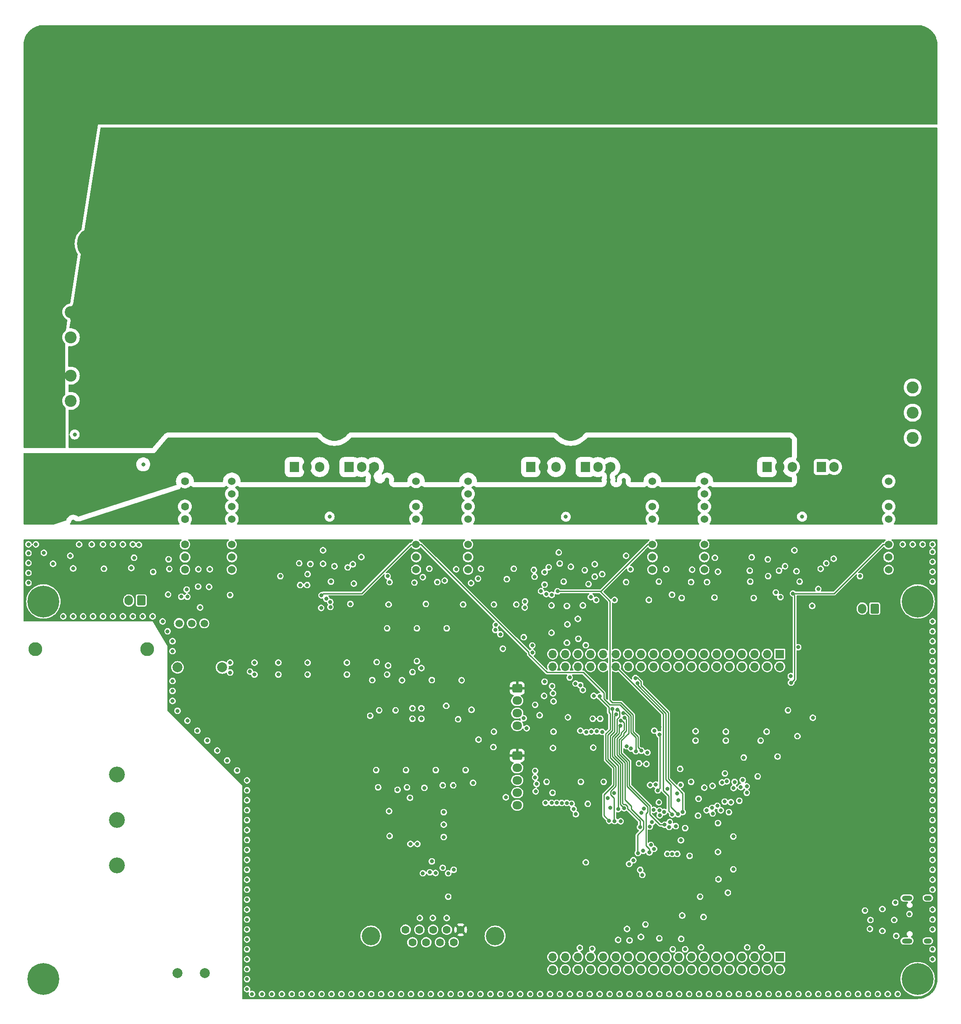
<source format=gbr>
%TF.GenerationSoftware,KiCad,Pcbnew,7.0.7-7.0.7~ubuntu22.04.1*%
%TF.CreationDate,2023-09-07T14:29:00+02:00*%
%TF.ProjectId,Inverter_KiCAD,496e7665-7274-4657-925f-4b694341442e,rev?*%
%TF.SameCoordinates,Original*%
%TF.FileFunction,Copper,L3,Inr*%
%TF.FilePolarity,Positive*%
%FSLAX46Y46*%
G04 Gerber Fmt 4.6, Leading zero omitted, Abs format (unit mm)*
G04 Created by KiCad (PCBNEW 7.0.7-7.0.7~ubuntu22.04.1) date 2023-09-07 14:29:00*
%MOMM*%
%LPD*%
G01*
G04 APERTURE LIST*
G04 Aperture macros list*
%AMRoundRect*
0 Rectangle with rounded corners*
0 $1 Rounding radius*
0 $2 $3 $4 $5 $6 $7 $8 $9 X,Y pos of 4 corners*
0 Add a 4 corners polygon primitive as box body*
4,1,4,$2,$3,$4,$5,$6,$7,$8,$9,$2,$3,0*
0 Add four circle primitives for the rounded corners*
1,1,$1+$1,$2,$3*
1,1,$1+$1,$4,$5*
1,1,$1+$1,$6,$7*
1,1,$1+$1,$8,$9*
0 Add four rect primitives between the rounded corners*
20,1,$1+$1,$2,$3,$4,$5,0*
20,1,$1+$1,$4,$5,$6,$7,0*
20,1,$1+$1,$6,$7,$8,$9,0*
20,1,$1+$1,$8,$9,$2,$3,0*%
G04 Aperture macros list end*
%TA.AperFunction,ComponentPad*%
%ADD10C,0.800000*%
%TD*%
%TA.AperFunction,ComponentPad*%
%ADD11C,6.400000*%
%TD*%
%TA.AperFunction,ComponentPad*%
%ADD12C,1.524000*%
%TD*%
%TA.AperFunction,ComponentPad*%
%ADD13R,4.000000X4.000000*%
%TD*%
%TA.AperFunction,ComponentPad*%
%ADD14C,4.000000*%
%TD*%
%TA.AperFunction,ComponentPad*%
%ADD15C,1.600000*%
%TD*%
%TA.AperFunction,ComponentPad*%
%ADD16R,1.905000X2.000000*%
%TD*%
%TA.AperFunction,ComponentPad*%
%ADD17O,1.905000X2.000000*%
%TD*%
%TA.AperFunction,ComponentPad*%
%ADD18C,2.400000*%
%TD*%
%TA.AperFunction,ComponentPad*%
%ADD19C,1.498600*%
%TD*%
%TA.AperFunction,ComponentPad*%
%ADD20O,2.100000X1.000000*%
%TD*%
%TA.AperFunction,ComponentPad*%
%ADD21O,1.600000X1.000000*%
%TD*%
%TA.AperFunction,ComponentPad*%
%ADD22RoundRect,0.250000X-0.725000X0.600000X-0.725000X-0.600000X0.725000X-0.600000X0.725000X0.600000X0*%
%TD*%
%TA.AperFunction,ComponentPad*%
%ADD23O,1.950000X1.700000*%
%TD*%
%TA.AperFunction,ComponentPad*%
%ADD24R,1.700000X1.700000*%
%TD*%
%TA.AperFunction,ComponentPad*%
%ADD25O,1.700000X1.700000*%
%TD*%
%TA.AperFunction,ComponentPad*%
%ADD26C,2.006600*%
%TD*%
%TA.AperFunction,ComponentPad*%
%ADD27C,1.600200*%
%TD*%
%TA.AperFunction,ComponentPad*%
%ADD28C,3.708400*%
%TD*%
%TA.AperFunction,ComponentPad*%
%ADD29RoundRect,0.250000X0.600000X0.750000X-0.600000X0.750000X-0.600000X-0.750000X0.600000X-0.750000X0*%
%TD*%
%TA.AperFunction,ComponentPad*%
%ADD30O,1.700000X2.000000*%
%TD*%
%TA.AperFunction,ComponentPad*%
%ADD31C,2.800000*%
%TD*%
%TA.AperFunction,ComponentPad*%
%ADD32C,3.200000*%
%TD*%
%TA.AperFunction,ViaPad*%
%ADD33C,0.800000*%
%TD*%
%TA.AperFunction,Conductor*%
%ADD34C,0.250000*%
%TD*%
G04 APERTURE END LIST*
D10*
%TO.N,GND*%
%TO.C,H109*%
X92070000Y-58870000D03*
X92772944Y-57172944D03*
X92772944Y-60567056D03*
X94470000Y-56470000D03*
D11*
X94470000Y-58870000D03*
D10*
X94470000Y-61270000D03*
X96167056Y-57172944D03*
X96167056Y-60567056D03*
X96870000Y-58870000D03*
%TD*%
D12*
%TO.N,/ISO_GND*%
%TO.C,U301*%
X122500000Y-123592500D03*
%TO.N,/ISO_15V*%
X122500000Y-121052500D03*
%TO.N,/Pwr_En_V*%
X122500000Y-118512500D03*
%TO.N,unconnected-(U301-NC-Pad5)*%
X122500000Y-113432500D03*
%TO.N,/Arm_IRF540NBbF1/VCC_H*%
X122500000Y-110892500D03*
%TO.N,/Arm_IRF540NBbF1/ARM_OUT*%
X122500000Y-108352500D03*
%TO.N,unconnected-(U301-NC-Pad8)*%
X122500000Y-105812500D03*
%TD*%
D13*
%TO.N,/VSupply_AB*%
%TO.C,C1004*%
X89000000Y-29000000D03*
D14*
%TO.N,GND*%
X89000000Y-39000000D03*
%TD*%
D15*
%TO.N,/ISO_GND*%
%TO.C,U701*%
X65500000Y-123592500D03*
%TO.N,/ISO_15V*%
X65500000Y-121052500D03*
%TO.N,/ISO_5V*%
X65500000Y-118512500D03*
%TO.N,N/C*%
X65500000Y-113432500D03*
%TO.N,/5V*%
X65500000Y-110892500D03*
%TO.N,GND*%
X65500000Y-108352500D03*
%TO.N,Net-(U701-FB)*%
X65500000Y-105812500D03*
%TD*%
D16*
%TO.N,/Arm_IRF540NBbF/Cmd_H*%
%TO.C,Q202*%
X87540000Y-102940000D03*
D17*
%TO.N,/Vbus*%
X90080000Y-102940000D03*
%TO.N,/Arm_IRF540NBbF/ARM_OUT*%
X92620000Y-102940000D03*
%TD*%
D18*
%TO.N,/U_output*%
%TO.C,J104*%
X212000000Y-86920000D03*
%TO.N,/V_output*%
X212000000Y-92000000D03*
%TO.N,/W_output*%
X212000000Y-97080000D03*
%TD*%
D19*
%TO.N,/ISO_15V*%
%TO.C,U502*%
X64320000Y-134400000D03*
%TO.N,/ISO_GND*%
X66860000Y-134400000D03*
%TO.N,/ISO_5V*%
X69400000Y-134400000D03*
%TD*%
D16*
%TO.N,/Arm_IRF540NBbF2/Cmd_L*%
%TO.C,Q403*%
X193660000Y-102940000D03*
D17*
%TO.N,/Arm_IRF540NBbF2/ARM_OUT*%
X196200000Y-102940000D03*
%TO.N,GND*%
X198740000Y-102940000D03*
%TD*%
D10*
%TO.N,/ISO_GND*%
%TO.C,H103*%
X210600000Y-206000000D03*
X211302944Y-204302944D03*
X211302944Y-207697056D03*
X213000000Y-203600000D03*
D11*
X213000000Y-206000000D03*
D10*
X213000000Y-208400000D03*
X214697056Y-204302944D03*
X214697056Y-207697056D03*
X215400000Y-206000000D03*
%TD*%
%TO.N,GND*%
%TO.C,H108*%
X44600000Y-58000000D03*
X45302944Y-56302944D03*
X45302944Y-59697056D03*
X47000000Y-55600000D03*
D11*
X47000000Y-58000000D03*
D10*
X47000000Y-60400000D03*
X48697056Y-56302944D03*
X48697056Y-59697056D03*
X49400000Y-58000000D03*
%TD*%
%TO.N,GND*%
%TO.C,H107*%
X210600000Y-72000000D03*
X211302944Y-70302944D03*
X211302944Y-73697056D03*
X213000000Y-69600000D03*
D11*
X213000000Y-72000000D03*
D10*
X213000000Y-74400000D03*
X214697056Y-70302944D03*
X214697056Y-73697056D03*
X215400000Y-72000000D03*
%TD*%
D20*
%TO.N,/ISO_GND*%
%TO.C,J801*%
X210870000Y-198320000D03*
D21*
X215050000Y-198320000D03*
D20*
X210870000Y-189680000D03*
D21*
X215050000Y-189680000D03*
%TD*%
D22*
%TO.N,/ISO_3V3*%
%TO.C,J802*%
X132400000Y-161000000D03*
D23*
%TO.N,/ISO_GND*%
X132400000Y-163500000D03*
%TO.N,/MCU_STM32G474/ENC_BTN_A*%
X132400000Y-166000000D03*
%TO.N,/MCU_STM32G474/ENC_BTN_B*%
X132400000Y-168500000D03*
%TO.N,/MCU_STM32G474/ENC_BTN_P*%
X132400000Y-171000000D03*
%TD*%
D16*
%TO.N,/Arm_IRF540NBbF1/Cmd_L*%
%TO.C,Q303*%
X146100000Y-102940000D03*
D17*
%TO.N,/Arm_IRF540NBbF1/ARM_OUT*%
X148640000Y-102940000D03*
%TO.N,GND*%
X151180000Y-102940000D03*
%TD*%
D13*
%TO.N,/VSupply_AB*%
%TO.C,C1003*%
X125000000Y-29000000D03*
D14*
%TO.N,GND*%
X125000000Y-39000000D03*
%TD*%
D24*
%TO.N,/NUCLEO_TX*%
%TO.C,J101*%
X185260000Y-140570000D03*
D25*
%TO.N,/NUCLEO_RX*%
X185260000Y-143110000D03*
%TO.N,/PC12*%
X182720000Y-140570000D03*
%TO.N,/NUCLEO_NRST*%
X182720000Y-143110000D03*
%TO.N,/VDD*%
X180180000Y-140570000D03*
%TO.N,/ISO_5V*%
X180180000Y-143110000D03*
%TO.N,/PB8-BOOT0*%
X177640000Y-140570000D03*
%TO.N,/ISO_GND*%
X177640000Y-143110000D03*
%TO.N,unconnected-(J101-Pin_9-Pad9)*%
X175100000Y-140570000D03*
%TO.N,unconnected-(J101-Pin_10-Pad10)*%
X175100000Y-143110000D03*
%TO.N,unconnected-(J101-Pin_11-Pad11)*%
X172560000Y-140570000D03*
%TO.N,/IOREF*%
X172560000Y-143110000D03*
%TO.N,/PA13*%
X170020000Y-140570000D03*
%TO.N,unconnected-(J101-Pin_14-Pad14)*%
X170020000Y-143110000D03*
%TO.N,/PA14*%
X167480000Y-140570000D03*
%TO.N,/+3V3*%
X167480000Y-143110000D03*
%TO.N,/PA15*%
X164940000Y-140570000D03*
%TO.N,/+5V*%
X164940000Y-143110000D03*
%TO.N,/ISO_GND*%
X162400000Y-140570000D03*
X162400000Y-143110000D03*
%TO.N,/PB7*%
X159860000Y-140570000D03*
%TO.N,/ISO_GND*%
X159860000Y-143110000D03*
%TO.N,/PC13*%
X157320000Y-140570000D03*
%TO.N,/VIN*%
X157320000Y-143110000D03*
%TO.N,/PC14*%
X154780000Y-140570000D03*
%TO.N,unconnected-(J101-Pin_26-Pad26)*%
X154780000Y-143110000D03*
%TO.N,/PC15*%
X152240000Y-140570000D03*
%TO.N,/Bus_V*%
X152240000Y-143110000D03*
%TO.N,/PF0*%
X149700000Y-140570000D03*
%TO.N,/U_Imes*%
X149700000Y-143110000D03*
%TO.N,/PF1*%
X147160000Y-140570000D03*
%TO.N,/ENC_B*%
X147160000Y-143110000D03*
%TO.N,/VBAT*%
X144620000Y-140570000D03*
%TO.N,/W_Imes*%
X144620000Y-143110000D03*
%TO.N,/Bus_Imes*%
X142080000Y-140570000D03*
%TO.N,/W_VPh*%
X142080000Y-143110000D03*
%TO.N,/V_VPh*%
X139540000Y-140570000D03*
%TO.N,/U_VPh*%
X139540000Y-143110000D03*
%TD*%
D10*
%TO.N,/ISO_GND*%
%TO.C,H102*%
X34600000Y-130000000D03*
X35302944Y-128302944D03*
X35302944Y-131697056D03*
X37000000Y-127600000D03*
D11*
X37000000Y-130000000D03*
D10*
X37000000Y-132400000D03*
X38697056Y-128302944D03*
X38697056Y-131697056D03*
X39400000Y-130000000D03*
%TD*%
D26*
%TO.N,Net-(J501-N)*%
%TO.C,U501*%
X64005501Y-204750000D03*
%TO.N,Net-(U501-AC(N))*%
X69505500Y-204750000D03*
%TO.N,/ISO_15V*%
X73005501Y-143249996D03*
%TO.N,/ISO_GND*%
X64005501Y-143249996D03*
%TD*%
D16*
%TO.N,/Arm_IRF540NBbF/Cmd_L*%
%TO.C,Q203*%
X98540000Y-102940000D03*
D17*
%TO.N,/Arm_IRF540NBbF/ARM_OUT*%
X101080000Y-102940000D03*
%TO.N,GND*%
X103620000Y-102940000D03*
%TD*%
D16*
%TO.N,/Arm_IRF540NBbF2/Cmd_H*%
%TO.C,Q402*%
X182660000Y-102940000D03*
D17*
%TO.N,/Vbus*%
X185200000Y-102940000D03*
%TO.N,/Arm_IRF540NBbF2/ARM_OUT*%
X187740000Y-102940000D03*
%TD*%
D10*
%TO.N,/ISO_GND*%
%TO.C,H104*%
X210600000Y-130000000D03*
X211302944Y-128302944D03*
X211302944Y-131697056D03*
X213000000Y-127600000D03*
D11*
X213000000Y-130000000D03*
D10*
X213000000Y-132400000D03*
X214697056Y-128302944D03*
X214697056Y-131697056D03*
X215400000Y-130000000D03*
%TD*%
%TO.N,GND*%
%TO.C,H114*%
X188300000Y-94470000D03*
X189002944Y-92772944D03*
X189002944Y-96167056D03*
X190700000Y-92070000D03*
D11*
X190700000Y-94470000D03*
D10*
X190700000Y-96870000D03*
X192397056Y-92772944D03*
X192397056Y-96167056D03*
X193100000Y-94470000D03*
%TD*%
D18*
%TO.N,/VSupply_BB*%
%TO.C,J102*%
X42525000Y-76825000D03*
%TO.N,GND*%
X42525000Y-71745000D03*
%TD*%
D27*
%TO.N,/ISO_3V3*%
%TO.C,J1301*%
X120994999Y-196060000D03*
%TO.N,/ISO_GND*%
X118224999Y-196060000D03*
%TO.N,unconnected-(J1301-Pad3)*%
X115455000Y-196060000D03*
%TO.N,/encoderMotor/{slash}A*%
X112685000Y-196060000D03*
%TO.N,/encoderMotor/A*%
X109915001Y-196060000D03*
%TO.N,/encoderMotor/{slash}Z*%
X119609999Y-198600000D03*
%TO.N,/encoderMotor/Z*%
X116839999Y-198600000D03*
%TO.N,/encoderMotor/{slash}B*%
X114070000Y-198600000D03*
%TO.N,/encoderMotor/B*%
X111300000Y-198600000D03*
D28*
%TO.N,/ISO_GND*%
X102960001Y-197330000D03*
X127949999Y-197330000D03*
%TD*%
D10*
%TO.N,GND*%
%TO.C,H112*%
X140740000Y-94470000D03*
X141442944Y-92772944D03*
X141442944Y-96167056D03*
X143140000Y-92070000D03*
D11*
X143140000Y-94470000D03*
D10*
X143140000Y-96870000D03*
X144837056Y-92772944D03*
X144837056Y-96167056D03*
X145540000Y-94470000D03*
%TD*%
D13*
%TO.N,/VSupply_AB*%
%TO.C,C1002*%
X161000000Y-29000000D03*
D14*
%TO.N,GND*%
X161000000Y-39000000D03*
%TD*%
D10*
%TO.N,GND*%
%TO.C,H113*%
X188300000Y-58870000D03*
X189002944Y-57172944D03*
X189002944Y-60567056D03*
X190700000Y-56470000D03*
D11*
X190700000Y-58870000D03*
D10*
X190700000Y-61270000D03*
X192397056Y-57172944D03*
X192397056Y-60567056D03*
X193100000Y-58870000D03*
%TD*%
%TO.N,GND*%
%TO.C,H111*%
X140740000Y-58870000D03*
X141442944Y-57172944D03*
X141442944Y-60567056D03*
X143140000Y-56470000D03*
D11*
X143140000Y-58870000D03*
D10*
X143140000Y-61270000D03*
X144837056Y-57172944D03*
X144837056Y-60567056D03*
X145540000Y-58870000D03*
%TD*%
D29*
%TO.N,/ISO_5V*%
%TO.C,J1102*%
X56700000Y-129800000D03*
D30*
%TO.N,Net-(J1101-Pin_2)*%
X54200000Y-129800000D03*
%TD*%
D22*
%TO.N,/ISO_3V3*%
%TO.C,J804*%
X132400000Y-147462500D03*
D23*
%TO.N,/ISO_GND*%
X132400000Y-149962500D03*
%TO.N,/I2C_SCL*%
X132400000Y-152462500D03*
%TO.N,/I2C_SDA*%
X132400000Y-154962500D03*
%TD*%
D31*
%TO.N,Net-(J501-L)*%
%TO.C,F501*%
X35400000Y-139600000D03*
%TO.N,Net-(U501-AC(N))*%
X57900000Y-139600000D03*
%TD*%
D32*
%TO.N,Net-(J501-N)*%
%TO.C,J501*%
X51825000Y-183140000D03*
%TO.N,unconnected-(J501-Earth-Pad2)*%
X51825000Y-174000000D03*
%TO.N,Net-(J501-L)*%
X51825000Y-164860000D03*
%TD*%
D16*
%TO.N,/Arm_IRF540NBbF1/Cmd_H*%
%TO.C,Q302*%
X135100000Y-102940000D03*
D17*
%TO.N,/Vbus*%
X137640000Y-102940000D03*
%TO.N,/Arm_IRF540NBbF1/ARM_OUT*%
X140180000Y-102940000D03*
%TD*%
D29*
%TO.N,/ISO_5V*%
%TO.C,J1101*%
X204350000Y-131425000D03*
D30*
%TO.N,Net-(J1101-Pin_2)*%
X201850000Y-131425000D03*
%TD*%
D10*
%TO.N,unconnected-(H101-Pad1)*%
%TO.C,H101*%
X34600000Y-206000000D03*
X35302944Y-204302944D03*
X35302944Y-207697056D03*
X37000000Y-203600000D03*
D11*
X37000000Y-206000000D03*
D10*
X37000000Y-208400000D03*
X38697056Y-204302944D03*
X38697056Y-207697056D03*
X39400000Y-206000000D03*
%TD*%
D24*
%TO.N,/PC9*%
%TO.C,J103*%
X185260000Y-201530000D03*
D25*
%TO.N,/ENC_Z*%
X185260000Y-204070000D03*
%TO.N,/PB8*%
X182720000Y-201530000D03*
%TO.N,/PC6*%
X182720000Y-204070000D03*
%TO.N,/PB9*%
X180180000Y-201530000D03*
%TO.N,/PC5*%
X180180000Y-204070000D03*
%TO.N,/AVDD*%
X177640000Y-201530000D03*
%TO.N,/5V_USB_CHGR*%
X177640000Y-204070000D03*
%TO.N,/ISO_GND*%
X175100000Y-201530000D03*
%TO.N,unconnected-(J103-Pin_10-Pad10)*%
X175100000Y-204070000D03*
%TO.N,/PA5*%
X172560000Y-201530000D03*
%TO.N,/PA12*%
X172560000Y-204070000D03*
%TO.N,/ENC_A*%
X170020000Y-201530000D03*
%TO.N,/PA11*%
X170020000Y-204070000D03*
%TO.N,/PA7*%
X167480000Y-201530000D03*
%TO.N,/PB12*%
X167480000Y-204070000D03*
%TO.N,/PB6*%
X164940000Y-201530000D03*
%TO.N,/PB11*%
X164940000Y-204070000D03*
%TO.N,/PC7*%
X162400000Y-201530000D03*
%TO.N,/ISO_GND*%
X162400000Y-204070000D03*
%TO.N,/V_PWM_H*%
X159860000Y-201530000D03*
%TO.N,/PB2*%
X159860000Y-204070000D03*
%TO.N,/U_PWM_H*%
X157320000Y-201530000D03*
%TO.N,/V_Imes*%
X157320000Y-204070000D03*
%TO.N,/PB10*%
X154780000Y-201530000D03*
%TO.N,/W_PWM_L*%
X154780000Y-204070000D03*
%TO.N,/PB4*%
X152240000Y-201530000D03*
%TO.N,/V_PWM_L*%
X152240000Y-204070000D03*
%TO.N,/PB5*%
X149700000Y-201530000D03*
%TO.N,/U_PWM_L*%
X149700000Y-204070000D03*
%TO.N,/PB3*%
X147160000Y-201530000D03*
%TO.N,/ISO_GND*%
X147160000Y-204070000D03*
%TO.N,/W_PWM_H*%
X144620000Y-201530000D03*
%TO.N,/PC4*%
X144620000Y-204070000D03*
%TO.N,/PC4{slash}PA2*%
X142080000Y-201530000D03*
%TO.N,unconnected-(J103-Pin_36-Pad36)*%
X142080000Y-204070000D03*
%TO.N,/PC5{slash}PA3*%
X139540000Y-201530000D03*
%TO.N,unconnected-(J103-Pin_38-Pad38)*%
X139540000Y-204070000D03*
%TD*%
D12*
%TO.N,/ISO_GND*%
%TO.C,U302*%
X159600000Y-123592500D03*
%TO.N,/ISO_15V*%
X159600000Y-121052500D03*
%TO.N,/Pwr_En_V*%
X159600000Y-118512500D03*
%TO.N,unconnected-(U302-NC-Pad5)*%
X159600000Y-113432500D03*
%TO.N,/Arm_IRF540NBbF1/VCC_L*%
X159600000Y-110892500D03*
%TO.N,GND*%
X159600000Y-108352500D03*
%TO.N,unconnected-(U302-NC-Pad8)*%
X159600000Y-105812500D03*
%TD*%
%TO.N,/ISO_GND*%
%TO.C,U202*%
X112040000Y-123592500D03*
%TO.N,/ISO_15V*%
X112040000Y-121052500D03*
%TO.N,/Pwr_En_U*%
X112040000Y-118512500D03*
%TO.N,unconnected-(U202-NC-Pad5)*%
X112040000Y-113432500D03*
%TO.N,/Arm_IRF540NBbF/VCC_L*%
X112040000Y-110892500D03*
%TO.N,GND*%
X112040000Y-108352500D03*
%TO.N,unconnected-(U202-NC-Pad8)*%
X112040000Y-105812500D03*
%TD*%
D13*
%TO.N,/VSupply_AB*%
%TO.C,C1001*%
X197000000Y-29000000D03*
D14*
%TO.N,GND*%
X197000000Y-39000000D03*
%TD*%
D12*
%TO.N,/ISO_GND*%
%TO.C,U201*%
X74940000Y-123592500D03*
%TO.N,/ISO_15V*%
X74940000Y-121052500D03*
%TO.N,/Pwr_En_U*%
X74940000Y-118512500D03*
%TO.N,unconnected-(U201-NC-Pad5)*%
X74940000Y-113432500D03*
%TO.N,/Arm_IRF540NBbF/VCC_H*%
X74940000Y-110892500D03*
%TO.N,/Arm_IRF540NBbF/ARM_OUT*%
X74940000Y-108352500D03*
%TO.N,unconnected-(U201-NC-Pad8)*%
X74940000Y-105812500D03*
%TD*%
D13*
%TO.N,/VSupply_AB*%
%TO.C,C1005*%
X53000000Y-29000000D03*
D14*
%TO.N,GND*%
X53000000Y-39000000D03*
%TD*%
D12*
%TO.N,/ISO_GND*%
%TO.C,U402*%
X207160000Y-123592500D03*
%TO.N,/ISO_15V*%
X207160000Y-121052500D03*
%TO.N,/Pwr_En_W*%
X207160000Y-118512500D03*
%TO.N,unconnected-(U402-NC-Pad5)*%
X207160000Y-113432500D03*
%TO.N,/Arm_IRF540NBbF2/VCC_L*%
X207160000Y-110892500D03*
%TO.N,GND*%
X207160000Y-108352500D03*
%TO.N,unconnected-(U402-NC-Pad8)*%
X207160000Y-105812500D03*
%TD*%
D10*
%TO.N,/VSupply_AB*%
%TO.C,H105*%
X34600000Y-18000000D03*
X35302944Y-16302944D03*
X35302944Y-19697056D03*
X37000000Y-15600000D03*
D11*
X37000000Y-18000000D03*
D10*
X37000000Y-20400000D03*
X38697056Y-16302944D03*
X38697056Y-19697056D03*
X39400000Y-18000000D03*
%TD*%
D12*
%TO.N,/ISO_GND*%
%TO.C,U401*%
X170060000Y-123592500D03*
%TO.N,/ISO_15V*%
X170060000Y-121052500D03*
%TO.N,/Pwr_En_W*%
X170060000Y-118512500D03*
%TO.N,unconnected-(U401-NC-Pad5)*%
X170060000Y-113432500D03*
%TO.N,/Arm_IRF540NBbF2/VCC_H*%
X170060000Y-110892500D03*
%TO.N,/Arm_IRF540NBbF2/ARM_OUT*%
X170060000Y-108352500D03*
%TO.N,unconnected-(U401-NC-Pad8)*%
X170060000Y-105812500D03*
%TD*%
D10*
%TO.N,GND*%
%TO.C,H110*%
X93180000Y-94470000D03*
X93882944Y-92772944D03*
X93882944Y-96167056D03*
X95580000Y-92070000D03*
D11*
X95580000Y-94470000D03*
D10*
X95580000Y-96870000D03*
X97277056Y-92772944D03*
X97277056Y-96167056D03*
X97980000Y-94470000D03*
%TD*%
%TO.N,/VSupply_AB*%
%TO.C,H106*%
X210600000Y-18000000D03*
X211302944Y-16302944D03*
X211302944Y-19697056D03*
X213000000Y-15600000D03*
D11*
X213000000Y-18000000D03*
D10*
X213000000Y-20400000D03*
X214697056Y-16302944D03*
X214697056Y-19697056D03*
X215400000Y-18000000D03*
%TD*%
D18*
%TO.N,/break/Break_Drain_Mosfet*%
%TO.C,J901*%
X42525000Y-89625000D03*
%TO.N,/VSupply_AB*%
X42525000Y-84545000D03*
%TD*%
D33*
%TO.N,/ISO_GND*%
X154300000Y-120800000D03*
X111700000Y-126200000D03*
X106400000Y-142900000D03*
X216000000Y-126000000D03*
X152700000Y-198100000D03*
X115000000Y-209000000D03*
X99500000Y-126400000D03*
X140749572Y-120134015D03*
X173000000Y-209000000D03*
X160000000Y-156000000D03*
X167400000Y-126100000D03*
X41000000Y-133000000D03*
X216000000Y-180000000D03*
X97000000Y-209000000D03*
X216000000Y-124000000D03*
X187000000Y-209000000D03*
X111300000Y-144200000D03*
X154500000Y-195900000D03*
X174200000Y-164600000D03*
X137800000Y-149000000D03*
X177000000Y-209000000D03*
X78000000Y-190000000D03*
X104100000Y-142200000D03*
X129500000Y-139495000D03*
X68150000Y-127000000D03*
X55000000Y-118500000D03*
X169000000Y-209000000D03*
X139300000Y-130800000D03*
X143200000Y-123013000D03*
X160900000Y-126000000D03*
X74600000Y-144300000D03*
X117600000Y-174900000D03*
X161000000Y-209000000D03*
X174400000Y-156200000D03*
X205900000Y-191900000D03*
X165400000Y-197900000D03*
X208500000Y-190600000D03*
X140957223Y-122357223D03*
X113100000Y-153600000D03*
X170600000Y-126100000D03*
X169400000Y-199600000D03*
X47000000Y-133000000D03*
X127600000Y-159300000D03*
X142400000Y-130900000D03*
X216000000Y-174000000D03*
X136900000Y-152900000D03*
X147600000Y-153600000D03*
X34000000Y-126250000D03*
X49000000Y-133000000D03*
X137900000Y-124100000D03*
X108300000Y-167900000D03*
X37100000Y-120200000D03*
X90750000Y-122450000D03*
X216000000Y-120000000D03*
X107000000Y-209000000D03*
X134300000Y-155500000D03*
X68200000Y-123500000D03*
X175000000Y-172400000D03*
X53000000Y-118500000D03*
X43000000Y-133000000D03*
X181600000Y-199600000D03*
X66000000Y-154000000D03*
X127000000Y-209000000D03*
X216000000Y-152000000D03*
X117600000Y-177400000D03*
X98100000Y-144700000D03*
X216000000Y-184000000D03*
X79000000Y-209000000D03*
X148300000Y-129700000D03*
X136000000Y-150800000D03*
X111300000Y-151500000D03*
X216000000Y-170000000D03*
X216000000Y-150000000D03*
X76000000Y-164000000D03*
X179600000Y-121100000D03*
X123200000Y-151800000D03*
X115200000Y-182300000D03*
X188800000Y-157100000D03*
X143000000Y-209000000D03*
X216000000Y-200000000D03*
X106200000Y-144700000D03*
X193000000Y-127500000D03*
X127700000Y-156200000D03*
X95000000Y-209000000D03*
X147800000Y-149000000D03*
X138300000Y-166300000D03*
X53000000Y-133000000D03*
X137000000Y-209000000D03*
X55000000Y-133000000D03*
X178600000Y-168500000D03*
X121500000Y-130600000D03*
X168800000Y-173100000D03*
X145600000Y-130800000D03*
X117600000Y-172400000D03*
X148000000Y-125000000D03*
X113100000Y-143400000D03*
X162983983Y-175366510D03*
X121200000Y-145847500D03*
X105000000Y-209000000D03*
X78000000Y-180000000D03*
X149500000Y-124500000D03*
X216000000Y-134000000D03*
X207000000Y-209000000D03*
X74600000Y-142300000D03*
X179200000Y-123800000D03*
X156900000Y-162600000D03*
X172200000Y-121200000D03*
X118100000Y-151000000D03*
X216000000Y-172000000D03*
X130300000Y-125500000D03*
X193000000Y-209000000D03*
X165500000Y-129300000D03*
X104400000Y-167400000D03*
X208700000Y-197300000D03*
X149100000Y-153600000D03*
X174400000Y-158000000D03*
X216000000Y-142000000D03*
X78000000Y-170000000D03*
X175000000Y-209000000D03*
X202400000Y-192200000D03*
X149800000Y-166300000D03*
X143750000Y-171750000D03*
X175900000Y-183900000D03*
X117800000Y-125800000D03*
X139300000Y-136300000D03*
X34000000Y-124250000D03*
X124500000Y-125400000D03*
X166200000Y-175600000D03*
X106300000Y-124900000D03*
X174800000Y-188600000D03*
X185000000Y-209000000D03*
X133700000Y-137200000D03*
X62100000Y-128600000D03*
X216000000Y-146000000D03*
X103200000Y-145825000D03*
X84300000Y-144700000D03*
X170050000Y-167450000D03*
X113700000Y-167500000D03*
X63000000Y-140000000D03*
X106600000Y-172200000D03*
X216000000Y-194000000D03*
X158400000Y-162700000D03*
X158200000Y-195000000D03*
X78000000Y-204000000D03*
X137900000Y-126600000D03*
X119600000Y-184000000D03*
X169900000Y-193500000D03*
X62201512Y-121503287D03*
X46740000Y-118510000D03*
X106700000Y-177200000D03*
X106500000Y-130600000D03*
X146200000Y-138800000D03*
X216000000Y-178000000D03*
X43000000Y-123350000D03*
X113100000Y-151500000D03*
X79500000Y-144700000D03*
X98100000Y-142300000D03*
X110200000Y-167400000D03*
X78000000Y-196000000D03*
X89000000Y-209000000D03*
X153200000Y-174224500D03*
X87000000Y-209000000D03*
X110800000Y-169500000D03*
X107900000Y-151900000D03*
X216000000Y-122000000D03*
X158900000Y-129700000D03*
X205900000Y-196300000D03*
X51000000Y-118500000D03*
X63000000Y-146000000D03*
X35500000Y-118500000D03*
X157300000Y-197500000D03*
X203500000Y-194100000D03*
X119000000Y-209000000D03*
X91000000Y-209000000D03*
X210000000Y-118500000D03*
X104000000Y-163925000D03*
X70500000Y-123500000D03*
X99000000Y-209000000D03*
X44190000Y-118510000D03*
X158600000Y-160400000D03*
X166200000Y-200000000D03*
X216000000Y-188000000D03*
X59000000Y-133000000D03*
X70350000Y-127050000D03*
X94900000Y-126000000D03*
X181400000Y-158000000D03*
X136100000Y-168200000D03*
X34000000Y-118500000D03*
X112200000Y-135400000D03*
X90200000Y-144700000D03*
X216000000Y-138000000D03*
X51000000Y-133000000D03*
X114700000Y-123400000D03*
X114000000Y-130500000D03*
X129000000Y-136600000D03*
X165600000Y-193200000D03*
X171700000Y-167100000D03*
X144700000Y-137500000D03*
X177100000Y-170100000D03*
X61000000Y-134000000D03*
X139700000Y-150100000D03*
X102800000Y-153000000D03*
X216000000Y-182000000D03*
X144600000Y-133500000D03*
X199000000Y-209000000D03*
X54700000Y-123250000D03*
X78000000Y-198000000D03*
X179000000Y-209000000D03*
X180800000Y-165200000D03*
X152000000Y-129700000D03*
X74000000Y-162000000D03*
X216000000Y-162000000D03*
X55260000Y-121190000D03*
X150600000Y-169600000D03*
X62350000Y-123450000D03*
X175900000Y-177300000D03*
X135000000Y-209000000D03*
X188614010Y-123914010D03*
X216000000Y-186000000D03*
X111300000Y-153600000D03*
X125000000Y-209000000D03*
X172900000Y-185900000D03*
X122000000Y-163925000D03*
X216000000Y-164000000D03*
X172800000Y-124000000D03*
X115400000Y-193700000D03*
X147700000Y-159400000D03*
X168300000Y-156100000D03*
X151900000Y-168525500D03*
X63000000Y-150000000D03*
X62000000Y-136000000D03*
X139700000Y-156200000D03*
X98800000Y-130500000D03*
X216000000Y-144000000D03*
X133700000Y-153500000D03*
X145600000Y-147800000D03*
X78000000Y-188000000D03*
X120500000Y-153700000D03*
X111000000Y-209000000D03*
X93300000Y-119699500D03*
X216000000Y-168000000D03*
X133900000Y-131200000D03*
X147500000Y-199900000D03*
X131000000Y-209000000D03*
X113400000Y-125100000D03*
X139000000Y-209000000D03*
X201400000Y-124900000D03*
X216000000Y-176000000D03*
X169200000Y-189400000D03*
X141000000Y-209000000D03*
X135750000Y-123650000D03*
X196100000Y-121400000D03*
X130100000Y-169400000D03*
X155000000Y-209000000D03*
X145000000Y-209000000D03*
X216000000Y-158000000D03*
X78000000Y-182000000D03*
X216000000Y-196000000D03*
X110900000Y-178800000D03*
X117000000Y-209000000D03*
X183000000Y-209000000D03*
X178000000Y-161400000D03*
X112800000Y-193700000D03*
X120100000Y-123500000D03*
X155000000Y-198200000D03*
X63000000Y-148000000D03*
X68000000Y-156000000D03*
X195000000Y-209000000D03*
X216000000Y-140000000D03*
X38950000Y-122400000D03*
X149000000Y-209000000D03*
X172800000Y-180400000D03*
X72000000Y-160000000D03*
X148000000Y-122500000D03*
X78000000Y-194000000D03*
X118500000Y-189400000D03*
X109200000Y-145847500D03*
X186900000Y-151900000D03*
X147000000Y-209000000D03*
X57000000Y-133000000D03*
X163700000Y-200000000D03*
X59100000Y-124050000D03*
X93300000Y-122400000D03*
X155200000Y-123500000D03*
X203000000Y-209000000D03*
X78000000Y-208000000D03*
X167400000Y-166300000D03*
X70000000Y-158000000D03*
X189000000Y-209000000D03*
X163600000Y-180800000D03*
X88500000Y-122300000D03*
X114800000Y-184491060D03*
X163000000Y-209000000D03*
X84300000Y-142300000D03*
X42410000Y-120790000D03*
X184800000Y-161200000D03*
X136000000Y-164100000D03*
X45000000Y-133000000D03*
X49000000Y-118500000D03*
X78000000Y-176000000D03*
X115200000Y-145822500D03*
X216000000Y-118500000D03*
X119500000Y-167000000D03*
X139600000Y-159500000D03*
X123000000Y-209000000D03*
X151000000Y-209000000D03*
X78000000Y-174000000D03*
X203400000Y-195900000D03*
X212000000Y-118500000D03*
X141750000Y-126000000D03*
X95600000Y-122900000D03*
X127700000Y-130600000D03*
X162400000Y-123500000D03*
X165344401Y-178049500D03*
X78000000Y-192000000D03*
X145000000Y-199700000D03*
X168300000Y-158000000D03*
X78000000Y-206000000D03*
X78000000Y-202000000D03*
X113000000Y-209000000D03*
X162600000Y-180800000D03*
X139500000Y-168500000D03*
X63000000Y-138000000D03*
X167600000Y-123600000D03*
X116000000Y-163925000D03*
X78000000Y-172000000D03*
X216000000Y-156000000D03*
X142600000Y-153300000D03*
X145200000Y-166300000D03*
X142500000Y-134600000D03*
X216000000Y-166000000D03*
X175400000Y-170400000D03*
X216000000Y-192000000D03*
X78000000Y-178000000D03*
X90200000Y-142300000D03*
X164600000Y-180800000D03*
X145100000Y-156000000D03*
X132200000Y-130600000D03*
X194600000Y-122300000D03*
X182830535Y-121517780D03*
X216000000Y-148000000D03*
X142400000Y-138300000D03*
X165000000Y-209000000D03*
X216000000Y-160000000D03*
X78000000Y-166000000D03*
X83000000Y-209000000D03*
X104600000Y-151900000D03*
X153000000Y-209000000D03*
X88700000Y-126700000D03*
X216000000Y-154000000D03*
X129000000Y-209000000D03*
X167000000Y-209000000D03*
X123500000Y-166500000D03*
X34000000Y-122250000D03*
X167100000Y-181200000D03*
X181000000Y-209000000D03*
X197000000Y-209000000D03*
X201000000Y-209000000D03*
X171000000Y-209000000D03*
X49200000Y-123400000D03*
X79500000Y-142300000D03*
X109000000Y-209000000D03*
X214000000Y-118500000D03*
X172800000Y-174600000D03*
X159000000Y-209000000D03*
X118200000Y-193700000D03*
X85000000Y-209000000D03*
X81000000Y-209000000D03*
X165200000Y-163700000D03*
X112300000Y-178800000D03*
X216000000Y-136000000D03*
X186300000Y-122900000D03*
X182600000Y-156200000D03*
X101000000Y-209000000D03*
X74600000Y-128700000D03*
X191000000Y-209000000D03*
X64000000Y-152000000D03*
X189250000Y-126000000D03*
X161000000Y-197800000D03*
X146750000Y-126500000D03*
X106700000Y-126100000D03*
X78000000Y-186000000D03*
X117400000Y-167000000D03*
X157000000Y-209000000D03*
X78000000Y-184000000D03*
X178700000Y-199600000D03*
X191900000Y-153400000D03*
X172100000Y-129200000D03*
X78000000Y-168000000D03*
X78000000Y-200000000D03*
X205000000Y-209000000D03*
X84700000Y-124900000D03*
X188200000Y-119700000D03*
X99297499Y-122502501D03*
X103000000Y-209000000D03*
X209000000Y-209000000D03*
X106200000Y-135400000D03*
X118200000Y-135400000D03*
X180000000Y-129300000D03*
X110000000Y-163925000D03*
X182900000Y-124900000D03*
X93000000Y-209000000D03*
X34000000Y-120250000D03*
X128050000Y-134725000D03*
X135900000Y-125000000D03*
X154300000Y-126100000D03*
X124600000Y-157800000D03*
X131700000Y-123400000D03*
X125100000Y-123400000D03*
X216000000Y-202000000D03*
X133000000Y-209000000D03*
X121000000Y-209000000D03*
X117400000Y-183600000D03*
X101000000Y-121050500D03*
X179300000Y-126000000D03*
%TO.N,GND*%
X184500000Y-35500000D03*
X216000000Y-111500000D03*
X216000000Y-75500000D03*
X52500000Y-95500000D03*
X66000000Y-93500000D03*
X208500000Y-35500000D03*
X144500000Y-35500000D03*
X198500000Y-35500000D03*
X100780000Y-108960000D03*
X216000000Y-77500000D03*
X66000000Y-85500000D03*
X63210000Y-110790000D03*
X157000000Y-94500000D03*
X66000000Y-77500000D03*
X50500000Y-35500000D03*
X43000000Y-113940000D03*
X48500000Y-97500000D03*
X106500000Y-35500000D03*
X134500000Y-35500000D03*
X60500000Y-66000000D03*
X49500000Y-97500000D03*
X216000000Y-87500000D03*
X47500000Y-97500000D03*
X198300000Y-105500000D03*
X216000000Y-68500000D03*
X170500000Y-35500000D03*
X216000000Y-81500000D03*
X216000000Y-46500000D03*
X58500000Y-35500000D03*
X163000000Y-94500000D03*
X54500000Y-35500000D03*
X64500000Y-66000000D03*
X62500000Y-35500000D03*
X216000000Y-85500000D03*
X216000000Y-42500000D03*
X118500000Y-35500000D03*
X66000000Y-71500000D03*
X216000000Y-79500000D03*
X81000000Y-94500000D03*
X216000000Y-48500000D03*
X142500000Y-35500000D03*
X202500000Y-35500000D03*
X175000000Y-94500000D03*
X165000000Y-94500000D03*
X176500000Y-35500000D03*
X129000000Y-94500000D03*
X178500000Y-35500000D03*
X154500000Y-35500000D03*
X110500000Y-35500000D03*
X66000000Y-91500000D03*
X204500000Y-35500000D03*
X96500000Y-35500000D03*
X88500000Y-35500000D03*
X194500000Y-35500000D03*
X50000000Y-78000000D03*
X45000000Y-73000000D03*
X216000000Y-97500000D03*
X133000000Y-94500000D03*
X150500000Y-35500000D03*
X66000000Y-79500000D03*
X45100000Y-67400000D03*
X186500000Y-35500000D03*
X216000000Y-103500000D03*
X104500000Y-35500000D03*
X169000000Y-94500000D03*
X48500000Y-95500000D03*
X196500000Y-35500000D03*
X139000000Y-94500000D03*
X180500000Y-35500000D03*
X53630000Y-113920000D03*
X112500000Y-35500000D03*
X100500000Y-35500000D03*
X216000000Y-66500000D03*
X159000000Y-94500000D03*
X155000000Y-94500000D03*
X162500000Y-35500000D03*
X90500000Y-35500000D03*
X148500000Y-35500000D03*
X86500000Y-35500000D03*
X146500000Y-35500000D03*
X216000000Y-38500000D03*
X179000000Y-94500000D03*
X47500000Y-96500000D03*
X108500000Y-35500000D03*
X200500000Y-35500000D03*
X64500000Y-35500000D03*
X66000000Y-67500000D03*
X56500000Y-66000000D03*
X66000000Y-81500000D03*
X54500000Y-66000000D03*
X51500000Y-97500000D03*
X216000000Y-62500000D03*
X216000000Y-56500000D03*
X160500000Y-35500000D03*
X50500000Y-95500000D03*
X201425000Y-105550000D03*
X63210000Y-113680000D03*
X137000000Y-94500000D03*
X48500000Y-89500000D03*
X50500000Y-96500000D03*
X89000000Y-94500000D03*
X216000000Y-101500000D03*
X107000000Y-94500000D03*
X188500000Y-35500000D03*
X43000000Y-92000000D03*
X167000000Y-94500000D03*
X216000000Y-40500000D03*
X183000000Y-94500000D03*
X73000000Y-94500000D03*
X103250000Y-105500000D03*
X62500000Y-66000000D03*
X66000000Y-69500000D03*
X91000000Y-94500000D03*
X82500000Y-35500000D03*
X136500000Y-35500000D03*
X216000000Y-113500000D03*
X153850000Y-105550000D03*
X128500000Y-35500000D03*
X113000000Y-94500000D03*
X216000000Y-54500000D03*
X164500000Y-35500000D03*
X181000000Y-94500000D03*
X161000000Y-94500000D03*
X174500000Y-35500000D03*
X132500000Y-35500000D03*
X46500000Y-97500000D03*
X216000000Y-83500000D03*
X92500000Y-35500000D03*
X66000000Y-89500000D03*
X66000000Y-83500000D03*
X117000000Y-94500000D03*
X66000000Y-75500000D03*
X78500000Y-35500000D03*
X46500000Y-96500000D03*
X52500000Y-66000000D03*
X109000000Y-94500000D03*
X71000000Y-94500000D03*
X119000000Y-94500000D03*
X216000000Y-109500000D03*
X75000000Y-94500000D03*
X51500000Y-96500000D03*
X182500000Y-35500000D03*
X74500000Y-35500000D03*
X59730000Y-110730000D03*
X140500000Y-35500000D03*
X94500000Y-35500000D03*
X172500000Y-35500000D03*
X126500000Y-35500000D03*
X84500000Y-35500000D03*
X214500000Y-35500000D03*
X49500000Y-95500000D03*
X50000000Y-73250000D03*
X216000000Y-60500000D03*
X216000000Y-58500000D03*
X216000000Y-105500000D03*
X56000000Y-113830000D03*
X152500000Y-35500000D03*
X216000000Y-52500000D03*
X49500000Y-96500000D03*
X124500000Y-35500000D03*
X156500000Y-35500000D03*
X76500000Y-35500000D03*
X216000000Y-64500000D03*
X216000000Y-36500000D03*
X216000000Y-50500000D03*
X150775000Y-105500000D03*
X98500000Y-35500000D03*
X130500000Y-35500000D03*
X158500000Y-35500000D03*
X192500000Y-35500000D03*
X168500000Y-35500000D03*
X68500000Y-35500000D03*
X77000000Y-94500000D03*
X48500000Y-96500000D03*
X60500000Y-35500000D03*
X122500000Y-35500000D03*
X206500000Y-35500000D03*
X102500000Y-35500000D03*
X138500000Y-35500000D03*
X114500000Y-35500000D03*
X52500000Y-35500000D03*
X173000000Y-94500000D03*
X69000000Y-94500000D03*
X87000000Y-94500000D03*
X216000000Y-44500000D03*
X166500000Y-35500000D03*
X171000000Y-94500000D03*
X44500000Y-82000000D03*
X45500000Y-96500000D03*
X106200000Y-105475000D03*
X185000000Y-94500000D03*
X47000000Y-91500000D03*
X210500000Y-35500000D03*
X177000000Y-94500000D03*
X67000000Y-94500000D03*
X216000000Y-91500000D03*
X52500000Y-97500000D03*
X216000000Y-95500000D03*
X70500000Y-35500000D03*
X46000000Y-89500000D03*
X80500000Y-35500000D03*
X79000000Y-94500000D03*
X125000000Y-94500000D03*
X216000000Y-107500000D03*
X45000000Y-69500000D03*
X66000000Y-73500000D03*
X50500000Y-91500000D03*
X51500000Y-95500000D03*
X127000000Y-94500000D03*
X44500000Y-79500000D03*
X72500000Y-35500000D03*
X50500000Y-66000000D03*
X83000000Y-94500000D03*
X66500000Y-35500000D03*
X131000000Y-94500000D03*
X50500000Y-97500000D03*
X66000000Y-87500000D03*
X216000000Y-99500000D03*
X58500000Y-66000000D03*
X135000000Y-94500000D03*
X116500000Y-35500000D03*
X190500000Y-35500000D03*
X212500000Y-35500000D03*
X216000000Y-93500000D03*
X111000000Y-94500000D03*
X56500000Y-35500000D03*
X52500000Y-96500000D03*
X121000000Y-94500000D03*
X123000000Y-94500000D03*
X216000000Y-89500000D03*
X120500000Y-35500000D03*
X85000000Y-94500000D03*
X50000000Y-80000000D03*
X115000000Y-94500000D03*
%TO.N,/5V*%
X142180000Y-112950000D03*
X94630000Y-112930000D03*
X189740000Y-112920000D03*
%TO.N,/ISO_5V*%
X112200000Y-142000000D03*
X98257884Y-123151949D03*
X145996049Y-123703951D03*
X193475500Y-123412299D03*
X185100000Y-123800000D03*
X138724500Y-123100000D03*
X90200000Y-124495000D03*
X78600000Y-144099496D03*
X56250000Y-118600000D03*
%TO.N,/ISO_3V3*%
X167100000Y-176800000D03*
X110150000Y-121631000D03*
X158050000Y-121631000D03*
X83500000Y-126900000D03*
X153300000Y-175400000D03*
X81500000Y-136746000D03*
X82500000Y-136746000D03*
X118200000Y-142100000D03*
X135800000Y-146400000D03*
X87839500Y-120300000D03*
X125300000Y-140200000D03*
X83500000Y-136746000D03*
X151075500Y-166000000D03*
X170050000Y-166350000D03*
X58405407Y-121725500D03*
X86460000Y-134946000D03*
X163750000Y-155250000D03*
X136000000Y-160000000D03*
X157000000Y-164700000D03*
X109600000Y-178800000D03*
X81500000Y-126900000D03*
X82500000Y-126900000D03*
X135399500Y-120350000D03*
X110864999Y-184664999D03*
X161000000Y-155250000D03*
%TO.N,/U_Imes*%
X152000000Y-174200000D03*
X137896847Y-146148653D03*
X151554470Y-151645522D03*
X90100000Y-126700000D03*
%TO.N,/V_Imes*%
X137187299Y-127912701D03*
X154014310Y-153417953D03*
X159000000Y-180504980D03*
%TO.N,/W_Imes*%
X163550000Y-128639500D03*
X156589549Y-146410451D03*
X164780497Y-172819503D03*
X145085737Y-146833575D03*
%TO.N,/Bus_Imes*%
X165700000Y-172374500D03*
X94757548Y-130094500D03*
X156200000Y-145408552D03*
X144132883Y-146517117D03*
X64770200Y-129050500D03*
X135425500Y-138850000D03*
%TO.N,/MCU_STM32G474/Soft_NRST*%
X159162951Y-166925500D03*
X136000000Y-165400000D03*
%TO.N,/MCU_STM32G474/USR_BTN_3*%
X160300000Y-166850500D03*
X136287701Y-166712299D03*
%TO.N,/MCU_STM32G474/USR_BTN_2*%
X157400000Y-172500000D03*
X146600000Y-170724500D03*
%TO.N,/MCU_STM32G474/USR_BTN_1*%
X138100000Y-170524500D03*
X162600000Y-167700000D03*
%TO.N,/MCU_STM32G474/NRST*%
X151100000Y-171499500D03*
X142368520Y-170546485D03*
%TO.N,/VSupply_AB*%
X37250000Y-96000000D03*
X141000000Y-15000000D03*
X169000000Y-15000000D03*
X36250000Y-95000000D03*
X59000000Y-15000000D03*
X34250000Y-50250000D03*
X38250000Y-96000000D03*
X132500000Y-33250000D03*
X34250000Y-68000000D03*
X73000000Y-15000000D03*
X41000000Y-15000000D03*
X160500000Y-33250000D03*
X38250000Y-98000000D03*
X39250000Y-94000000D03*
X34250000Y-95000000D03*
X168500000Y-33250000D03*
X106500000Y-33250000D03*
X64500000Y-33250000D03*
X149000000Y-15000000D03*
X153000000Y-15000000D03*
X85000000Y-15000000D03*
X162500000Y-33250000D03*
X199000000Y-15000000D03*
X115000000Y-15000000D03*
X34250000Y-70250000D03*
X82500000Y-33250000D03*
X216000000Y-22750000D03*
X142500000Y-33250000D03*
X202500000Y-33250000D03*
X34250000Y-48000000D03*
X99000000Y-15000000D03*
X34250000Y-28000000D03*
X212500000Y-33250000D03*
X183000000Y-15000000D03*
X36250000Y-94000000D03*
X62500000Y-33250000D03*
X35250000Y-96000000D03*
X34250000Y-72000000D03*
X37250000Y-98000000D03*
X94500000Y-33250000D03*
X177000000Y-15000000D03*
X171000000Y-15000000D03*
X164500000Y-33250000D03*
X84500000Y-33250000D03*
X112500000Y-33250000D03*
X182500000Y-33250000D03*
X34250000Y-80000000D03*
X122500000Y-33250000D03*
X34250000Y-74000000D03*
X79000000Y-15000000D03*
X195000000Y-15000000D03*
X36250000Y-98000000D03*
X101000000Y-15000000D03*
X165000000Y-15000000D03*
X75000000Y-15000000D03*
X150500000Y-33250000D03*
X98500000Y-33250000D03*
X118500000Y-33250000D03*
X196500000Y-33250000D03*
X53000000Y-15000000D03*
X34250000Y-60000000D03*
X76500000Y-33250000D03*
X114500000Y-33250000D03*
X200500000Y-33250000D03*
X92500000Y-33250000D03*
X38250000Y-95000000D03*
X78500000Y-33250000D03*
X86500000Y-33250000D03*
X34250000Y-94000000D03*
X127000000Y-15000000D03*
X138500000Y-33250000D03*
X148500000Y-33250000D03*
X35250000Y-94000000D03*
X216000000Y-32750000D03*
X45000000Y-15000000D03*
X34250000Y-78000000D03*
X52500000Y-33250000D03*
X159000000Y-15000000D03*
X95000000Y-15000000D03*
X103000000Y-15000000D03*
X136500000Y-33250000D03*
X40250000Y-96000000D03*
X209000000Y-15000000D03*
X210500000Y-33250000D03*
X207000000Y-15000000D03*
X34250000Y-22000000D03*
X34250000Y-56000000D03*
X181000000Y-15000000D03*
X97000000Y-15000000D03*
X34250000Y-54000000D03*
X74500000Y-33250000D03*
X34250000Y-66000000D03*
X185000000Y-15000000D03*
X34250000Y-82000000D03*
X180500000Y-33250000D03*
X155000000Y-15000000D03*
X54500000Y-33250000D03*
X35250000Y-97000000D03*
X60500000Y-33250000D03*
X175000000Y-15000000D03*
X187000000Y-15000000D03*
X119000000Y-15000000D03*
X108500000Y-33250000D03*
X173000000Y-15000000D03*
X71000000Y-15000000D03*
X113000000Y-15000000D03*
X77000000Y-15000000D03*
X214500000Y-33250000D03*
X167000000Y-15000000D03*
X189000000Y-15000000D03*
X63000000Y-15000000D03*
X154500000Y-33250000D03*
X179000000Y-15000000D03*
X116500000Y-33250000D03*
X34250000Y-36000000D03*
X34250000Y-58000000D03*
X34250000Y-44000000D03*
X38250000Y-97000000D03*
X40250000Y-98000000D03*
X38250000Y-94000000D03*
X34250000Y-42000000D03*
X34250000Y-34000000D03*
X35250000Y-98000000D03*
X65000000Y-15000000D03*
X51000000Y-15000000D03*
X68500000Y-33250000D03*
X56500000Y-33250000D03*
X125000000Y-15000000D03*
X117000000Y-15000000D03*
X192500000Y-33250000D03*
X128500000Y-33250000D03*
X36250000Y-96000000D03*
X34250000Y-64000000D03*
X37250000Y-97000000D03*
X72500000Y-33250000D03*
X206500000Y-33250000D03*
X144500000Y-33250000D03*
X126500000Y-33250000D03*
X34250000Y-98000000D03*
X216000000Y-26750000D03*
X156500000Y-33250000D03*
X43000000Y-15000000D03*
X104500000Y-33250000D03*
X186500000Y-33250000D03*
X34250000Y-32000000D03*
X34250000Y-38000000D03*
X176500000Y-33250000D03*
X105000000Y-15000000D03*
X39250000Y-96000000D03*
X61000000Y-15000000D03*
X197000000Y-15000000D03*
X121000000Y-15000000D03*
X204500000Y-33250000D03*
X35250000Y-95000000D03*
X93000000Y-15000000D03*
X34250000Y-62000000D03*
X88500000Y-33250000D03*
X161000000Y-15000000D03*
X131000000Y-15000000D03*
X67000000Y-15000000D03*
X157000000Y-15000000D03*
X139000000Y-15000000D03*
X39250000Y-95000000D03*
X188500000Y-33250000D03*
X34250000Y-52000000D03*
X34250000Y-88000000D03*
X163000000Y-15000000D03*
X37250000Y-95000000D03*
X208500000Y-33250000D03*
X39250000Y-98000000D03*
X40250000Y-97000000D03*
X34250000Y-90000000D03*
X130500000Y-33250000D03*
X124500000Y-33250000D03*
X202750000Y-15000000D03*
X143000000Y-15000000D03*
X57000000Y-15000000D03*
X47000000Y-15000000D03*
X34250000Y-86000000D03*
X123000000Y-15000000D03*
X216000000Y-20750000D03*
X87000000Y-15000000D03*
X34250000Y-96000000D03*
X135000000Y-15000000D03*
X58500000Y-33250000D03*
X89000000Y-15000000D03*
X50500000Y-33250000D03*
X109000000Y-15000000D03*
X34250000Y-76000000D03*
X110500000Y-33250000D03*
X34250000Y-24000000D03*
X145000000Y-15000000D03*
X170500000Y-33250000D03*
X34250000Y-84000000D03*
X34250000Y-97000000D03*
X40250000Y-94000000D03*
X91000000Y-15000000D03*
X158500000Y-33250000D03*
X201000000Y-15000000D03*
X172500000Y-33250000D03*
X48500000Y-33250000D03*
X40250000Y-95000000D03*
X55000000Y-15000000D03*
X174500000Y-33250000D03*
X102500000Y-33250000D03*
X39250000Y-97000000D03*
X34250000Y-30000000D03*
X100500000Y-33250000D03*
X147000000Y-15000000D03*
X216000000Y-24750000D03*
X216000000Y-28750000D03*
X120500000Y-33250000D03*
X34250000Y-46000000D03*
X134500000Y-33250000D03*
X34250000Y-92000000D03*
X34250000Y-40000000D03*
X49000000Y-15000000D03*
X146500000Y-33250000D03*
X133000000Y-15000000D03*
X205000000Y-15000000D03*
X193000000Y-15000000D03*
X70500000Y-33250000D03*
X90500000Y-33250000D03*
X178500000Y-33250000D03*
X69000000Y-15000000D03*
X83000000Y-15000000D03*
X36250000Y-97000000D03*
X184500000Y-33250000D03*
X166500000Y-33250000D03*
X194500000Y-33250000D03*
X37250000Y-94000000D03*
X191000000Y-15000000D03*
X152500000Y-33250000D03*
X96500000Y-33250000D03*
X216000000Y-30750000D03*
X151000000Y-15000000D03*
X140500000Y-33250000D03*
X81000000Y-15000000D03*
X198500000Y-33250000D03*
X66500000Y-33250000D03*
X190500000Y-33250000D03*
X80500000Y-33250000D03*
X137000000Y-15000000D03*
X34250000Y-26000000D03*
X129000000Y-15000000D03*
X111000000Y-15000000D03*
X107000000Y-15000000D03*
%TO.N,/MCU_STM32G474/SWDIO*%
X139316709Y-170524500D03*
X165300000Y-166900000D03*
%TO.N,/MCU_STM32G474/SWCLK*%
X140328760Y-170537048D03*
X164612299Y-168612299D03*
%TO.N,/MCU_STM32G474/SWO*%
X141347225Y-170543182D03*
X160900000Y-170425000D03*
%TO.N,/MCU_STM32G474/VCP_RX*%
X144200000Y-172800000D03*
X163103105Y-174374132D03*
%TO.N,/MCU_STM32G474/VCP_TX*%
X143356601Y-170697156D03*
X164300000Y-175200000D03*
%TO.N,/MCU_STM32G474/V_USB*%
X208278100Y-194100000D03*
X211357400Y-192900000D03*
%TO.N,/Vbus*%
X90075000Y-100610000D03*
X36000000Y-109500000D03*
X184200000Y-100600000D03*
X36000000Y-111500000D03*
X34000000Y-110500000D03*
X125900000Y-100750000D03*
X136650000Y-100610000D03*
X180200000Y-100750000D03*
X34000000Y-109500000D03*
X36000000Y-112500000D03*
X35000000Y-113500000D03*
X47402500Y-106750000D03*
X38000000Y-110500000D03*
X173400000Y-100750000D03*
X137650000Y-100610000D03*
X37000000Y-110500000D03*
X85100000Y-100750000D03*
X37000000Y-109500000D03*
X34000000Y-113500000D03*
X91075000Y-100610000D03*
X138650000Y-100610000D03*
X38000000Y-111500000D03*
X34000000Y-111500000D03*
X78300000Y-100750000D03*
X35000000Y-112500000D03*
X132700000Y-100750000D03*
X36000000Y-110500000D03*
X186200000Y-100600000D03*
X35000000Y-111500000D03*
X35000000Y-110500000D03*
X35000000Y-109500000D03*
X34000000Y-112500000D03*
X185200000Y-100600000D03*
X36000000Y-113500000D03*
X37000000Y-111500000D03*
X89075000Y-100610000D03*
%TO.N,/U_PWM_H*%
X157100000Y-175400000D03*
X153178970Y-155000000D03*
%TO.N,/U_PWM_L*%
X156700000Y-180624500D03*
X153202319Y-154000770D03*
%TO.N,/V_PWM_H*%
X188950000Y-139210000D03*
X170512299Y-172012299D03*
X175959439Y-167525500D03*
X173375500Y-172007162D03*
X187463146Y-145024500D03*
%TO.N,/V_PWM_L*%
X177778856Y-165954930D03*
X171630497Y-171530497D03*
%TO.N,/W_PWM_H*%
X172683044Y-171114346D03*
X171737701Y-172662299D03*
X177408939Y-167362299D03*
%TO.N,/W_PWM_L*%
X178597918Y-167197918D03*
X174166893Y-170266893D03*
%TO.N,/break/PWM_Mosfet*%
X43300000Y-96400000D03*
X57100000Y-102400000D03*
%TO.N,/Bus_V*%
X135425500Y-140290000D03*
X142950000Y-145300000D03*
X94776000Y-131100000D03*
X163597540Y-172875500D03*
X66000000Y-129050000D03*
%TO.N,/V_VPh*%
X152568133Y-151743240D03*
X153900000Y-171600000D03*
X139329500Y-128670500D03*
%TO.N,/U_VPh*%
X138224500Y-128490000D03*
X123100000Y-126290500D03*
X152700000Y-171775500D03*
X152278970Y-152700000D03*
X116300000Y-126100000D03*
%TO.N,/W_VPh*%
X184450000Y-128189500D03*
X153728470Y-152460367D03*
X162074500Y-174941275D03*
%TO.N,/NUCLEO_NRST*%
X174600000Y-166200000D03*
X161975856Y-172348742D03*
%TO.N,/NUCLEO_RX*%
X161024072Y-172043598D03*
X173627498Y-166430747D03*
%TO.N,/ISO_PWM_Break*%
X93974005Y-129474500D03*
X155300000Y-159600000D03*
X65846944Y-127601000D03*
X148394853Y-156130054D03*
%TO.N,/NUCLEO_TX*%
X161075535Y-173041775D03*
X176155247Y-166305747D03*
%TO.N,/I2C_SDA*%
X164800000Y-170025500D03*
X146300000Y-156300000D03*
%TO.N,/I2C_SCL*%
X147292261Y-156179902D03*
X168900000Y-169700000D03*
X139594502Y-148482704D03*
%TO.N,Net-(J1101-Pin_2)*%
X92913048Y-131286952D03*
X185380603Y-129119396D03*
X147217049Y-129089500D03*
X133959461Y-129989500D03*
X191762049Y-130887549D03*
X68550500Y-131200000D03*
%TO.N,/ISO_PWM_FAN*%
X154421160Y-159124500D03*
X149500000Y-156250000D03*
X139412294Y-147027706D03*
X127992979Y-135722875D03*
%TO.N,/ENC_B*%
X115944999Y-184644999D03*
X150900966Y-174124500D03*
X146200636Y-182499364D03*
X148975500Y-149066552D03*
%TO.N,/ENC_Z*%
X157579500Y-185017225D03*
X154928965Y-182824500D03*
X159852170Y-171923232D03*
X157926527Y-171650426D03*
X159543623Y-174417931D03*
X118500000Y-184700000D03*
%TO.N,/ENC_A*%
X155771993Y-182071993D03*
X113400000Y-184700000D03*
X157147384Y-184017884D03*
X159074500Y-175300500D03*
%TO.N,/MCU_STM32G474/ENC_BTN_A*%
X159300000Y-179000000D03*
%TO.N,/MCU_STM32G474/ENC_BTN_B*%
X159924384Y-179780480D03*
%TO.N,/MCU_STM32G474/ENC_BTN_P*%
X157751987Y-180174500D03*
%TO.N,/Pwr_En_U*%
X92989523Y-128750000D03*
X156249951Y-160149951D03*
%TO.N,/Pwr_En_V*%
X157400000Y-160024500D03*
X140500000Y-127946000D03*
%TO.N,/Pwr_En_W*%
X187525500Y-146349721D03*
X161000000Y-156750000D03*
X187900000Y-128400000D03*
X160700000Y-168000000D03*
%TD*%
D34*
%TO.N,/U_Imes*%
X151554470Y-155921030D02*
X151554470Y-151621022D01*
X152250000Y-163261896D02*
X150650000Y-161661896D01*
X152250000Y-167125695D02*
X152250000Y-163261896D01*
X151900000Y-174075500D02*
X151900000Y-169575500D01*
X151175000Y-168200695D02*
X152250000Y-167125695D01*
X151175000Y-168850500D02*
X151175000Y-168200695D01*
X151900000Y-169575500D02*
X151175000Y-168850500D01*
X150650000Y-161661896D02*
X150650000Y-156825500D01*
X150650000Y-156825500D02*
X151554470Y-155921030D01*
X152000000Y-174175500D02*
X151900000Y-174075500D01*
%TO.N,/V_Imes*%
X153804470Y-156543822D02*
X154353970Y-155994322D01*
X158275000Y-179125250D02*
X158275000Y-172725500D01*
X152900000Y-157821084D02*
X153804470Y-156916614D01*
X158275000Y-172725500D02*
X158651527Y-172348973D01*
X159000000Y-180480480D02*
X159000000Y-179850250D01*
X154353970Y-153733113D02*
X154014310Y-153393453D01*
X153804470Y-156916614D02*
X153804470Y-156543822D01*
X152900000Y-160666312D02*
X152900000Y-157821084D01*
X159000000Y-179850250D02*
X158275000Y-179125250D01*
X154500000Y-167174094D02*
X154500000Y-162266312D01*
X158651527Y-172348973D02*
X158651527Y-171325621D01*
X154353970Y-155994322D02*
X154353970Y-153733113D01*
X158651527Y-171325621D02*
X154500000Y-167174094D01*
X154500000Y-162266312D02*
X152900000Y-160666312D01*
%TO.N,/W_Imes*%
X156589549Y-146798653D02*
X162325000Y-152534104D01*
X163325000Y-171339506D02*
X164780497Y-172795003D01*
X162325000Y-165875500D02*
X163325000Y-166875500D01*
X163325000Y-166875500D02*
X163325000Y-171339506D01*
X156589549Y-146410451D02*
X156589549Y-146798653D01*
X162325000Y-152534104D02*
X162325000Y-165875500D01*
%TO.N,/Bus_Imes*%
X156200000Y-145384052D02*
X156588455Y-145384052D01*
X165700000Y-168614104D02*
X165700000Y-172350000D01*
X162775000Y-165689104D02*
X165700000Y-168614104D01*
X157314549Y-146887257D02*
X162775000Y-152347708D01*
X156588455Y-145384052D02*
X157314549Y-146110146D01*
X162775000Y-152347708D02*
X162775000Y-165689104D01*
X157314549Y-146110146D02*
X157314549Y-146887257D01*
%TO.N,/U_PWM_H*%
X153600000Y-170639104D02*
X153600000Y-162639104D01*
X157100000Y-175375500D02*
X157100000Y-174175500D01*
X157100000Y-174175500D02*
X154625000Y-171700500D01*
X152904470Y-155250000D02*
X153178970Y-154975500D01*
X154625000Y-171700500D02*
X154625000Y-171275195D01*
X152000000Y-161039104D02*
X152000000Y-157448292D01*
X154625000Y-171275195D02*
X154200305Y-170850500D01*
X154200305Y-170850500D02*
X153811396Y-170850500D01*
X153811396Y-170850500D02*
X153600000Y-170639104D01*
X153600000Y-162639104D02*
X152000000Y-161039104D01*
X152000000Y-157448292D02*
X152904470Y-156543822D01*
X152904470Y-156543822D02*
X152904470Y-155250000D01*
%TO.N,/U_PWM_L*%
X157825000Y-175775805D02*
X157825000Y-174264104D01*
X154050000Y-162452708D02*
X152450000Y-160852708D01*
X156612701Y-176988104D02*
X157825000Y-175775805D01*
X155368198Y-171193698D02*
X154050000Y-169875500D01*
X153476270Y-153976270D02*
X153202319Y-153976270D01*
X152450000Y-160852708D02*
X152450000Y-157634688D01*
X153354470Y-156730218D02*
X153354470Y-156357426D01*
X153903970Y-154403970D02*
X153476270Y-153976270D01*
X154050000Y-169875500D02*
X154050000Y-162452708D01*
X152450000Y-157634688D02*
X153354470Y-156730218D01*
X153903970Y-155807926D02*
X153903970Y-154403970D01*
X153354470Y-156357426D02*
X153903970Y-155807926D01*
X156700000Y-180600000D02*
X156612701Y-180512701D01*
X156612701Y-180512701D02*
X156612701Y-176988104D01*
X157825000Y-174264104D02*
X155368198Y-171807302D01*
X155368198Y-171807302D02*
X155368198Y-171193698D01*
%TO.N,/Bus_V*%
X161750000Y-152595500D02*
X152240000Y-143085500D01*
X163597540Y-172851000D02*
X162875000Y-172128460D01*
X162875000Y-169125000D02*
X161750000Y-168000000D01*
X162875000Y-172128460D02*
X162875000Y-169125000D01*
X161750000Y-168000000D02*
X161750000Y-152595500D01*
%TO.N,/V_VPh*%
X151550000Y-161225500D02*
X153150000Y-162825500D01*
X153003970Y-152996030D02*
X153000000Y-153000000D01*
X151550000Y-157261896D02*
X151550000Y-161225500D01*
X153000000Y-153000000D02*
X153000000Y-153177784D01*
X153150000Y-170825500D02*
X153900000Y-171575500D01*
X153003970Y-152154577D02*
X153003970Y-152996030D01*
X153150000Y-162825500D02*
X153150000Y-170825500D01*
X152568133Y-151718740D02*
X153003970Y-152154577D01*
X152454470Y-156357426D02*
X151550000Y-157261896D01*
X153000000Y-153177784D02*
X152454470Y-153723314D01*
X152454470Y-153723314D02*
X152454470Y-156357426D01*
%TO.N,/U_VPh*%
X151100000Y-157075500D02*
X152004470Y-156171030D01*
X152700000Y-171751000D02*
X152700000Y-163075500D01*
X152004470Y-156171030D02*
X152004470Y-152950000D01*
X151100000Y-161475500D02*
X151100000Y-157075500D01*
X152700000Y-163075500D02*
X151100000Y-161475500D01*
X152004470Y-152950000D02*
X152278970Y-152675500D01*
%TO.N,/W_VPh*%
X154803970Y-153157808D02*
X154082029Y-152435867D01*
X159101527Y-171139225D02*
X154950000Y-166987698D01*
X153350000Y-158007480D02*
X154803970Y-156553510D01*
X162074500Y-174916775D02*
X161140470Y-174916775D01*
X153350000Y-159575500D02*
X153350000Y-158007480D01*
X159101527Y-172877832D02*
X159101527Y-171139225D01*
X154082029Y-152435867D02*
X153728470Y-152435867D01*
X154950000Y-166987698D02*
X154950000Y-162079916D01*
X154803970Y-156553510D02*
X154803970Y-153157808D01*
X154950000Y-162079916D02*
X153350000Y-160479916D01*
X153350000Y-160479916D02*
X153350000Y-159575500D01*
X161140470Y-174916775D02*
X159101527Y-172877832D01*
%TO.N,/ENC_B*%
X151104470Y-155734634D02*
X150200000Y-156639104D01*
X148975500Y-149042052D02*
X148975500Y-149394520D01*
X151800000Y-166939299D02*
X149875000Y-168864299D01*
X150829470Y-152300500D02*
X151104470Y-152575500D01*
X149875000Y-173074034D02*
X150900966Y-174100000D01*
X150200000Y-161848292D02*
X151800000Y-163448292D01*
X151104470Y-152575500D02*
X151104470Y-155734634D01*
X150829470Y-151248490D02*
X150829470Y-152300500D01*
X148975500Y-149394520D02*
X150829470Y-151248490D01*
X149875000Y-168864299D02*
X149875000Y-173074034D01*
X150200000Y-156639104D02*
X150200000Y-161848292D01*
X151800000Y-163448292D02*
X151800000Y-166939299D01*
%TO.N,/Pwr_En_U*%
X113012500Y-118512500D02*
X112040000Y-118512500D01*
X151015866Y-150798490D02*
X149808688Y-149591312D01*
X155253970Y-156367114D02*
X155253970Y-152960562D01*
X156249951Y-160149951D02*
X156249951Y-157363095D01*
X92989523Y-128750000D02*
X93351822Y-128387701D01*
X138395195Y-144285000D02*
X134700500Y-140590305D01*
X110962370Y-118512500D02*
X112040000Y-118512500D01*
X155253970Y-152960562D02*
X153091898Y-150798490D01*
X134700500Y-140200500D02*
X113012500Y-118512500D01*
X101087169Y-128387701D02*
X110962370Y-118512500D01*
X149808688Y-148400389D02*
X145693299Y-144285000D01*
X153091898Y-150798490D02*
X151015866Y-150798490D01*
X145693299Y-144285000D02*
X138395195Y-144285000D01*
X93351822Y-128387701D02*
X101087169Y-128387701D01*
X149808688Y-149591312D02*
X149808688Y-148400389D01*
X134700500Y-140590305D02*
X134700500Y-140200500D01*
X156249951Y-157363095D02*
X155253970Y-156367114D01*
%TO.N,/Pwr_En_V*%
X151065000Y-149865000D02*
X151065000Y-129911000D01*
X156699951Y-159324451D02*
X156699951Y-157176699D01*
X156699951Y-157176699D02*
X155703970Y-156180718D01*
X140500000Y-127946000D02*
X149100000Y-127946000D01*
X153278294Y-150348490D02*
X151548490Y-150348490D01*
X157400000Y-160024500D02*
X156699951Y-159324451D01*
X155703970Y-156180718D02*
X155703970Y-152774166D01*
X155703970Y-152774166D02*
X153278294Y-150348490D01*
X151065000Y-129911000D02*
X149100000Y-127946000D01*
X149100000Y-127946000D02*
X149254000Y-127946000D01*
X158687500Y-118512500D02*
X159600000Y-118512500D01*
X151548490Y-150348490D02*
X151065000Y-149865000D01*
X149254000Y-127946000D02*
X158687500Y-118512500D01*
%TO.N,/Pwr_En_W*%
X187900000Y-128400000D02*
X196200000Y-128400000D01*
X161150500Y-167549500D02*
X160700000Y-168000000D01*
X188225000Y-145650221D02*
X188225000Y-128725000D01*
X161000000Y-156750000D02*
X161150500Y-156900500D01*
X206087500Y-118512500D02*
X207160000Y-118512500D01*
X161150500Y-156900500D02*
X161150500Y-167549500D01*
X188225000Y-128725000D02*
X187900000Y-128400000D01*
X187525500Y-146349721D02*
X188225000Y-145650221D01*
X196200000Y-128400000D02*
X206087500Y-118512500D01*
%TD*%
%TA.AperFunction,Conductor*%
%TO.N,/Vbus*%
G36*
X38750000Y-110500000D02*
G01*
X38750000Y-114500000D01*
X33124500Y-114500000D01*
X33057461Y-114480315D01*
X33011706Y-114427511D01*
X33000500Y-114376000D01*
X33000500Y-109050000D01*
X37400000Y-109050000D01*
X38750000Y-110500000D01*
G37*
%TD.AperFunction*%
%TD*%
%TA.AperFunction,Conductor*%
%TO.N,/VSupply_AB*%
G36*
X213001423Y-14000566D02*
G01*
X213040986Y-14002394D01*
X213172950Y-14008495D01*
X213372549Y-14018302D01*
X213378048Y-14018819D01*
X213563357Y-14044668D01*
X213749828Y-14072329D01*
X213754871Y-14073294D01*
X213939341Y-14116681D01*
X214120221Y-14161989D01*
X214124797Y-14163327D01*
X214305568Y-14223916D01*
X214480339Y-14286450D01*
X214484471Y-14288100D01*
X214542986Y-14313936D01*
X214659474Y-14365370D01*
X214826973Y-14444592D01*
X214830601Y-14446457D01*
X214998128Y-14539770D01*
X214998142Y-14539778D01*
X215156964Y-14634972D01*
X215160119Y-14636996D01*
X215318603Y-14745559D01*
X215467377Y-14855897D01*
X215470001Y-14857957D01*
X215618027Y-14980876D01*
X215755321Y-15105314D01*
X215757514Y-15107402D01*
X215892596Y-15242484D01*
X215894695Y-15244688D01*
X216019129Y-15381980D01*
X216142034Y-15529989D01*
X216144109Y-15532632D01*
X216254443Y-15681400D01*
X216363002Y-15839879D01*
X216365032Y-15843044D01*
X216460221Y-16001857D01*
X216553527Y-16169371D01*
X216555410Y-16173034D01*
X216634638Y-16340547D01*
X216711899Y-16515527D01*
X216713558Y-16519685D01*
X216776093Y-16694459D01*
X216836662Y-16875173D01*
X216838018Y-16879812D01*
X216883317Y-17060654D01*
X216926696Y-17245090D01*
X216927672Y-17250189D01*
X216955337Y-17436689D01*
X216981177Y-17621933D01*
X216981697Y-17627459D01*
X216991512Y-17827230D01*
X216999433Y-17998576D01*
X216999499Y-18001439D01*
X216999500Y-33876000D01*
X216979815Y-33943039D01*
X216927011Y-33988794D01*
X216875500Y-34000000D01*
X48000000Y-34000000D01*
X44718362Y-55044739D01*
X44688584Y-55107945D01*
X44673880Y-55121999D01*
X44520490Y-55246213D01*
X44520479Y-55246223D01*
X44246222Y-55520480D01*
X44246215Y-55520488D01*
X44002122Y-55821917D01*
X43790877Y-56147206D01*
X43614787Y-56492802D01*
X43475788Y-56854905D01*
X43375397Y-57229570D01*
X43375397Y-57229572D01*
X43314722Y-57612660D01*
X43294422Y-57999999D01*
X43294422Y-58000000D01*
X43314722Y-58387339D01*
X43375397Y-58770427D01*
X43375397Y-58770429D01*
X43475788Y-59145094D01*
X43614787Y-59507197D01*
X43790877Y-59852793D01*
X43908367Y-60033711D01*
X43928371Y-60100656D01*
X43926891Y-60120351D01*
X42392944Y-69957367D01*
X42363166Y-70020573D01*
X42303943Y-70057646D01*
X42288908Y-70060877D01*
X42163086Y-70079842D01*
X42145542Y-70082487D01*
X42145541Y-70082487D01*
X42145536Y-70082488D01*
X41901992Y-70157612D01*
X41672373Y-70268190D01*
X41672372Y-70268191D01*
X41461782Y-70411768D01*
X41274952Y-70585121D01*
X41274950Y-70585123D01*
X41116041Y-70784388D01*
X40988608Y-71005109D01*
X40895492Y-71242362D01*
X40895490Y-71242369D01*
X40838777Y-71490845D01*
X40819732Y-71744995D01*
X40819732Y-71745004D01*
X40838777Y-71999154D01*
X40888236Y-72215849D01*
X40895492Y-72247637D01*
X40988607Y-72484888D01*
X41116041Y-72705612D01*
X41274950Y-72904877D01*
X41461783Y-73078232D01*
X41672366Y-73221805D01*
X41672371Y-73221807D01*
X41672372Y-73221808D01*
X41672373Y-73221809D01*
X41786230Y-73276639D01*
X41838090Y-73323461D01*
X41856403Y-73390888D01*
X41854948Y-73407464D01*
X41546315Y-75386694D01*
X41516537Y-75449900D01*
X41493649Y-75470042D01*
X41461784Y-75491767D01*
X41274952Y-75665121D01*
X41274950Y-75665123D01*
X41116041Y-75864388D01*
X40988608Y-76085109D01*
X40895492Y-76322362D01*
X40895490Y-76322369D01*
X40838777Y-76570845D01*
X40819732Y-76824995D01*
X40819732Y-76825004D01*
X40838777Y-77079154D01*
X40891864Y-77311744D01*
X40895492Y-77327637D01*
X40988607Y-77564888D01*
X41116041Y-77785612D01*
X41274950Y-77984877D01*
X41325970Y-78032216D01*
X41365145Y-78068565D01*
X41400900Y-78128594D01*
X41404804Y-78159139D01*
X41431277Y-88265645D01*
X41411768Y-88332736D01*
X41391619Y-88356868D01*
X41274952Y-88465120D01*
X41274949Y-88465123D01*
X41116041Y-88664388D01*
X40988608Y-88885109D01*
X40895492Y-89122362D01*
X40895490Y-89122369D01*
X40838777Y-89370845D01*
X40819732Y-89624995D01*
X40819732Y-89625004D01*
X40838777Y-89879154D01*
X40873712Y-90032216D01*
X40895492Y-90127637D01*
X40988607Y-90364888D01*
X41116041Y-90585612D01*
X41274950Y-90784877D01*
X41398756Y-90899752D01*
X41434511Y-90959779D01*
X41438415Y-90990325D01*
X41459319Y-98970175D01*
X41439810Y-99037266D01*
X41387126Y-99083159D01*
X41335319Y-99094500D01*
X33124500Y-99094500D01*
X33057461Y-99074815D01*
X33011706Y-99022011D01*
X33000500Y-98970500D01*
X33000500Y-58500000D01*
X33000500Y-18001393D01*
X33000564Y-17998613D01*
X33008500Y-17826940D01*
X33018302Y-17627444D01*
X33018818Y-17621955D01*
X33044670Y-17436633D01*
X33072331Y-17250162D01*
X33073292Y-17245137D01*
X33116689Y-17060626D01*
X33161993Y-16879764D01*
X33163323Y-16875216D01*
X33223915Y-16694431D01*
X33286457Y-16519641D01*
X33288100Y-16515527D01*
X33365368Y-16340530D01*
X33444615Y-16172977D01*
X33446444Y-16169423D01*
X33539781Y-16001852D01*
X33634990Y-15843005D01*
X33636979Y-15839904D01*
X33745570Y-15681381D01*
X33855924Y-15532586D01*
X33857928Y-15530033D01*
X33980875Y-15381973D01*
X34105351Y-15244636D01*
X34107361Y-15242526D01*
X34242526Y-15107361D01*
X34244636Y-15105351D01*
X34381973Y-14980875D01*
X34530033Y-14857928D01*
X34532586Y-14855924D01*
X34681381Y-14745570D01*
X34839904Y-14636979D01*
X34843005Y-14634990D01*
X35001858Y-14539778D01*
X35169423Y-14446444D01*
X35172977Y-14444615D01*
X35340530Y-14365368D01*
X35515538Y-14288095D01*
X35519641Y-14286457D01*
X35694431Y-14223915D01*
X35875216Y-14163323D01*
X35879764Y-14161993D01*
X36060626Y-14116689D01*
X36245137Y-14073292D01*
X36250162Y-14072331D01*
X36436651Y-14044667D01*
X36621955Y-14018818D01*
X36627446Y-14018302D01*
X36826958Y-14008500D01*
X36968945Y-14001935D01*
X36998577Y-14000566D01*
X37001440Y-14000500D01*
X212998560Y-14000500D01*
X213001423Y-14000566D01*
G37*
%TD.AperFunction*%
%TD*%
%TA.AperFunction,Conductor*%
%TO.N,GND*%
G36*
X73910166Y-106718031D02*
G01*
X73946909Y-106745435D01*
X73955873Y-106755173D01*
X74014043Y-106818362D01*
X74014047Y-106818365D01*
X74192220Y-106957043D01*
X74192235Y-106957053D01*
X74222526Y-106973446D01*
X74272117Y-107022666D01*
X74287224Y-107090882D01*
X74263053Y-107156438D01*
X74222526Y-107191554D01*
X74192235Y-107207946D01*
X74192220Y-107207956D01*
X74014047Y-107346634D01*
X74014044Y-107346637D01*
X73861108Y-107512770D01*
X73737608Y-107701802D01*
X73646907Y-107908579D01*
X73591476Y-108127470D01*
X73591474Y-108127478D01*
X73572830Y-108352493D01*
X73572830Y-108352506D01*
X73591474Y-108577521D01*
X73591476Y-108577529D01*
X73646907Y-108796419D01*
X73737610Y-109003201D01*
X73861111Y-109192233D01*
X74014041Y-109358360D01*
X74014044Y-109358362D01*
X74014047Y-109358365D01*
X74192220Y-109497043D01*
X74192235Y-109497053D01*
X74222526Y-109513446D01*
X74272117Y-109562666D01*
X74287224Y-109630882D01*
X74263053Y-109696438D01*
X74222526Y-109731554D01*
X74192235Y-109747946D01*
X74192220Y-109747956D01*
X74014047Y-109886634D01*
X74014044Y-109886637D01*
X73861108Y-110052770D01*
X73737608Y-110241802D01*
X73646907Y-110448579D01*
X73591476Y-110667470D01*
X73591474Y-110667478D01*
X73572830Y-110892493D01*
X73572830Y-110892506D01*
X73591474Y-111117521D01*
X73591476Y-111117529D01*
X73646907Y-111336420D01*
X73737608Y-111543197D01*
X73737610Y-111543201D01*
X73861111Y-111732233D01*
X74014041Y-111898360D01*
X74014044Y-111898362D01*
X74014047Y-111898365D01*
X74192220Y-112037043D01*
X74192235Y-112037053D01*
X74222526Y-112053446D01*
X74272117Y-112102666D01*
X74287224Y-112170882D01*
X74263053Y-112236438D01*
X74222526Y-112271554D01*
X74192235Y-112287946D01*
X74192220Y-112287956D01*
X74014047Y-112426634D01*
X74014044Y-112426637D01*
X73861108Y-112592770D01*
X73737608Y-112781802D01*
X73646907Y-112988579D01*
X73591476Y-113207470D01*
X73591474Y-113207478D01*
X73572830Y-113432493D01*
X73572830Y-113432506D01*
X73591474Y-113657521D01*
X73591476Y-113657529D01*
X73646907Y-113876420D01*
X73673052Y-113936024D01*
X73737610Y-114083201D01*
X73861111Y-114272233D01*
X73879325Y-114292019D01*
X73910247Y-114354671D01*
X73902387Y-114424097D01*
X73858241Y-114478253D01*
X73791823Y-114499944D01*
X73788095Y-114500000D01*
X66703555Y-114500000D01*
X66636516Y-114480315D01*
X66590761Y-114427511D01*
X66580817Y-114358353D01*
X66607142Y-114300708D01*
X66605836Y-114299691D01*
X66608972Y-114295660D01*
X66608979Y-114295653D01*
X66735924Y-114101349D01*
X66829157Y-113888800D01*
X66886134Y-113663805D01*
X66886135Y-113663797D01*
X66905300Y-113432506D01*
X66905300Y-113432493D01*
X66886135Y-113201202D01*
X66886133Y-113201191D01*
X66829157Y-112976199D01*
X66735924Y-112763651D01*
X66608983Y-112569352D01*
X66608980Y-112569349D01*
X66608979Y-112569347D01*
X66451784Y-112398587D01*
X66274180Y-112260353D01*
X66233368Y-112203643D01*
X66229693Y-112133870D01*
X66264324Y-112073187D01*
X66274181Y-112064646D01*
X66288571Y-112053446D01*
X66451784Y-111926413D01*
X66608979Y-111755653D01*
X66735924Y-111561349D01*
X66829157Y-111348800D01*
X66886134Y-111123805D01*
X66905300Y-110892500D01*
X66905300Y-110892493D01*
X66886135Y-110661202D01*
X66886133Y-110661191D01*
X66829157Y-110436199D01*
X66735924Y-110223651D01*
X66608983Y-110029352D01*
X66608980Y-110029349D01*
X66608979Y-110029347D01*
X66451784Y-109858587D01*
X66451779Y-109858583D01*
X66451777Y-109858581D01*
X66268634Y-109716035D01*
X66268628Y-109716031D01*
X66064504Y-109605564D01*
X66064495Y-109605561D01*
X65844984Y-109530202D01*
X65673282Y-109501550D01*
X65616049Y-109492000D01*
X65383951Y-109492000D01*
X65353730Y-109497043D01*
X65155015Y-109530202D01*
X64935504Y-109605561D01*
X64935495Y-109605564D01*
X64731371Y-109716031D01*
X64731365Y-109716035D01*
X64548222Y-109858581D01*
X64548219Y-109858584D01*
X64391016Y-110029352D01*
X64264075Y-110223651D01*
X64170842Y-110436199D01*
X64113866Y-110661191D01*
X64113864Y-110661202D01*
X64094700Y-110892493D01*
X64094700Y-110892506D01*
X64113864Y-111123797D01*
X64113866Y-111123808D01*
X64170842Y-111348800D01*
X64264075Y-111561348D01*
X64391016Y-111755647D01*
X64391019Y-111755651D01*
X64391021Y-111755653D01*
X64548216Y-111926413D01*
X64548219Y-111926415D01*
X64548222Y-111926418D01*
X64725818Y-112064647D01*
X64766631Y-112121357D01*
X64770306Y-112191130D01*
X64735674Y-112251813D01*
X64725818Y-112260353D01*
X64548222Y-112398581D01*
X64548219Y-112398584D01*
X64391016Y-112569352D01*
X64264075Y-112763651D01*
X64170842Y-112976199D01*
X64113866Y-113201191D01*
X64113864Y-113201202D01*
X64094700Y-113432493D01*
X64094700Y-113432506D01*
X64113864Y-113663797D01*
X64113866Y-113663808D01*
X64170842Y-113888800D01*
X64264075Y-114101348D01*
X64391021Y-114295653D01*
X64394164Y-114299691D01*
X64392214Y-114301208D01*
X64418600Y-114354690D01*
X64410730Y-114424115D01*
X64366575Y-114478264D01*
X64300154Y-114499945D01*
X64296445Y-114500000D01*
X42470536Y-114500000D01*
X42403497Y-114480315D01*
X42357742Y-114427511D01*
X42347798Y-114358353D01*
X42370705Y-114302449D01*
X42421609Y-114233355D01*
X42473884Y-114162404D01*
X42509424Y-114102249D01*
X42548814Y-114028785D01*
X42618455Y-113837626D01*
X42622598Y-113821261D01*
X42629243Y-113801905D01*
X42647294Y-113760753D01*
X42657033Y-113742759D01*
X42681602Y-113705153D01*
X42694170Y-113689004D01*
X42724610Y-113655937D01*
X42739658Y-113642084D01*
X42775111Y-113614490D01*
X42792234Y-113603303D01*
X42831754Y-113581915D01*
X42850506Y-113573691D01*
X42857902Y-113571151D01*
X42892980Y-113559109D01*
X42912811Y-113554086D01*
X42957143Y-113546689D01*
X42977543Y-113545000D01*
X43022455Y-113545000D01*
X43042862Y-113546691D01*
X43065049Y-113550392D01*
X43087171Y-113554084D01*
X43107025Y-113559112D01*
X43149492Y-113573692D01*
X43168237Y-113581914D01*
X43207752Y-113603297D01*
X43224893Y-113614496D01*
X43287613Y-113663313D01*
X43287636Y-113663329D01*
X43457820Y-113770318D01*
X43457830Y-113770323D01*
X43457840Y-113770330D01*
X43502027Y-113792282D01*
X43575881Y-113825337D01*
X43575884Y-113825338D01*
X43575887Y-113825339D01*
X43771441Y-113881413D01*
X43771445Y-113881413D01*
X43771450Y-113881415D01*
X43974303Y-113896976D01*
X44044151Y-113895245D01*
X44127327Y-113889728D01*
X44326347Y-113847507D01*
X64028693Y-107527887D01*
X64069876Y-107513686D01*
X64252622Y-107424267D01*
X64303908Y-107392370D01*
X64407172Y-107318725D01*
X64551239Y-107175071D01*
X64626710Y-107060913D01*
X64680100Y-107015847D01*
X64749381Y-107006800D01*
X64789165Y-107020245D01*
X64935486Y-107099431D01*
X64935492Y-107099433D01*
X64935497Y-107099436D01*
X65047347Y-107137834D01*
X65155015Y-107174797D01*
X65155017Y-107174797D01*
X65155019Y-107174798D01*
X65383951Y-107213000D01*
X65383952Y-107213000D01*
X65616048Y-107213000D01*
X65616049Y-107213000D01*
X65844981Y-107174798D01*
X66064503Y-107099436D01*
X66268626Y-106988970D01*
X66273834Y-106984917D01*
X66379882Y-106902376D01*
X66451784Y-106846413D01*
X66535218Y-106755778D01*
X66595100Y-106719791D01*
X66664938Y-106721890D01*
X66713108Y-106751077D01*
X66717299Y-106755173D01*
X66717302Y-106755175D01*
X66717306Y-106755179D01*
X66886402Y-106868308D01*
X67074808Y-106945082D01*
X67074809Y-106945083D01*
X67074815Y-106945085D01*
X67141847Y-106964768D01*
X67162068Y-106969805D01*
X67222732Y-106984917D01*
X67357669Y-106998639D01*
X67425137Y-107005500D01*
X67425138Y-107005500D01*
X73052969Y-107005500D01*
X73102141Y-107004297D01*
X73303298Y-106973841D01*
X73363095Y-106958470D01*
X73363097Y-106958469D01*
X73363102Y-106958468D01*
X73488918Y-106917120D01*
X73488921Y-106917118D01*
X73488929Y-106917116D01*
X73668937Y-106822307D01*
X73776994Y-106733584D01*
X73841296Y-106706256D01*
X73910166Y-106718031D01*
G37*
%TD.AperFunction*%
%TA.AperFunction,Conductor*%
G36*
X103653853Y-101945000D02*
G01*
X103746341Y-101951614D01*
X103763844Y-101954131D01*
X103878953Y-101979171D01*
X103895919Y-101984152D01*
X103895928Y-101984156D01*
X104006310Y-102025326D01*
X104022398Y-102032673D01*
X104125790Y-102089128D01*
X104140649Y-102098678D01*
X104234963Y-102169280D01*
X104248327Y-102180861D01*
X104331636Y-102264170D01*
X104343218Y-102277535D01*
X104413810Y-102371835D01*
X104423371Y-102386712D01*
X104479822Y-102490092D01*
X104487172Y-102506186D01*
X104528344Y-102616571D01*
X104533328Y-102633548D01*
X104558365Y-102748646D01*
X104560883Y-102766155D01*
X104567342Y-102856448D01*
X104567500Y-102860873D01*
X104567500Y-103019125D01*
X104567342Y-103023550D01*
X104560883Y-103113844D01*
X104558365Y-103131353D01*
X104533326Y-103246460D01*
X104528343Y-103263430D01*
X104487176Y-103373803D01*
X104479830Y-103389888D01*
X104423375Y-103493278D01*
X104413810Y-103508161D01*
X104330791Y-103619062D01*
X104326499Y-103624917D01*
X104315462Y-103641516D01*
X104286515Y-103672125D01*
X104140669Y-103781304D01*
X104125787Y-103790869D01*
X104071551Y-103820484D01*
X104071550Y-103820484D01*
X104071548Y-103820486D01*
X103928386Y-103915369D01*
X103928380Y-103915374D01*
X103895335Y-103941597D01*
X103855845Y-103974617D01*
X103717545Y-104123832D01*
X103612119Y-104297824D01*
X103612112Y-104297837D01*
X103594286Y-104335368D01*
X103582139Y-104360943D01*
X103541257Y-104469387D01*
X103523391Y-104516778D01*
X103523390Y-104516780D01*
X103487715Y-104717078D01*
X103487715Y-104717080D01*
X103493088Y-104920454D01*
X103493089Y-104920465D01*
X103501991Y-104989751D01*
X103516030Y-105071923D01*
X103578485Y-105265540D01*
X103578485Y-105265541D01*
X103620752Y-105361900D01*
X103625831Y-105376681D01*
X103625968Y-105376634D01*
X103626889Y-105379254D01*
X103626885Y-105379236D01*
X103626895Y-105379272D01*
X103686988Y-105550125D01*
X103686991Y-105550131D01*
X103693890Y-105565238D01*
X103705475Y-105590605D01*
X103732451Y-105645232D01*
X103732452Y-105645233D01*
X103732451Y-105645233D01*
X103845698Y-105814246D01*
X103845700Y-105814248D01*
X103990653Y-105957007D01*
X103990657Y-105957011D01*
X103990659Y-105957012D01*
X103990665Y-105957017D01*
X104045137Y-106000746D01*
X104045138Y-106000746D01*
X104045139Y-106000747D01*
X104183220Y-106093903D01*
X104369869Y-106174859D01*
X104568994Y-106216585D01*
X104638477Y-106223923D01*
X104693975Y-106225161D01*
X104804963Y-106227638D01*
X104804964Y-106227637D01*
X104804973Y-106227638D01*
X105005761Y-106194836D01*
X105195835Y-106122286D01*
X105258255Y-106090895D01*
X105400349Y-106003995D01*
X105551527Y-105867844D01*
X105672203Y-105704049D01*
X105707743Y-105643893D01*
X105747131Y-105570431D01*
X105816771Y-105379272D01*
X105822596Y-105356267D01*
X105829245Y-105336900D01*
X105838784Y-105315154D01*
X105847293Y-105295754D01*
X105857031Y-105277760D01*
X105894915Y-105219773D01*
X105929709Y-105185638D01*
X105929422Y-105185228D01*
X105929338Y-105185120D01*
X105929343Y-105185115D01*
X105929252Y-105184985D01*
X105931807Y-105183194D01*
X105931820Y-105183187D01*
X105975104Y-105149496D01*
X105992246Y-105138297D01*
X106031754Y-105116916D01*
X106050497Y-105108694D01*
X106092983Y-105094108D01*
X106112826Y-105089084D01*
X106140824Y-105084412D01*
X106157136Y-105081691D01*
X106177543Y-105080000D01*
X106222455Y-105080000D01*
X106242862Y-105081691D01*
X106265049Y-105085392D01*
X106287171Y-105089084D01*
X106307025Y-105094112D01*
X106349489Y-105108691D01*
X106368241Y-105116916D01*
X106407752Y-105138298D01*
X106424898Y-105149500D01*
X106460326Y-105177075D01*
X106475392Y-105190944D01*
X106505821Y-105223998D01*
X106518400Y-105240160D01*
X106542959Y-105277750D01*
X106552707Y-105295762D01*
X106570750Y-105336896D01*
X106577400Y-105356267D01*
X106588426Y-105399809D01*
X106591796Y-105420005D01*
X106595505Y-105464753D01*
X106595505Y-105485237D01*
X106591796Y-105529995D01*
X106588426Y-105550191D01*
X106572889Y-105611554D01*
X106567083Y-105637314D01*
X106567072Y-105637362D01*
X106561972Y-105663131D01*
X106561972Y-105663134D01*
X106561971Y-105663136D01*
X106544640Y-105798179D01*
X106544639Y-105798191D01*
X106553073Y-106001455D01*
X106563018Y-106070618D01*
X106563018Y-106070619D01*
X106600290Y-106232933D01*
X106600293Y-106232943D01*
X106681382Y-106419524D01*
X106681386Y-106419531D01*
X106771476Y-106547703D01*
X106798376Y-106585974D01*
X106844131Y-106638778D01*
X106941147Y-106733585D01*
X106963245Y-106755180D01*
X106964145Y-106755782D01*
X107132340Y-106868308D01*
X107320746Y-106945083D01*
X107320747Y-106945083D01*
X107320753Y-106945085D01*
X107387785Y-106964768D01*
X107408006Y-106969805D01*
X107468670Y-106984917D01*
X107603607Y-106998639D01*
X107671075Y-107005500D01*
X107671076Y-107005500D01*
X110152969Y-107005500D01*
X110202141Y-107004297D01*
X110403298Y-106973841D01*
X110463095Y-106958470D01*
X110463097Y-106958469D01*
X110463102Y-106958468D01*
X110588918Y-106917120D01*
X110588921Y-106917118D01*
X110588929Y-106917116D01*
X110768937Y-106822307D01*
X110876994Y-106733584D01*
X110941296Y-106706256D01*
X111010166Y-106718031D01*
X111046909Y-106745435D01*
X111055873Y-106755173D01*
X111114043Y-106818362D01*
X111114047Y-106818365D01*
X111292220Y-106957043D01*
X111292226Y-106957047D01*
X111292229Y-106957049D01*
X111490814Y-107064518D01*
X111704380Y-107137835D01*
X111927100Y-107175000D01*
X112152900Y-107175000D01*
X112375620Y-107137835D01*
X112589186Y-107064518D01*
X112787771Y-106957049D01*
X112800960Y-106946784D01*
X112901784Y-106868309D01*
X112965959Y-106818360D01*
X113029979Y-106748813D01*
X113089863Y-106712824D01*
X113159701Y-106714923D01*
X113207874Y-106744112D01*
X113219200Y-106755180D01*
X113220100Y-106755782D01*
X113388295Y-106868308D01*
X113576702Y-106945082D01*
X113576702Y-106945083D01*
X113576708Y-106945085D01*
X113643740Y-106964768D01*
X113663961Y-106969805D01*
X113724625Y-106984917D01*
X113859562Y-106998639D01*
X113927030Y-107005500D01*
X113927031Y-107005500D01*
X120612969Y-107005500D01*
X120662141Y-107004297D01*
X120863298Y-106973841D01*
X120923095Y-106958470D01*
X120923097Y-106958469D01*
X120923102Y-106958468D01*
X121048918Y-106917120D01*
X121048921Y-106917118D01*
X121048929Y-106917116D01*
X121228937Y-106822307D01*
X121336994Y-106733584D01*
X121401296Y-106706256D01*
X121470166Y-106718031D01*
X121506909Y-106745435D01*
X121515873Y-106755173D01*
X121574043Y-106818362D01*
X121574047Y-106818365D01*
X121752220Y-106957043D01*
X121752235Y-106957053D01*
X121782526Y-106973446D01*
X121832117Y-107022666D01*
X121847224Y-107090882D01*
X121823053Y-107156438D01*
X121782526Y-107191554D01*
X121752235Y-107207946D01*
X121752220Y-107207956D01*
X121574047Y-107346634D01*
X121574044Y-107346637D01*
X121421108Y-107512770D01*
X121297608Y-107701802D01*
X121206907Y-107908579D01*
X121151476Y-108127470D01*
X121151474Y-108127478D01*
X121132830Y-108352493D01*
X121132830Y-108352506D01*
X121151474Y-108577521D01*
X121151476Y-108577529D01*
X121206907Y-108796419D01*
X121297610Y-109003201D01*
X121421111Y-109192233D01*
X121574041Y-109358360D01*
X121574044Y-109358362D01*
X121574047Y-109358365D01*
X121752220Y-109497043D01*
X121752235Y-109497053D01*
X121782526Y-109513446D01*
X121832117Y-109562666D01*
X121847224Y-109630882D01*
X121823053Y-109696438D01*
X121782526Y-109731554D01*
X121752235Y-109747946D01*
X121752220Y-109747956D01*
X121574047Y-109886634D01*
X121574044Y-109886637D01*
X121421108Y-110052770D01*
X121297608Y-110241802D01*
X121206907Y-110448579D01*
X121151476Y-110667470D01*
X121151474Y-110667478D01*
X121132830Y-110892493D01*
X121132830Y-110892506D01*
X121151474Y-111117521D01*
X121151476Y-111117529D01*
X121206907Y-111336420D01*
X121297608Y-111543197D01*
X121297610Y-111543201D01*
X121421111Y-111732233D01*
X121574041Y-111898360D01*
X121574044Y-111898362D01*
X121574047Y-111898365D01*
X121752220Y-112037043D01*
X121752235Y-112037053D01*
X121782526Y-112053446D01*
X121832117Y-112102666D01*
X121847224Y-112170882D01*
X121823053Y-112236438D01*
X121782526Y-112271554D01*
X121752235Y-112287946D01*
X121752220Y-112287956D01*
X121574047Y-112426634D01*
X121574044Y-112426637D01*
X121421108Y-112592770D01*
X121297608Y-112781802D01*
X121206907Y-112988579D01*
X121151476Y-113207470D01*
X121151474Y-113207478D01*
X121132830Y-113432493D01*
X121132830Y-113432506D01*
X121151474Y-113657521D01*
X121151476Y-113657529D01*
X121206907Y-113876420D01*
X121233052Y-113936024D01*
X121297610Y-114083201D01*
X121421111Y-114272233D01*
X121439325Y-114292019D01*
X121470247Y-114354671D01*
X121462387Y-114424097D01*
X121418241Y-114478253D01*
X121351823Y-114499944D01*
X121348095Y-114500000D01*
X113191905Y-114500000D01*
X113124866Y-114480315D01*
X113079111Y-114427511D01*
X113069167Y-114358353D01*
X113098192Y-114294797D01*
X113100625Y-114292072D01*
X113118889Y-114272233D01*
X113242390Y-114083201D01*
X113333093Y-113876419D01*
X113388524Y-113657529D01*
X113388525Y-113657521D01*
X113407170Y-113432506D01*
X113407170Y-113432493D01*
X113388525Y-113207478D01*
X113388524Y-113207475D01*
X113388524Y-113207471D01*
X113333093Y-112988581D01*
X113242390Y-112781799D01*
X113118889Y-112592767D01*
X112965959Y-112426640D01*
X112965954Y-112426636D01*
X112965952Y-112426634D01*
X112787779Y-112287956D01*
X112787768Y-112287949D01*
X112757474Y-112271555D01*
X112707883Y-112222336D01*
X112692775Y-112154119D01*
X112716945Y-112088563D01*
X112757474Y-112053445D01*
X112760021Y-112052066D01*
X112787771Y-112037049D01*
X112965959Y-111898360D01*
X113118889Y-111732233D01*
X113242390Y-111543201D01*
X113333093Y-111336419D01*
X113388524Y-111117529D01*
X113407170Y-110892500D01*
X113407170Y-110892493D01*
X113388525Y-110667478D01*
X113388524Y-110667475D01*
X113388524Y-110667471D01*
X113333093Y-110448581D01*
X113242390Y-110241799D01*
X113118889Y-110052767D01*
X112965959Y-109886640D01*
X112965954Y-109886636D01*
X112965952Y-109886634D01*
X112787779Y-109747956D01*
X112787773Y-109747952D01*
X112589187Y-109640482D01*
X112589181Y-109640480D01*
X112375622Y-109567165D01*
X112152900Y-109530000D01*
X111927100Y-109530000D01*
X111704377Y-109567165D01*
X111490818Y-109640480D01*
X111490812Y-109640482D01*
X111292226Y-109747952D01*
X111292220Y-109747956D01*
X111114047Y-109886634D01*
X111114044Y-109886637D01*
X110961108Y-110052770D01*
X110837608Y-110241802D01*
X110746907Y-110448579D01*
X110691476Y-110667470D01*
X110691474Y-110667478D01*
X110672830Y-110892493D01*
X110672830Y-110892506D01*
X110691474Y-111117521D01*
X110691476Y-111117529D01*
X110746907Y-111336420D01*
X110837608Y-111543197D01*
X110837610Y-111543201D01*
X110961111Y-111732233D01*
X111114041Y-111898360D01*
X111114044Y-111898362D01*
X111114047Y-111898365D01*
X111292220Y-112037043D01*
X111292235Y-112037053D01*
X111322526Y-112053446D01*
X111372117Y-112102666D01*
X111387224Y-112170882D01*
X111363053Y-112236438D01*
X111322526Y-112271554D01*
X111292235Y-112287946D01*
X111292220Y-112287956D01*
X111114047Y-112426634D01*
X111114044Y-112426637D01*
X110961108Y-112592770D01*
X110837608Y-112781802D01*
X110746907Y-112988579D01*
X110691476Y-113207470D01*
X110691474Y-113207478D01*
X110672830Y-113432493D01*
X110672830Y-113432506D01*
X110691474Y-113657521D01*
X110691476Y-113657529D01*
X110746907Y-113876420D01*
X110773052Y-113936024D01*
X110837610Y-114083201D01*
X110961111Y-114272233D01*
X110979325Y-114292019D01*
X111010247Y-114354671D01*
X111002387Y-114424097D01*
X110958241Y-114478253D01*
X110891823Y-114499944D01*
X110888095Y-114500000D01*
X76091905Y-114500000D01*
X76024866Y-114480315D01*
X75979111Y-114427511D01*
X75969167Y-114358353D01*
X75998192Y-114294797D01*
X76000625Y-114292072D01*
X76018889Y-114272233D01*
X76142390Y-114083201D01*
X76233093Y-113876419D01*
X76288524Y-113657529D01*
X76288525Y-113657521D01*
X76307170Y-113432506D01*
X76307170Y-113432493D01*
X76288525Y-113207478D01*
X76288524Y-113207475D01*
X76288524Y-113207471D01*
X76233093Y-112988581D01*
X76207397Y-112930000D01*
X93624659Y-112930000D01*
X93643975Y-113126129D01*
X93643976Y-113126132D01*
X93698154Y-113304733D01*
X93701188Y-113314733D01*
X93794086Y-113488532D01*
X93794090Y-113488539D01*
X93919116Y-113640883D01*
X94071460Y-113765909D01*
X94071467Y-113765913D01*
X94245266Y-113858811D01*
X94245269Y-113858811D01*
X94245273Y-113858814D01*
X94433868Y-113916024D01*
X94630000Y-113935341D01*
X94826132Y-113916024D01*
X95014727Y-113858814D01*
X95033442Y-113848811D01*
X95121222Y-113801891D01*
X95188538Y-113765910D01*
X95340883Y-113640883D01*
X95465910Y-113488538D01*
X95558814Y-113314727D01*
X95616024Y-113126132D01*
X95635341Y-112930000D01*
X95616024Y-112733868D01*
X95558814Y-112545273D01*
X95558811Y-112545269D01*
X95558811Y-112545266D01*
X95465913Y-112371467D01*
X95465909Y-112371460D01*
X95340883Y-112219116D01*
X95188539Y-112094090D01*
X95188532Y-112094086D01*
X95014733Y-112001188D01*
X95014727Y-112001186D01*
X94826132Y-111943976D01*
X94826129Y-111943975D01*
X94630000Y-111924659D01*
X94433870Y-111943975D01*
X94245266Y-112001188D01*
X94071467Y-112094086D01*
X94071460Y-112094090D01*
X93919116Y-112219116D01*
X93794090Y-112371460D01*
X93794086Y-112371467D01*
X93701188Y-112545266D01*
X93643975Y-112733870D01*
X93624659Y-112930000D01*
X76207397Y-112930000D01*
X76142390Y-112781799D01*
X76018889Y-112592767D01*
X75865959Y-112426640D01*
X75865954Y-112426636D01*
X75865952Y-112426634D01*
X75687779Y-112287956D01*
X75687768Y-112287949D01*
X75657474Y-112271555D01*
X75607883Y-112222336D01*
X75592775Y-112154119D01*
X75616945Y-112088563D01*
X75657474Y-112053445D01*
X75660021Y-112052066D01*
X75687771Y-112037049D01*
X75865959Y-111898360D01*
X76018889Y-111732233D01*
X76142390Y-111543201D01*
X76233093Y-111336419D01*
X76288524Y-111117529D01*
X76307170Y-110892500D01*
X76307170Y-110892493D01*
X76288525Y-110667478D01*
X76288524Y-110667475D01*
X76288524Y-110667471D01*
X76233093Y-110448581D01*
X76142390Y-110241799D01*
X76018889Y-110052767D01*
X75865959Y-109886640D01*
X75865954Y-109886636D01*
X75865952Y-109886634D01*
X75687779Y-109747956D01*
X75687768Y-109747949D01*
X75657474Y-109731555D01*
X75607883Y-109682336D01*
X75592775Y-109614119D01*
X75616945Y-109548563D01*
X75657474Y-109513445D01*
X75660021Y-109512066D01*
X75687771Y-109497049D01*
X75865959Y-109358360D01*
X76018889Y-109192233D01*
X76142390Y-109003201D01*
X76233093Y-108796419D01*
X76288524Y-108577529D01*
X76307170Y-108352500D01*
X76307170Y-108352493D01*
X76288525Y-108127478D01*
X76288524Y-108127475D01*
X76288524Y-108127471D01*
X76233093Y-107908581D01*
X76142390Y-107701799D01*
X76018889Y-107512767D01*
X75865959Y-107346640D01*
X75865954Y-107346636D01*
X75865952Y-107346634D01*
X75687779Y-107207956D01*
X75687768Y-107207949D01*
X75657474Y-107191555D01*
X75607883Y-107142336D01*
X75592775Y-107074119D01*
X75616945Y-107008563D01*
X75657474Y-106973445D01*
X75661413Y-106971313D01*
X75687771Y-106957049D01*
X75700960Y-106946784D01*
X75801784Y-106868309D01*
X75865959Y-106818360D01*
X75929979Y-106748813D01*
X75989863Y-106712824D01*
X76059701Y-106714923D01*
X76107874Y-106744112D01*
X76119200Y-106755180D01*
X76120100Y-106755782D01*
X76288295Y-106868308D01*
X76476701Y-106945083D01*
X76476702Y-106945083D01*
X76476708Y-106945085D01*
X76543740Y-106964768D01*
X76563961Y-106969805D01*
X76624625Y-106984917D01*
X76759562Y-106998639D01*
X76827030Y-107005500D01*
X76827031Y-107005500D01*
X101785822Y-107005500D01*
X101785823Y-107005500D01*
X101812272Y-107004804D01*
X101838506Y-107003422D01*
X101973682Y-106987070D01*
X102168666Y-106928994D01*
X102233267Y-106902377D01*
X102381476Y-106826393D01*
X102542449Y-106701976D01*
X102675081Y-106547703D01*
X102691963Y-106523483D01*
X102715035Y-106490389D01*
X102735372Y-106455345D01*
X102798643Y-106346326D01*
X102866796Y-106154631D01*
X102894966Y-105953141D01*
X102897590Y-105883321D01*
X102897266Y-105799989D01*
X102897000Y-105798191D01*
X102877047Y-105663134D01*
X102867531Y-105598724D01*
X102861571Y-105575192D01*
X102858201Y-105554999D01*
X102854493Y-105510237D01*
X102854493Y-105489769D01*
X102854494Y-105489757D01*
X102858203Y-105444993D01*
X102861573Y-105424799D01*
X102861575Y-105424793D01*
X102872598Y-105381262D01*
X102879274Y-105361835D01*
X102879288Y-105361803D01*
X102882958Y-105352750D01*
X102887227Y-105342221D01*
X102889048Y-105336900D01*
X102896487Y-105315154D01*
X102923370Y-105236573D01*
X102958339Y-105036151D01*
X102963323Y-104966459D01*
X102961404Y-104799922D01*
X102921828Y-104600359D01*
X102842890Y-104412848D01*
X102836851Y-104401789D01*
X102809404Y-104351522D01*
X102809404Y-104351523D01*
X102799707Y-104336811D01*
X102756651Y-104271482D01*
X102717741Y-104212445D01*
X102576553Y-104065961D01*
X102576550Y-104065958D01*
X102450278Y-103979363D01*
X102440447Y-103972621D01*
X102396293Y-103918473D01*
X102388423Y-103849048D01*
X102400780Y-103812736D01*
X102513376Y-103598204D01*
X102592778Y-103360366D01*
X102611290Y-103246460D01*
X102633000Y-103112873D01*
X102633000Y-102829918D01*
X102617876Y-102642572D01*
X102613515Y-102624878D01*
X102576760Y-102475758D01*
X102579829Y-102405957D01*
X102620149Y-102348895D01*
X102665798Y-102326115D01*
X102710235Y-102314501D01*
X102710239Y-102314499D01*
X102710241Y-102314499D01*
X102775699Y-102290084D01*
X102852506Y-102257751D01*
X102852511Y-102257747D01*
X102852518Y-102257745D01*
X103026887Y-102152924D01*
X103099340Y-102098684D01*
X103114204Y-102089131D01*
X103217609Y-102032667D01*
X103233683Y-102025326D01*
X103344079Y-101984152D01*
X103361030Y-101979175D01*
X103476141Y-101954133D01*
X103493645Y-101951616D01*
X103611166Y-101943211D01*
X103628839Y-101943211D01*
X103653853Y-101945000D01*
G37*
%TD.AperFunction*%
%TA.AperFunction,Conductor*%
G36*
X151213853Y-101945000D02*
G01*
X151306341Y-101951614D01*
X151323844Y-101954131D01*
X151438953Y-101979171D01*
X151455919Y-101984152D01*
X151455928Y-101984156D01*
X151566310Y-102025326D01*
X151582398Y-102032673D01*
X151685790Y-102089128D01*
X151700649Y-102098678D01*
X151794963Y-102169280D01*
X151808327Y-102180861D01*
X151891636Y-102264170D01*
X151903218Y-102277535D01*
X151973810Y-102371835D01*
X151983371Y-102386712D01*
X152039822Y-102490092D01*
X152047172Y-102506186D01*
X152088344Y-102616571D01*
X152093328Y-102633548D01*
X152118365Y-102748646D01*
X152120883Y-102766155D01*
X152127342Y-102856448D01*
X152127500Y-102860873D01*
X152127500Y-103019125D01*
X152127342Y-103023550D01*
X152120883Y-103113844D01*
X152118365Y-103131353D01*
X152093326Y-103246460D01*
X152088341Y-103263437D01*
X152047179Y-103373794D01*
X152039830Y-103389887D01*
X151983370Y-103493285D01*
X151973805Y-103508168D01*
X151903217Y-103602463D01*
X151891631Y-103615834D01*
X151808336Y-103699129D01*
X151794966Y-103710715D01*
X151700665Y-103781308D01*
X151685782Y-103790873D01*
X151603309Y-103835907D01*
X151460187Y-103930761D01*
X151460186Y-103930762D01*
X151427130Y-103956992D01*
X151387616Y-103990031D01*
X151387613Y-103990033D01*
X151387613Y-103990034D01*
X151249314Y-104139245D01*
X151143881Y-104313244D01*
X151120437Y-104362603D01*
X151117742Y-104368280D01*
X151113905Y-104376358D01*
X151055152Y-104532204D01*
X151055150Y-104532210D01*
X151019478Y-104732501D01*
X151024853Y-104935882D01*
X151024854Y-104935893D01*
X151033757Y-105005182D01*
X151047794Y-105087337D01*
X151047797Y-105087347D01*
X151110245Y-105280946D01*
X151110256Y-105280976D01*
X151145748Y-105361890D01*
X151152397Y-105381258D01*
X151163426Y-105424809D01*
X151166797Y-105445010D01*
X151170505Y-105489757D01*
X151170505Y-105510237D01*
X151166796Y-105554999D01*
X151163426Y-105575197D01*
X151154224Y-105611540D01*
X151148413Y-105637314D01*
X151148412Y-105637317D01*
X151143313Y-105663071D01*
X151143305Y-105663136D01*
X151125970Y-105798182D01*
X151125969Y-105798189D01*
X151134403Y-106001455D01*
X151144348Y-106070618D01*
X151144348Y-106070619D01*
X151181620Y-106232933D01*
X151181623Y-106232943D01*
X151262712Y-106419524D01*
X151262716Y-106419531D01*
X151352806Y-106547703D01*
X151379706Y-106585974D01*
X151425461Y-106638778D01*
X151522477Y-106733585D01*
X151544575Y-106755180D01*
X151545475Y-106755782D01*
X151713670Y-106868308D01*
X151902076Y-106945082D01*
X151902077Y-106945083D01*
X151902083Y-106945085D01*
X151969115Y-106964768D01*
X151989336Y-106969805D01*
X152050000Y-106984917D01*
X152184937Y-106998639D01*
X152252405Y-107005500D01*
X152252406Y-107005500D01*
X152373160Y-107005500D01*
X152373161Y-107005500D01*
X152399610Y-107004804D01*
X152425844Y-107003422D01*
X152561020Y-106987070D01*
X152756004Y-106928994D01*
X152820605Y-106902377D01*
X152968814Y-106826393D01*
X153129787Y-106701976D01*
X153262419Y-106547703D01*
X153279301Y-106523483D01*
X153302373Y-106490389D01*
X153322710Y-106455345D01*
X153385981Y-106346326D01*
X153454134Y-106154631D01*
X153482304Y-105953141D01*
X153484928Y-105883321D01*
X153484604Y-105799993D01*
X153461561Y-105644022D01*
X153461111Y-105640112D01*
X153454493Y-105560240D01*
X153454493Y-105539769D01*
X153456940Y-105510237D01*
X153458203Y-105494990D01*
X153461574Y-105474795D01*
X153472597Y-105431267D01*
X153479246Y-105411898D01*
X153484549Y-105399809D01*
X153497292Y-105370757D01*
X153507026Y-105352768D01*
X153531610Y-105315140D01*
X153544167Y-105299007D01*
X153574610Y-105265937D01*
X153589658Y-105252084D01*
X153625111Y-105224490D01*
X153642234Y-105213303D01*
X153681754Y-105191915D01*
X153700506Y-105183691D01*
X153707902Y-105181151D01*
X153742980Y-105169109D01*
X153762811Y-105164086D01*
X153807143Y-105156689D01*
X153827543Y-105155000D01*
X153872455Y-105155000D01*
X153892862Y-105156691D01*
X153915049Y-105160392D01*
X153937171Y-105164084D01*
X153957025Y-105169112D01*
X153999489Y-105183691D01*
X154018241Y-105191916D01*
X154057752Y-105213298D01*
X154074898Y-105224500D01*
X154110326Y-105252075D01*
X154125392Y-105265944D01*
X154155821Y-105298998D01*
X154168400Y-105315160D01*
X154192959Y-105352750D01*
X154202707Y-105370762D01*
X154220750Y-105411896D01*
X154227400Y-105431267D01*
X154238426Y-105474809D01*
X154241796Y-105495006D01*
X154245504Y-105539747D01*
X154245505Y-105560227D01*
X154241244Y-105611658D01*
X154239937Y-105620179D01*
X154237764Y-105629822D01*
X154236075Y-105637316D01*
X154232965Y-105653021D01*
X154230976Y-105663064D01*
X154213632Y-105798182D01*
X154213631Y-105798189D01*
X154222065Y-106001455D01*
X154232010Y-106070618D01*
X154232010Y-106070619D01*
X154269282Y-106232933D01*
X154269285Y-106232943D01*
X154350374Y-106419524D01*
X154350378Y-106419531D01*
X154440468Y-106547703D01*
X154467368Y-106585974D01*
X154513123Y-106638778D01*
X154610139Y-106733585D01*
X154632237Y-106755180D01*
X154633137Y-106755782D01*
X154801332Y-106868308D01*
X154989738Y-106945083D01*
X154989739Y-106945083D01*
X154989745Y-106945085D01*
X155056777Y-106964768D01*
X155076998Y-106969805D01*
X155137662Y-106984917D01*
X155272599Y-106998639D01*
X155340067Y-107005500D01*
X155340068Y-107005500D01*
X157712969Y-107005500D01*
X157762141Y-107004297D01*
X157963298Y-106973841D01*
X158023095Y-106958470D01*
X158023097Y-106958469D01*
X158023102Y-106958468D01*
X158148918Y-106917120D01*
X158148921Y-106917118D01*
X158148929Y-106917116D01*
X158328937Y-106822307D01*
X158436994Y-106733584D01*
X158501296Y-106706256D01*
X158570166Y-106718031D01*
X158606909Y-106745435D01*
X158615873Y-106755173D01*
X158674043Y-106818362D01*
X158674047Y-106818365D01*
X158852220Y-106957043D01*
X158852226Y-106957047D01*
X158852229Y-106957049D01*
X159050814Y-107064518D01*
X159264380Y-107137835D01*
X159487100Y-107175000D01*
X159712900Y-107175000D01*
X159935620Y-107137835D01*
X160149186Y-107064518D01*
X160347771Y-106957049D01*
X160360960Y-106946784D01*
X160461784Y-106868309D01*
X160525959Y-106818360D01*
X160589979Y-106748813D01*
X160649863Y-106712824D01*
X160719701Y-106714923D01*
X160767874Y-106744112D01*
X160779200Y-106755180D01*
X160780100Y-106755782D01*
X160948295Y-106868308D01*
X161136702Y-106945082D01*
X161136702Y-106945083D01*
X161136708Y-106945085D01*
X161203740Y-106964768D01*
X161223961Y-106969805D01*
X161284625Y-106984917D01*
X161419562Y-106998639D01*
X161487030Y-107005500D01*
X161487031Y-107005500D01*
X168172969Y-107005500D01*
X168222141Y-107004297D01*
X168423298Y-106973841D01*
X168483095Y-106958470D01*
X168483097Y-106958469D01*
X168483102Y-106958468D01*
X168608918Y-106917120D01*
X168608921Y-106917118D01*
X168608929Y-106917116D01*
X168788937Y-106822307D01*
X168896994Y-106733584D01*
X168961296Y-106706256D01*
X169030166Y-106718031D01*
X169066909Y-106745435D01*
X169075873Y-106755173D01*
X169134043Y-106818362D01*
X169134047Y-106818365D01*
X169312220Y-106957043D01*
X169312226Y-106957047D01*
X169312229Y-106957049D01*
X169342525Y-106973444D01*
X169392115Y-107022662D01*
X169407225Y-107090879D01*
X169383055Y-107156435D01*
X169342529Y-107191552D01*
X169312231Y-107207949D01*
X169312220Y-107207956D01*
X169134047Y-107346634D01*
X169134044Y-107346637D01*
X168981108Y-107512770D01*
X168857608Y-107701802D01*
X168766907Y-107908579D01*
X168711476Y-108127470D01*
X168711474Y-108127478D01*
X168692830Y-108352493D01*
X168692830Y-108352506D01*
X168711474Y-108577521D01*
X168711476Y-108577529D01*
X168766907Y-108796419D01*
X168857610Y-109003201D01*
X168981111Y-109192233D01*
X169134041Y-109358360D01*
X169134044Y-109358362D01*
X169134047Y-109358365D01*
X169312220Y-109497043D01*
X169312235Y-109497053D01*
X169342526Y-109513446D01*
X169392117Y-109562666D01*
X169407224Y-109630882D01*
X169383053Y-109696438D01*
X169342526Y-109731554D01*
X169312235Y-109747946D01*
X169312220Y-109747956D01*
X169134047Y-109886634D01*
X169134044Y-109886637D01*
X168981108Y-110052770D01*
X168857608Y-110241802D01*
X168766907Y-110448579D01*
X168711476Y-110667470D01*
X168711474Y-110667478D01*
X168692830Y-110892493D01*
X168692830Y-110892506D01*
X168711474Y-111117521D01*
X168711476Y-111117529D01*
X168766907Y-111336420D01*
X168857608Y-111543197D01*
X168857610Y-111543201D01*
X168981111Y-111732233D01*
X169134041Y-111898360D01*
X169134044Y-111898362D01*
X169134047Y-111898365D01*
X169312220Y-112037043D01*
X169312235Y-112037053D01*
X169342526Y-112053446D01*
X169392117Y-112102666D01*
X169407224Y-112170882D01*
X169383053Y-112236438D01*
X169342526Y-112271554D01*
X169312235Y-112287946D01*
X169312220Y-112287956D01*
X169134047Y-112426634D01*
X169134044Y-112426637D01*
X168981108Y-112592770D01*
X168857608Y-112781802D01*
X168766907Y-112988579D01*
X168711476Y-113207470D01*
X168711474Y-113207478D01*
X168692830Y-113432493D01*
X168692830Y-113432506D01*
X168711474Y-113657521D01*
X168711476Y-113657529D01*
X168766907Y-113876420D01*
X168793052Y-113936024D01*
X168857610Y-114083201D01*
X168981111Y-114272233D01*
X168999325Y-114292019D01*
X169030247Y-114354671D01*
X169022387Y-114424097D01*
X168978241Y-114478253D01*
X168911823Y-114499944D01*
X168908095Y-114500000D01*
X160751905Y-114500000D01*
X160684866Y-114480315D01*
X160639111Y-114427511D01*
X160629167Y-114358353D01*
X160658192Y-114294797D01*
X160660625Y-114292072D01*
X160678889Y-114272233D01*
X160802390Y-114083201D01*
X160893093Y-113876419D01*
X160948524Y-113657529D01*
X160948525Y-113657521D01*
X160967170Y-113432506D01*
X160967170Y-113432493D01*
X160948525Y-113207478D01*
X160948524Y-113207475D01*
X160948524Y-113207471D01*
X160893093Y-112988581D01*
X160802390Y-112781799D01*
X160678889Y-112592767D01*
X160525959Y-112426640D01*
X160525954Y-112426636D01*
X160525952Y-112426634D01*
X160347779Y-112287956D01*
X160347768Y-112287949D01*
X160317474Y-112271555D01*
X160267883Y-112222336D01*
X160252775Y-112154119D01*
X160276945Y-112088563D01*
X160317474Y-112053445D01*
X160320021Y-112052066D01*
X160347771Y-112037049D01*
X160525959Y-111898360D01*
X160678889Y-111732233D01*
X160802390Y-111543201D01*
X160893093Y-111336419D01*
X160948524Y-111117529D01*
X160967170Y-110892500D01*
X160967170Y-110892493D01*
X160948525Y-110667478D01*
X160948524Y-110667475D01*
X160948524Y-110667471D01*
X160893093Y-110448581D01*
X160802390Y-110241799D01*
X160678889Y-110052767D01*
X160525959Y-109886640D01*
X160525954Y-109886636D01*
X160525952Y-109886634D01*
X160347779Y-109747956D01*
X160347773Y-109747952D01*
X160149187Y-109640482D01*
X160149181Y-109640480D01*
X159935622Y-109567165D01*
X159712900Y-109530000D01*
X159487100Y-109530000D01*
X159264377Y-109567165D01*
X159050818Y-109640480D01*
X159050812Y-109640482D01*
X158852226Y-109747952D01*
X158852220Y-109747956D01*
X158674047Y-109886634D01*
X158674044Y-109886637D01*
X158521108Y-110052770D01*
X158397608Y-110241802D01*
X158306907Y-110448579D01*
X158251476Y-110667470D01*
X158251474Y-110667478D01*
X158232830Y-110892493D01*
X158232830Y-110892506D01*
X158251474Y-111117521D01*
X158251476Y-111117529D01*
X158306907Y-111336420D01*
X158397608Y-111543197D01*
X158397610Y-111543201D01*
X158521111Y-111732233D01*
X158674041Y-111898360D01*
X158674044Y-111898362D01*
X158674047Y-111898365D01*
X158852220Y-112037043D01*
X158852235Y-112037053D01*
X158882526Y-112053446D01*
X158932117Y-112102666D01*
X158947224Y-112170882D01*
X158923053Y-112236438D01*
X158882526Y-112271554D01*
X158852235Y-112287946D01*
X158852220Y-112287956D01*
X158674047Y-112426634D01*
X158674044Y-112426637D01*
X158521108Y-112592770D01*
X158397608Y-112781802D01*
X158306907Y-112988579D01*
X158251476Y-113207470D01*
X158251474Y-113207478D01*
X158232830Y-113432493D01*
X158232830Y-113432506D01*
X158251474Y-113657521D01*
X158251476Y-113657529D01*
X158306907Y-113876420D01*
X158333052Y-113936024D01*
X158397610Y-114083201D01*
X158521111Y-114272233D01*
X158539325Y-114292019D01*
X158570247Y-114354671D01*
X158562387Y-114424097D01*
X158518241Y-114478253D01*
X158451823Y-114499944D01*
X158448095Y-114500000D01*
X123651905Y-114500000D01*
X123584866Y-114480315D01*
X123539111Y-114427511D01*
X123529167Y-114358353D01*
X123558192Y-114294797D01*
X123560625Y-114292072D01*
X123578889Y-114272233D01*
X123702390Y-114083201D01*
X123793093Y-113876419D01*
X123848524Y-113657529D01*
X123848525Y-113657521D01*
X123867170Y-113432506D01*
X123867170Y-113432493D01*
X123848525Y-113207478D01*
X123848524Y-113207475D01*
X123848524Y-113207471D01*
X123793093Y-112988581D01*
X123776170Y-112950000D01*
X141174659Y-112950000D01*
X141193975Y-113146129D01*
X141193976Y-113146132D01*
X141242087Y-113304733D01*
X141251188Y-113334733D01*
X141344086Y-113508532D01*
X141344090Y-113508539D01*
X141469116Y-113660883D01*
X141621460Y-113785909D01*
X141621467Y-113785913D01*
X141795266Y-113878811D01*
X141795269Y-113878811D01*
X141795273Y-113878814D01*
X141983868Y-113936024D01*
X142180000Y-113955341D01*
X142376132Y-113936024D01*
X142564727Y-113878814D01*
X142602145Y-113858814D01*
X142672392Y-113821266D01*
X142738538Y-113785910D01*
X142890883Y-113660883D01*
X143015910Y-113508538D01*
X143108814Y-113334727D01*
X143166024Y-113146132D01*
X143185341Y-112950000D01*
X143166024Y-112753868D01*
X143108814Y-112565273D01*
X143108811Y-112565269D01*
X143108811Y-112565266D01*
X143015913Y-112391467D01*
X143015909Y-112391460D01*
X142890883Y-112239116D01*
X142738539Y-112114090D01*
X142738532Y-112114086D01*
X142564733Y-112021188D01*
X142564727Y-112021186D01*
X142376132Y-111963976D01*
X142376129Y-111963975D01*
X142180000Y-111944659D01*
X141983870Y-111963975D01*
X141795266Y-112021188D01*
X141621467Y-112114086D01*
X141621460Y-112114090D01*
X141469116Y-112239116D01*
X141344090Y-112391460D01*
X141344086Y-112391467D01*
X141251188Y-112565266D01*
X141193975Y-112753870D01*
X141174659Y-112950000D01*
X123776170Y-112950000D01*
X123702390Y-112781799D01*
X123578889Y-112592767D01*
X123425959Y-112426640D01*
X123425954Y-112426636D01*
X123425952Y-112426634D01*
X123247779Y-112287956D01*
X123247768Y-112287949D01*
X123217474Y-112271555D01*
X123167883Y-112222336D01*
X123152775Y-112154119D01*
X123176945Y-112088563D01*
X123217474Y-112053445D01*
X123220021Y-112052066D01*
X123247771Y-112037049D01*
X123425959Y-111898360D01*
X123578889Y-111732233D01*
X123702390Y-111543201D01*
X123793093Y-111336419D01*
X123848524Y-111117529D01*
X123867170Y-110892500D01*
X123867170Y-110892493D01*
X123848525Y-110667478D01*
X123848524Y-110667475D01*
X123848524Y-110667471D01*
X123793093Y-110448581D01*
X123702390Y-110241799D01*
X123578889Y-110052767D01*
X123425959Y-109886640D01*
X123425954Y-109886636D01*
X123425952Y-109886634D01*
X123247779Y-109747956D01*
X123247768Y-109747949D01*
X123217474Y-109731555D01*
X123167883Y-109682336D01*
X123152775Y-109614119D01*
X123176945Y-109548563D01*
X123217474Y-109513445D01*
X123220021Y-109512066D01*
X123247771Y-109497049D01*
X123425959Y-109358360D01*
X123578889Y-109192233D01*
X123702390Y-109003201D01*
X123793093Y-108796419D01*
X123848524Y-108577529D01*
X123867170Y-108352500D01*
X123867170Y-108352493D01*
X123848525Y-108127478D01*
X123848524Y-108127475D01*
X123848524Y-108127471D01*
X123793093Y-107908581D01*
X123702390Y-107701799D01*
X123578889Y-107512767D01*
X123425959Y-107346640D01*
X123425954Y-107346636D01*
X123425952Y-107346634D01*
X123247779Y-107207956D01*
X123247768Y-107207949D01*
X123217474Y-107191555D01*
X123167883Y-107142336D01*
X123152775Y-107074119D01*
X123176945Y-107008563D01*
X123217474Y-106973445D01*
X123221413Y-106971313D01*
X123247771Y-106957049D01*
X123260960Y-106946784D01*
X123361784Y-106868309D01*
X123425959Y-106818360D01*
X123489979Y-106748813D01*
X123549863Y-106712824D01*
X123619701Y-106714923D01*
X123667874Y-106744112D01*
X123679200Y-106755180D01*
X123680100Y-106755782D01*
X123848295Y-106868308D01*
X124036702Y-106945083D01*
X124036708Y-106945085D01*
X124103740Y-106964768D01*
X124123961Y-106969805D01*
X124184625Y-106984917D01*
X124319562Y-106998639D01*
X124387030Y-107005500D01*
X124387031Y-107005500D01*
X149310822Y-107005500D01*
X149310823Y-107005500D01*
X149337272Y-107004804D01*
X149363506Y-107003422D01*
X149498682Y-106987070D01*
X149693666Y-106928994D01*
X149758267Y-106902377D01*
X149906476Y-106826393D01*
X150067449Y-106701976D01*
X150200081Y-106547703D01*
X150216963Y-106523483D01*
X150240035Y-106490389D01*
X150260372Y-106455345D01*
X150323643Y-106346326D01*
X150391796Y-106154631D01*
X150419966Y-105953141D01*
X150422590Y-105883321D01*
X150422266Y-105799989D01*
X150422000Y-105798191D01*
X150402047Y-105663134D01*
X150392531Y-105598724D01*
X150386571Y-105575192D01*
X150383201Y-105554999D01*
X150379493Y-105510237D01*
X150379493Y-105489770D01*
X150380717Y-105474996D01*
X150383203Y-105444988D01*
X150386570Y-105424809D01*
X150399412Y-105374097D01*
X150402064Y-105366005D01*
X150405389Y-105357805D01*
X150405392Y-105357797D01*
X150405390Y-105357804D01*
X150419980Y-105315154D01*
X150441523Y-105252181D01*
X150476492Y-105051759D01*
X150479823Y-105005182D01*
X150481476Y-104982078D01*
X150481476Y-104982077D01*
X150481296Y-104966458D01*
X150479556Y-104815518D01*
X150439977Y-104615955D01*
X150376231Y-104464536D01*
X150361041Y-104428454D01*
X150361040Y-104428452D01*
X150361037Y-104428445D01*
X150327551Y-104367122D01*
X150235897Y-104228058D01*
X150094710Y-104081573D01*
X150071945Y-104065961D01*
X149980921Y-104003536D01*
X149936767Y-103949386D01*
X149928898Y-103879961D01*
X149951927Y-103826776D01*
X149956850Y-103820226D01*
X150073376Y-103598204D01*
X150152778Y-103360366D01*
X150171290Y-103246460D01*
X150193000Y-103112873D01*
X150193000Y-102829918D01*
X150177876Y-102642572D01*
X150173515Y-102624878D01*
X150136760Y-102475758D01*
X150139829Y-102405957D01*
X150180149Y-102348895D01*
X150225798Y-102326115D01*
X150270235Y-102314501D01*
X150270239Y-102314499D01*
X150270241Y-102314499D01*
X150335699Y-102290084D01*
X150412506Y-102257751D01*
X150412511Y-102257747D01*
X150412518Y-102257745D01*
X150586887Y-102152924D01*
X150659340Y-102098684D01*
X150674204Y-102089131D01*
X150777609Y-102032667D01*
X150793683Y-102025326D01*
X150904079Y-101984152D01*
X150921030Y-101979175D01*
X151036141Y-101954133D01*
X151053645Y-101951616D01*
X151171166Y-101943211D01*
X151188839Y-101943211D01*
X151213853Y-101945000D01*
G37*
%TD.AperFunction*%
%TA.AperFunction,Conductor*%
G36*
X216942538Y-34625185D02*
G01*
X216988293Y-34677989D01*
X216999499Y-34729500D01*
X216999499Y-114376000D01*
X216979814Y-114443039D01*
X216927010Y-114488794D01*
X216875499Y-114500000D01*
X208311905Y-114500000D01*
X208244866Y-114480315D01*
X208199111Y-114427511D01*
X208189167Y-114358353D01*
X208218192Y-114294797D01*
X208220625Y-114292072D01*
X208238889Y-114272233D01*
X208362390Y-114083201D01*
X208453093Y-113876419D01*
X208508524Y-113657529D01*
X208509282Y-113648388D01*
X208520870Y-113508532D01*
X208527170Y-113432500D01*
X208508524Y-113207471D01*
X208453093Y-112988581D01*
X208362390Y-112781799D01*
X208238889Y-112592767D01*
X208085959Y-112426640D01*
X208085954Y-112426636D01*
X208085952Y-112426634D01*
X207907779Y-112287956D01*
X207907768Y-112287949D01*
X207877474Y-112271555D01*
X207827883Y-112222336D01*
X207812775Y-112154119D01*
X207836945Y-112088563D01*
X207877474Y-112053445D01*
X207880021Y-112052066D01*
X207907771Y-112037049D01*
X208085959Y-111898360D01*
X208238889Y-111732233D01*
X208362390Y-111543201D01*
X208453093Y-111336419D01*
X208508524Y-111117529D01*
X208527170Y-110892500D01*
X208508524Y-110667471D01*
X208453093Y-110448581D01*
X208362390Y-110241799D01*
X208238889Y-110052767D01*
X208085959Y-109886640D01*
X208085954Y-109886636D01*
X208085952Y-109886634D01*
X207907779Y-109747956D01*
X207907773Y-109747952D01*
X207709187Y-109640482D01*
X207709181Y-109640480D01*
X207495622Y-109567165D01*
X207272900Y-109530000D01*
X207047100Y-109530000D01*
X206824377Y-109567165D01*
X206610818Y-109640480D01*
X206610812Y-109640482D01*
X206412226Y-109747952D01*
X206412220Y-109747956D01*
X206234047Y-109886634D01*
X206234044Y-109886637D01*
X206081108Y-110052770D01*
X205957608Y-110241802D01*
X205866907Y-110448579D01*
X205811476Y-110667470D01*
X205811474Y-110667478D01*
X205792830Y-110892493D01*
X205792830Y-110892506D01*
X205811474Y-111117521D01*
X205811476Y-111117529D01*
X205866907Y-111336420D01*
X205957608Y-111543197D01*
X205957610Y-111543201D01*
X206081111Y-111732233D01*
X206234041Y-111898360D01*
X206234044Y-111898362D01*
X206234047Y-111898365D01*
X206412220Y-112037043D01*
X206412235Y-112037053D01*
X206442526Y-112053446D01*
X206492117Y-112102666D01*
X206507224Y-112170882D01*
X206483053Y-112236438D01*
X206442526Y-112271554D01*
X206412235Y-112287946D01*
X206412220Y-112287956D01*
X206234047Y-112426634D01*
X206234044Y-112426637D01*
X206081108Y-112592770D01*
X205957608Y-112781802D01*
X205866907Y-112988579D01*
X205811476Y-113207470D01*
X205811474Y-113207478D01*
X205792830Y-113432493D01*
X205792830Y-113432506D01*
X205811474Y-113657521D01*
X205811476Y-113657529D01*
X205866907Y-113876420D01*
X205893052Y-113936024D01*
X205957610Y-114083201D01*
X206081111Y-114272233D01*
X206099325Y-114292019D01*
X206130247Y-114354671D01*
X206122387Y-114424097D01*
X206078241Y-114478253D01*
X206011823Y-114499944D01*
X206008095Y-114500000D01*
X171211905Y-114500000D01*
X171144866Y-114480315D01*
X171099111Y-114427511D01*
X171089167Y-114358353D01*
X171118192Y-114294797D01*
X171120625Y-114292072D01*
X171138889Y-114272233D01*
X171262390Y-114083201D01*
X171353093Y-113876419D01*
X171408524Y-113657529D01*
X171408525Y-113657521D01*
X171427170Y-113432506D01*
X171427170Y-113432493D01*
X171408525Y-113207478D01*
X171408524Y-113207475D01*
X171408524Y-113207471D01*
X171353093Y-112988581D01*
X171323011Y-112920000D01*
X188734659Y-112920000D01*
X188753975Y-113116129D01*
X188811188Y-113304733D01*
X188904086Y-113478532D01*
X188904090Y-113478539D01*
X189029116Y-113630883D01*
X189181460Y-113755909D01*
X189181467Y-113755913D01*
X189355266Y-113848811D01*
X189355269Y-113848811D01*
X189355273Y-113848814D01*
X189543868Y-113906024D01*
X189740000Y-113925341D01*
X189936132Y-113906024D01*
X190124727Y-113848814D01*
X190127171Y-113847508D01*
X190271560Y-113770330D01*
X190298538Y-113755910D01*
X190450883Y-113630883D01*
X190575910Y-113478538D01*
X190622362Y-113391632D01*
X190668811Y-113304733D01*
X190668811Y-113304732D01*
X190668814Y-113304727D01*
X190726024Y-113116132D01*
X190745341Y-112920000D01*
X190726024Y-112723868D01*
X190668814Y-112535273D01*
X190668811Y-112535269D01*
X190668811Y-112535266D01*
X190575913Y-112361467D01*
X190575909Y-112361460D01*
X190450883Y-112209116D01*
X190298539Y-112084090D01*
X190298532Y-112084086D01*
X190124733Y-111991188D01*
X190124727Y-111991186D01*
X189971349Y-111944659D01*
X189936129Y-111933975D01*
X189740000Y-111914659D01*
X189543870Y-111933975D01*
X189355266Y-111991188D01*
X189181467Y-112084086D01*
X189181460Y-112084090D01*
X189029116Y-112209116D01*
X188904090Y-112361460D01*
X188904086Y-112361467D01*
X188811188Y-112535266D01*
X188753975Y-112723870D01*
X188734659Y-112920000D01*
X171323011Y-112920000D01*
X171262390Y-112781799D01*
X171138889Y-112592767D01*
X170985959Y-112426640D01*
X170985954Y-112426636D01*
X170985952Y-112426634D01*
X170807779Y-112287956D01*
X170807768Y-112287949D01*
X170777474Y-112271555D01*
X170727883Y-112222336D01*
X170712775Y-112154119D01*
X170736945Y-112088563D01*
X170777474Y-112053445D01*
X170780021Y-112052066D01*
X170807771Y-112037049D01*
X170985959Y-111898360D01*
X171138889Y-111732233D01*
X171262390Y-111543201D01*
X171353093Y-111336419D01*
X171408524Y-111117529D01*
X171427170Y-110892500D01*
X171427170Y-110892493D01*
X171408525Y-110667478D01*
X171408524Y-110667475D01*
X171408524Y-110667471D01*
X171353093Y-110448581D01*
X171262390Y-110241799D01*
X171138889Y-110052767D01*
X170985959Y-109886640D01*
X170985954Y-109886636D01*
X170985952Y-109886634D01*
X170807779Y-109747956D01*
X170807768Y-109747949D01*
X170777474Y-109731555D01*
X170727883Y-109682336D01*
X170712775Y-109614119D01*
X170736945Y-109548563D01*
X170777474Y-109513445D01*
X170780021Y-109512066D01*
X170807771Y-109497049D01*
X170985959Y-109358360D01*
X171138889Y-109192233D01*
X171262390Y-109003201D01*
X171353093Y-108796419D01*
X171408524Y-108577529D01*
X171427170Y-108352500D01*
X171427170Y-108352493D01*
X171408525Y-108127478D01*
X171408524Y-108127475D01*
X171408524Y-108127471D01*
X171353093Y-107908581D01*
X171262390Y-107701799D01*
X171138889Y-107512767D01*
X170985959Y-107346640D01*
X170985954Y-107346636D01*
X170985952Y-107346634D01*
X170807779Y-107207956D01*
X170807768Y-107207949D01*
X170777474Y-107191555D01*
X170727883Y-107142336D01*
X170712775Y-107074119D01*
X170736945Y-107008563D01*
X170777474Y-106973445D01*
X170781413Y-106971313D01*
X170807771Y-106957049D01*
X170820960Y-106946784D01*
X170921784Y-106868309D01*
X170985959Y-106818360D01*
X171049979Y-106748813D01*
X171109863Y-106712824D01*
X171179701Y-106714923D01*
X171227874Y-106744112D01*
X171239200Y-106755180D01*
X171240100Y-106755782D01*
X171408295Y-106868308D01*
X171596701Y-106945082D01*
X171596702Y-106945083D01*
X171596708Y-106945085D01*
X171663740Y-106964768D01*
X171683961Y-106969805D01*
X171744625Y-106984917D01*
X171879562Y-106998639D01*
X171947030Y-107005500D01*
X171947031Y-107005500D01*
X187576001Y-107005500D01*
X187577053Y-107005493D01*
X187587588Y-107005433D01*
X187789743Y-106982519D01*
X187825029Y-106974842D01*
X187841246Y-106971315D01*
X187841247Y-106971315D01*
X187850054Y-106968958D01*
X187932938Y-106946784D01*
X188119527Y-106865692D01*
X188285974Y-106748700D01*
X188338778Y-106702945D01*
X188455179Y-106583832D01*
X188568308Y-106414736D01*
X188645083Y-106226329D01*
X188648211Y-106215675D01*
X188664768Y-106159291D01*
X188673986Y-106122286D01*
X188684917Y-106078406D01*
X188705500Y-105876000D01*
X188705500Y-105812506D01*
X205792830Y-105812506D01*
X205811474Y-106037521D01*
X205811476Y-106037529D01*
X205866907Y-106256420D01*
X205957608Y-106463197D01*
X205957610Y-106463201D01*
X205975373Y-106490389D01*
X206072317Y-106638774D01*
X206081111Y-106652233D01*
X206234041Y-106818360D01*
X206234044Y-106818362D01*
X206234047Y-106818365D01*
X206412220Y-106957043D01*
X206412226Y-106957047D01*
X206412229Y-106957049D01*
X206610814Y-107064518D01*
X206824380Y-107137835D01*
X207047100Y-107175000D01*
X207272900Y-107175000D01*
X207495620Y-107137835D01*
X207709186Y-107064518D01*
X207907771Y-106957049D01*
X207920960Y-106946784D01*
X208021784Y-106868309D01*
X208085959Y-106818360D01*
X208238889Y-106652233D01*
X208362390Y-106463201D01*
X208453093Y-106256419D01*
X208508524Y-106037529D01*
X208527170Y-105812500D01*
X208514794Y-105663136D01*
X208508525Y-105587478D01*
X208508524Y-105587475D01*
X208508524Y-105587471D01*
X208453093Y-105368581D01*
X208362390Y-105161799D01*
X208238889Y-104972767D01*
X208085959Y-104806640D01*
X208085954Y-104806636D01*
X208085952Y-104806634D01*
X207907779Y-104667956D01*
X207907773Y-104667952D01*
X207709187Y-104560482D01*
X207709181Y-104560480D01*
X207495622Y-104487165D01*
X207272900Y-104450000D01*
X207047100Y-104450000D01*
X206824377Y-104487165D01*
X206610818Y-104560480D01*
X206610812Y-104560482D01*
X206412226Y-104667952D01*
X206412220Y-104667956D01*
X206234047Y-104806634D01*
X206234044Y-104806637D01*
X206081108Y-104972770D01*
X205957608Y-105161802D01*
X205866907Y-105368579D01*
X205811476Y-105587470D01*
X205811474Y-105587478D01*
X205792830Y-105812493D01*
X205792830Y-105812506D01*
X188705500Y-105812506D01*
X188705500Y-105058075D01*
X188689525Y-104879552D01*
X188681707Y-104836218D01*
X188669517Y-104778424D01*
X188601941Y-104586525D01*
X188574273Y-104540500D01*
X188531524Y-104469387D01*
X188513855Y-104401789D01*
X188535537Y-104335368D01*
X188567355Y-104303453D01*
X188725383Y-104194375D01*
X188906219Y-104020680D01*
X188937267Y-103979363D01*
X192107000Y-103979363D01*
X192122453Y-104096753D01*
X192122456Y-104096762D01*
X192177760Y-104230279D01*
X192182964Y-104242841D01*
X192279218Y-104368282D01*
X192404659Y-104464536D01*
X192550738Y-104525044D01*
X192668139Y-104540500D01*
X194651860Y-104540499D01*
X194651863Y-104540499D01*
X194769253Y-104525046D01*
X194769257Y-104525044D01*
X194769262Y-104525044D01*
X194915341Y-104464536D01*
X195040782Y-104368282D01*
X195115060Y-104271480D01*
X195171485Y-104230279D01*
X195241231Y-104226124D01*
X195291857Y-104250917D01*
X195314925Y-104269751D01*
X195314930Y-104269755D01*
X195499573Y-104376358D01*
X195532075Y-104395123D01*
X195766523Y-104484037D01*
X195886312Y-104508492D01*
X196012191Y-104534191D01*
X196012195Y-104534191D01*
X196012198Y-104534192D01*
X196080526Y-104536945D01*
X196262728Y-104544288D01*
X196262730Y-104544288D01*
X196262731Y-104544287D01*
X196262736Y-104544288D01*
X196476090Y-104518382D01*
X196511651Y-104514065D01*
X196579538Y-104494400D01*
X196752493Y-104444304D01*
X196979026Y-104336813D01*
X196981120Y-104335368D01*
X196989604Y-104329511D01*
X197185383Y-104194375D01*
X197366219Y-104020680D01*
X197516850Y-103820226D01*
X197633376Y-103598204D01*
X197712778Y-103360366D01*
X197731290Y-103246460D01*
X197753000Y-103112873D01*
X197753000Y-102829918D01*
X197737876Y-102642571D01*
X197677869Y-102399115D01*
X197584880Y-102180861D01*
X197579587Y-102168437D01*
X197445573Y-101956512D01*
X197443466Y-101954134D01*
X197279302Y-101768830D01*
X197279298Y-101768826D01*
X197085147Y-101610308D01*
X197085074Y-101610248D01*
X197085071Y-101610246D01*
X197085064Y-101610241D01*
X196867926Y-101484877D01*
X196684897Y-101415464D01*
X196633477Y-101395963D01*
X196633476Y-101395962D01*
X196633474Y-101395962D01*
X196387808Y-101345808D01*
X196387798Y-101345807D01*
X196137271Y-101335711D01*
X196137269Y-101335711D01*
X195888348Y-101365934D01*
X195647512Y-101435694D01*
X195647509Y-101435695D01*
X195420970Y-101543188D01*
X195285248Y-101636871D01*
X195218893Y-101658754D01*
X195151242Y-101641289D01*
X195116433Y-101610309D01*
X195040782Y-101511718D01*
X194915341Y-101415464D01*
X194894803Y-101406957D01*
X194769262Y-101354956D01*
X194769260Y-101354955D01*
X194651870Y-101339501D01*
X194651867Y-101339500D01*
X194651861Y-101339500D01*
X194651854Y-101339500D01*
X192668136Y-101339500D01*
X192550746Y-101354953D01*
X192550737Y-101354956D01*
X192404660Y-101415463D01*
X192279218Y-101511718D01*
X192182963Y-101637160D01*
X192122456Y-101783237D01*
X192122455Y-101783239D01*
X192107001Y-101900629D01*
X192107000Y-101900645D01*
X192107000Y-103979363D01*
X188937267Y-103979363D01*
X189056850Y-103820226D01*
X189173376Y-103598204D01*
X189252778Y-103360366D01*
X189271290Y-103246460D01*
X189293000Y-103112873D01*
X189293000Y-102829918D01*
X189277876Y-102642571D01*
X189217869Y-102399115D01*
X189124880Y-102180861D01*
X189119587Y-102168437D01*
X188985573Y-101956512D01*
X188983466Y-101954134D01*
X188819302Y-101768830D01*
X188819298Y-101768826D01*
X188625147Y-101610308D01*
X188625074Y-101610248D01*
X188625062Y-101610241D01*
X188578393Y-101583296D01*
X188530178Y-101532728D01*
X188516956Y-101464121D01*
X188537333Y-101406957D01*
X188544689Y-101395962D01*
X188568308Y-101360659D01*
X188645083Y-101172252D01*
X188664768Y-101105213D01*
X188684917Y-101024329D01*
X188705500Y-100821923D01*
X188705500Y-97441940D01*
X188703788Y-97400474D01*
X188700391Y-97359413D01*
X188673044Y-97195467D01*
X188630979Y-97080004D01*
X210194451Y-97080004D01*
X210214616Y-97349101D01*
X210274664Y-97612188D01*
X210274666Y-97612195D01*
X210373257Y-97863398D01*
X210508185Y-98097102D01*
X210644080Y-98267509D01*
X210676442Y-98308089D01*
X210863183Y-98481358D01*
X210874259Y-98491635D01*
X211097226Y-98643651D01*
X211340359Y-98760738D01*
X211598228Y-98840280D01*
X211598229Y-98840280D01*
X211598232Y-98840281D01*
X211865063Y-98880499D01*
X211865068Y-98880499D01*
X211865071Y-98880500D01*
X211865072Y-98880500D01*
X212134928Y-98880500D01*
X212134929Y-98880500D01*
X212134936Y-98880499D01*
X212401767Y-98840281D01*
X212401768Y-98840280D01*
X212401772Y-98840280D01*
X212659641Y-98760738D01*
X212902775Y-98643651D01*
X213125741Y-98491635D01*
X213323561Y-98308085D01*
X213491815Y-98097102D01*
X213626743Y-97863398D01*
X213725334Y-97612195D01*
X213785383Y-97349103D01*
X213801704Y-97131310D01*
X213805549Y-97080004D01*
X213805549Y-97079995D01*
X213785383Y-96810898D01*
X213767827Y-96733981D01*
X213725334Y-96547805D01*
X213626743Y-96296602D01*
X213491815Y-96062898D01*
X213323561Y-95851915D01*
X213323560Y-95851914D01*
X213323557Y-95851910D01*
X213125741Y-95668365D01*
X212902775Y-95516349D01*
X212902769Y-95516346D01*
X212902768Y-95516345D01*
X212902767Y-95516344D01*
X212659643Y-95399263D01*
X212659645Y-95399263D01*
X212401773Y-95319720D01*
X212401767Y-95319718D01*
X212134936Y-95279500D01*
X212134929Y-95279500D01*
X211865071Y-95279500D01*
X211865063Y-95279500D01*
X211598232Y-95319718D01*
X211598226Y-95319720D01*
X211340358Y-95399262D01*
X211097230Y-95516346D01*
X210874258Y-95668365D01*
X210676442Y-95851910D01*
X210508185Y-96062898D01*
X210373258Y-96296599D01*
X210373256Y-96296603D01*
X210274666Y-96547804D01*
X210274664Y-96547811D01*
X210214616Y-96810898D01*
X210194451Y-97079995D01*
X210194451Y-97080004D01*
X188630979Y-97080004D01*
X188603402Y-97004308D01*
X188603398Y-97004299D01*
X188572969Y-96941419D01*
X188556498Y-96910701D01*
X188533583Y-96867962D01*
X188412906Y-96704167D01*
X188271193Y-96547811D01*
X188229298Y-96501587D01*
X188225436Y-96496881D01*
X188220505Y-96490232D01*
X188191520Y-96451151D01*
X188070699Y-96315738D01*
X188038141Y-96285290D01*
X187992134Y-96244821D01*
X187823038Y-96131692D01*
X187811824Y-96127122D01*
X187634630Y-96054916D01*
X187634624Y-96054914D01*
X187567593Y-96035232D01*
X187486704Y-96015082D01*
X187486705Y-96015082D01*
X187284303Y-95994500D01*
X187284302Y-95994500D01*
X146555698Y-95994500D01*
X146555685Y-95994500D01*
X146374951Y-96010878D01*
X146331102Y-96018891D01*
X146271191Y-96031736D01*
X146079594Y-96100165D01*
X145905688Y-96205765D01*
X145849945Y-96247883D01*
X145785589Y-96300837D01*
X145785584Y-96300841D01*
X145648483Y-96451148D01*
X145614561Y-96496881D01*
X145610701Y-96501585D01*
X145403977Y-96729672D01*
X145399676Y-96733972D01*
X145343671Y-96784733D01*
X145171588Y-96940699D01*
X145166882Y-96944562D01*
X144919636Y-97127931D01*
X144914574Y-97131313D01*
X144650549Y-97289565D01*
X144645180Y-97292435D01*
X144366891Y-97424055D01*
X144361266Y-97426385D01*
X144071453Y-97530082D01*
X144065627Y-97531849D01*
X143767020Y-97606647D01*
X143761049Y-97607834D01*
X143456560Y-97653001D01*
X143450501Y-97653597D01*
X143143043Y-97668703D01*
X143136955Y-97668703D01*
X142829497Y-97653597D01*
X142823438Y-97653001D01*
X142518952Y-97607834D01*
X142512981Y-97606647D01*
X142214377Y-97531850D01*
X142208551Y-97530083D01*
X141918737Y-97426387D01*
X141913112Y-97424057D01*
X141634821Y-97292436D01*
X141629456Y-97289569D01*
X141365419Y-97131310D01*
X141360357Y-97127928D01*
X141113109Y-96944557D01*
X141108408Y-96940699D01*
X140880313Y-96733966D01*
X140876038Y-96729691D01*
X140669296Y-96501585D01*
X140665437Y-96496883D01*
X140631532Y-96451167D01*
X140631522Y-96451155D01*
X140548375Y-96357965D01*
X140510699Y-96315738D01*
X140478141Y-96285290D01*
X140432134Y-96244821D01*
X140263038Y-96131692D01*
X140251824Y-96127122D01*
X140074630Y-96054916D01*
X140074624Y-96054914D01*
X140007593Y-96035232D01*
X139926704Y-96015082D01*
X139926705Y-96015082D01*
X139724303Y-95994500D01*
X139724302Y-95994500D01*
X98995698Y-95994500D01*
X98995685Y-95994500D01*
X98814951Y-96010878D01*
X98771102Y-96018891D01*
X98711191Y-96031736D01*
X98519594Y-96100165D01*
X98345688Y-96205765D01*
X98289945Y-96247883D01*
X98225589Y-96300837D01*
X98225584Y-96300841D01*
X98088483Y-96451148D01*
X98054561Y-96496881D01*
X98050701Y-96501585D01*
X97843977Y-96729672D01*
X97839676Y-96733972D01*
X97783671Y-96784733D01*
X97611588Y-96940699D01*
X97606882Y-96944562D01*
X97359636Y-97127931D01*
X97354574Y-97131313D01*
X97090549Y-97289565D01*
X97085180Y-97292435D01*
X96806891Y-97424055D01*
X96801266Y-97426385D01*
X96511453Y-97530082D01*
X96505627Y-97531849D01*
X96207020Y-97606647D01*
X96201049Y-97607834D01*
X95896560Y-97653001D01*
X95890501Y-97653597D01*
X95583043Y-97668703D01*
X95576955Y-97668703D01*
X95269497Y-97653597D01*
X95263438Y-97653001D01*
X94958952Y-97607834D01*
X94952981Y-97606647D01*
X94654377Y-97531850D01*
X94648551Y-97530083D01*
X94358737Y-97426387D01*
X94353112Y-97424057D01*
X94074821Y-97292436D01*
X94069456Y-97289569D01*
X93805419Y-97131310D01*
X93800357Y-97127928D01*
X93553109Y-96944557D01*
X93548408Y-96940699D01*
X93320313Y-96733966D01*
X93316038Y-96729691D01*
X93109296Y-96501585D01*
X93105437Y-96496883D01*
X93071532Y-96451167D01*
X93071522Y-96451155D01*
X92988375Y-96357965D01*
X92950699Y-96315738D01*
X92918141Y-96285290D01*
X92872134Y-96244821D01*
X92703038Y-96131692D01*
X92691824Y-96127122D01*
X92514630Y-96054916D01*
X92514624Y-96054914D01*
X92447593Y-96035232D01*
X92366704Y-96015082D01*
X92366705Y-96015082D01*
X92164303Y-95994500D01*
X92164302Y-95994500D01*
X62120849Y-95994500D01*
X62120847Y-95994500D01*
X62049852Y-95999531D01*
X62049853Y-95999531D01*
X61993907Y-96007502D01*
X61979985Y-96009486D01*
X61974608Y-96010311D01*
X61958360Y-96012807D01*
X61958344Y-96012810D01*
X61761982Y-96066020D01*
X61580342Y-96157675D01*
X61580330Y-96157682D01*
X61521473Y-96195297D01*
X61453160Y-96243052D01*
X61321608Y-96366325D01*
X61304704Y-96382165D01*
X59052013Y-98968589D01*
X58979416Y-99051941D01*
X58920542Y-99089566D01*
X58885910Y-99094500D01*
X42188822Y-99094500D01*
X42121783Y-99074815D01*
X42076028Y-99022011D01*
X42064822Y-98970825D01*
X42064816Y-98968595D01*
X42064817Y-98968589D01*
X42058417Y-96525800D01*
X42077926Y-96458712D01*
X42130610Y-96412819D01*
X42199742Y-96402694D01*
X42263374Y-96431553D01*
X42301302Y-96490232D01*
X42305820Y-96513324D01*
X42313975Y-96596129D01*
X42371188Y-96784733D01*
X42464086Y-96958532D01*
X42464090Y-96958539D01*
X42589116Y-97110883D01*
X42741460Y-97235909D01*
X42741467Y-97235913D01*
X42915266Y-97328811D01*
X42915269Y-97328811D01*
X42915273Y-97328814D01*
X43103868Y-97386024D01*
X43300000Y-97405341D01*
X43496132Y-97386024D01*
X43684727Y-97328814D01*
X43858538Y-97235910D01*
X44010883Y-97110883D01*
X44135910Y-96958538D01*
X44228814Y-96784727D01*
X44286024Y-96596132D01*
X44305341Y-96400000D01*
X44286024Y-96203868D01*
X44228814Y-96015273D01*
X44228811Y-96015269D01*
X44228811Y-96015266D01*
X44135913Y-95841467D01*
X44135909Y-95841460D01*
X44010883Y-95689116D01*
X43858539Y-95564090D01*
X43858532Y-95564086D01*
X43684733Y-95471188D01*
X43684727Y-95471186D01*
X43496132Y-95413976D01*
X43496129Y-95413975D01*
X43300000Y-95394659D01*
X43103870Y-95413975D01*
X42915266Y-95471188D01*
X42741467Y-95564086D01*
X42741460Y-95564090D01*
X42589116Y-95689116D01*
X42464090Y-95841460D01*
X42464086Y-95841467D01*
X42371188Y-96015266D01*
X42371185Y-96015273D01*
X42371186Y-96015273D01*
X42327987Y-96157682D01*
X42313976Y-96203869D01*
X42305179Y-96293178D01*
X42279017Y-96357965D01*
X42221983Y-96398324D01*
X42152183Y-96401440D01*
X42091778Y-96366325D01*
X42059947Y-96304127D01*
X42057777Y-96281362D01*
X42046561Y-92000004D01*
X210194451Y-92000004D01*
X210214616Y-92269101D01*
X210274664Y-92532188D01*
X210274666Y-92532195D01*
X210373257Y-92783398D01*
X210508185Y-93017102D01*
X210644080Y-93187509D01*
X210676442Y-93228089D01*
X210863183Y-93401358D01*
X210874259Y-93411635D01*
X211097226Y-93563651D01*
X211340359Y-93680738D01*
X211598228Y-93760280D01*
X211598229Y-93760280D01*
X211598232Y-93760281D01*
X211865063Y-93800499D01*
X211865068Y-93800499D01*
X211865071Y-93800500D01*
X211865072Y-93800500D01*
X212134928Y-93800500D01*
X212134929Y-93800500D01*
X212134936Y-93800499D01*
X212401767Y-93760281D01*
X212401768Y-93760280D01*
X212401772Y-93760280D01*
X212659641Y-93680738D01*
X212902775Y-93563651D01*
X213125741Y-93411635D01*
X213323561Y-93228085D01*
X213491815Y-93017102D01*
X213626743Y-92783398D01*
X213725334Y-92532195D01*
X213785383Y-92269103D01*
X213805549Y-92000000D01*
X213785383Y-91730897D01*
X213725334Y-91467805D01*
X213626743Y-91216602D01*
X213491815Y-90982898D01*
X213323561Y-90771915D01*
X213323560Y-90771914D01*
X213323557Y-90771910D01*
X213125741Y-90588365D01*
X212902775Y-90436349D01*
X212902769Y-90436346D01*
X212902768Y-90436345D01*
X212902767Y-90436344D01*
X212659643Y-90319263D01*
X212659645Y-90319263D01*
X212401773Y-90239720D01*
X212401767Y-90239718D01*
X212134936Y-90199500D01*
X212134929Y-90199500D01*
X211865071Y-90199500D01*
X211865063Y-90199500D01*
X211598232Y-90239718D01*
X211598226Y-90239720D01*
X211340358Y-90319262D01*
X211097230Y-90436346D01*
X210874258Y-90588365D01*
X210676442Y-90771910D01*
X210508185Y-90982898D01*
X210373258Y-91216599D01*
X210373256Y-91216603D01*
X210274666Y-91467804D01*
X210274664Y-91467811D01*
X210214616Y-91730898D01*
X210194451Y-91999995D01*
X210194451Y-92000004D01*
X42046561Y-92000004D01*
X42045298Y-91517946D01*
X42064807Y-91450858D01*
X42117491Y-91404965D01*
X42186623Y-91394840D01*
X42187646Y-91394989D01*
X42390071Y-91425500D01*
X42390072Y-91425500D01*
X42659928Y-91425500D01*
X42659929Y-91425500D01*
X42659936Y-91425499D01*
X42926767Y-91385281D01*
X42926768Y-91385280D01*
X42926772Y-91385280D01*
X43184641Y-91305738D01*
X43427775Y-91188651D01*
X43650741Y-91036635D01*
X43848561Y-90853085D01*
X44016815Y-90642102D01*
X44151743Y-90408398D01*
X44250334Y-90157195D01*
X44310383Y-89894103D01*
X44330549Y-89625000D01*
X44310383Y-89355897D01*
X44250334Y-89092805D01*
X44151743Y-88841602D01*
X44016815Y-88607898D01*
X43848561Y-88396915D01*
X43848560Y-88396914D01*
X43848557Y-88396910D01*
X43650741Y-88213365D01*
X43427775Y-88061349D01*
X43427771Y-88061347D01*
X43427768Y-88061345D01*
X43427767Y-88061344D01*
X43184643Y-87944263D01*
X43184645Y-87944263D01*
X42926773Y-87864720D01*
X42926767Y-87864718D01*
X42659936Y-87824500D01*
X42659929Y-87824500D01*
X42390071Y-87824500D01*
X42390063Y-87824500D01*
X42177867Y-87856483D01*
X42108642Y-87847010D01*
X42055528Y-87801615D01*
X42035389Y-87734711D01*
X42035386Y-87734352D01*
X42033254Y-86920004D01*
X210194451Y-86920004D01*
X210214616Y-87189101D01*
X210274664Y-87452188D01*
X210274666Y-87452195D01*
X210373257Y-87703398D01*
X210508185Y-87937102D01*
X210513896Y-87944263D01*
X210676442Y-88148089D01*
X210863183Y-88321358D01*
X210874259Y-88331635D01*
X211097226Y-88483651D01*
X211340359Y-88600738D01*
X211598228Y-88680280D01*
X211598229Y-88680280D01*
X211598232Y-88680281D01*
X211865063Y-88720499D01*
X211865068Y-88720499D01*
X211865071Y-88720500D01*
X211865072Y-88720500D01*
X212134928Y-88720500D01*
X212134929Y-88720500D01*
X212134936Y-88720499D01*
X212401767Y-88680281D01*
X212401768Y-88680280D01*
X212401772Y-88680280D01*
X212659641Y-88600738D01*
X212902775Y-88483651D01*
X213125741Y-88331635D01*
X213323561Y-88148085D01*
X213491815Y-87937102D01*
X213626743Y-87703398D01*
X213725334Y-87452195D01*
X213785383Y-87189103D01*
X213805549Y-86920000D01*
X213785383Y-86650897D01*
X213725334Y-86387805D01*
X213626743Y-86136602D01*
X213491815Y-85902898D01*
X213323561Y-85691915D01*
X213323560Y-85691914D01*
X213323557Y-85691910D01*
X213125741Y-85508365D01*
X212902775Y-85356349D01*
X212902769Y-85356346D01*
X212902768Y-85356345D01*
X212902767Y-85356344D01*
X212659643Y-85239263D01*
X212659645Y-85239263D01*
X212401773Y-85159720D01*
X212401767Y-85159718D01*
X212134936Y-85119500D01*
X212134929Y-85119500D01*
X211865071Y-85119500D01*
X211865063Y-85119500D01*
X211598232Y-85159718D01*
X211598226Y-85159720D01*
X211340358Y-85239262D01*
X211097230Y-85356346D01*
X210874258Y-85508365D01*
X210676442Y-85691910D01*
X210508185Y-85902898D01*
X210373258Y-86136599D01*
X210373256Y-86136603D01*
X210274666Y-86387804D01*
X210274664Y-86387811D01*
X210214616Y-86650898D01*
X210194451Y-86919995D01*
X210194451Y-86920004D01*
X42033254Y-86920004D01*
X42031986Y-86435941D01*
X42051495Y-86368851D01*
X42104179Y-86322958D01*
X42173312Y-86312833D01*
X42174210Y-86312964D01*
X42390071Y-86345500D01*
X42390072Y-86345500D01*
X42659928Y-86345500D01*
X42659929Y-86345500D01*
X42659936Y-86345499D01*
X42926767Y-86305281D01*
X42926768Y-86305280D01*
X42926772Y-86305280D01*
X43184641Y-86225738D01*
X43427775Y-86108651D01*
X43650741Y-85956635D01*
X43848561Y-85773085D01*
X44016815Y-85562102D01*
X44151743Y-85328398D01*
X44250334Y-85077195D01*
X44310383Y-84814103D01*
X44330549Y-84545000D01*
X44310383Y-84275897D01*
X44250334Y-84012805D01*
X44151743Y-83761602D01*
X44016815Y-83527898D01*
X43848561Y-83316915D01*
X43848560Y-83316914D01*
X43848557Y-83316910D01*
X43650741Y-83133365D01*
X43427775Y-82981349D01*
X43427771Y-82981347D01*
X43427768Y-82981345D01*
X43427767Y-82981344D01*
X43184643Y-82864263D01*
X43184645Y-82864263D01*
X42926773Y-82784720D01*
X42926767Y-82784718D01*
X42659936Y-82744500D01*
X42659929Y-82744500D01*
X42390071Y-82744500D01*
X42390063Y-82744500D01*
X42164565Y-82778488D01*
X42095340Y-82769015D01*
X42042227Y-82723620D01*
X42022087Y-82656716D01*
X42022085Y-82656512D01*
X42011756Y-78712890D01*
X42031265Y-78645802D01*
X42083949Y-78599909D01*
X42153082Y-78589784D01*
X42154018Y-78589920D01*
X42390071Y-78625500D01*
X42390072Y-78625500D01*
X42659928Y-78625500D01*
X42659929Y-78625500D01*
X42659936Y-78625499D01*
X42926767Y-78585281D01*
X42926768Y-78585280D01*
X42926772Y-78585280D01*
X43184641Y-78505738D01*
X43427775Y-78388651D01*
X43650741Y-78236635D01*
X43848561Y-78053085D01*
X44016815Y-77842102D01*
X44151743Y-77608398D01*
X44250334Y-77357195D01*
X44310383Y-77094103D01*
X44330549Y-76825000D01*
X44310383Y-76555897D01*
X44250334Y-76292805D01*
X44151743Y-76041602D01*
X44016815Y-75807898D01*
X43848561Y-75596915D01*
X43848560Y-75596914D01*
X43848557Y-75596910D01*
X43650741Y-75413365D01*
X43427775Y-75261349D01*
X43427771Y-75261347D01*
X43427768Y-75261345D01*
X43427767Y-75261344D01*
X43184643Y-75144263D01*
X43184645Y-75144263D01*
X42926773Y-75064720D01*
X42926767Y-75064718D01*
X42659936Y-75024500D01*
X42659929Y-75024500D01*
X42390071Y-75024500D01*
X42390063Y-75024500D01*
X42378437Y-75026253D01*
X42309212Y-75016780D01*
X42256099Y-74971385D01*
X42235959Y-74904481D01*
X42237437Y-74884533D01*
X42454784Y-73490713D01*
X42457240Y-73470536D01*
X42457574Y-73466720D01*
X42459584Y-73443834D01*
X42461899Y-73388829D01*
X42440735Y-73232185D01*
X42422422Y-73164758D01*
X42422422Y-73164757D01*
X42414209Y-73137135D01*
X42346350Y-72994369D01*
X42243855Y-72874034D01*
X42243854Y-72874033D01*
X42233778Y-72864936D01*
X42191996Y-72827213D01*
X42181188Y-72817685D01*
X42181185Y-72817683D01*
X42181184Y-72817682D01*
X42048949Y-72731103D01*
X42048943Y-72731100D01*
X41984338Y-72699988D01*
X41968292Y-72690724D01*
X41848041Y-72608739D01*
X41833552Y-72597184D01*
X41726864Y-72498192D01*
X41714263Y-72484611D01*
X41623523Y-72370828D01*
X41613083Y-72355515D01*
X41540319Y-72229484D01*
X41532278Y-72212786D01*
X41479109Y-72077314D01*
X41473646Y-72059605D01*
X41441259Y-71917711D01*
X41438497Y-71899384D01*
X41427623Y-71754268D01*
X41427623Y-71735736D01*
X41438499Y-71590601D01*
X41441258Y-71572291D01*
X41473645Y-71430395D01*
X41479102Y-71412704D01*
X41532282Y-71277202D01*
X41540315Y-71260523D01*
X41613095Y-71134463D01*
X41623514Y-71119182D01*
X41714268Y-71005380D01*
X41726867Y-70991804D01*
X41833556Y-70892811D01*
X41848034Y-70881263D01*
X41968301Y-70799267D01*
X41984339Y-70790009D01*
X42115453Y-70726868D01*
X42132697Y-70720099D01*
X42271792Y-70677193D01*
X42289836Y-70673076D01*
X42388450Y-70658213D01*
X42406938Y-70654836D01*
X42419048Y-70652233D01*
X42431161Y-70649631D01*
X42456300Y-70643088D01*
X42481440Y-70636546D01*
X42625223Y-70570881D01*
X42684446Y-70533808D01*
X42708504Y-70517938D01*
X42825465Y-70411610D01*
X42910920Y-70278634D01*
X42940698Y-70215428D01*
X42946683Y-70202324D01*
X42991214Y-70050659D01*
X44527020Y-60201723D01*
X44529785Y-60177754D01*
X44532169Y-60146029D01*
X44533624Y-60083361D01*
X44508524Y-59927299D01*
X44488520Y-59860354D01*
X44488520Y-59860353D01*
X44484232Y-59846601D01*
X44484231Y-59846599D01*
X44416184Y-59703936D01*
X44317746Y-59552355D01*
X44314498Y-59546731D01*
X44170171Y-59263474D01*
X44167535Y-59257551D01*
X44053601Y-58960744D01*
X44051599Y-58954580D01*
X43969314Y-58647489D01*
X43967970Y-58641161D01*
X43918239Y-58327176D01*
X43917561Y-58320718D01*
X43900922Y-58003246D01*
X43900922Y-57996752D01*
X43917561Y-57679281D01*
X43918240Y-57672822D01*
X43967971Y-57358830D01*
X43969314Y-57352510D01*
X44051600Y-57045412D01*
X44053598Y-57039260D01*
X44167539Y-56742436D01*
X44170168Y-56736530D01*
X44314509Y-56453245D01*
X44317726Y-56447673D01*
X44490897Y-56181012D01*
X44494699Y-56175782D01*
X44513697Y-56152320D01*
X44694769Y-55928716D01*
X44699098Y-55923909D01*
X44923903Y-55699103D01*
X44928706Y-55694777D01*
X44999685Y-55637300D01*
X45064599Y-55584735D01*
X45083261Y-55568308D01*
X45106953Y-55545664D01*
X45150883Y-55498982D01*
X45236338Y-55366006D01*
X45266116Y-55302800D01*
X45272101Y-55289696D01*
X45316632Y-55138031D01*
X48502041Y-34710394D01*
X48531819Y-34647189D01*
X48591042Y-34610116D01*
X48624560Y-34605500D01*
X216875499Y-34605500D01*
X216942538Y-34625185D01*
G37*
%TD.AperFunction*%
%TD*%
%TA.AperFunction,Conductor*%
%TO.N,/Vbus*%
G36*
X92231341Y-97019685D02*
G01*
X92263899Y-97050133D01*
X92329052Y-97137982D01*
X92606215Y-97443784D01*
X92912011Y-97720941D01*
X92912017Y-97720946D01*
X93243513Y-97966800D01*
X93597510Y-98178978D01*
X93970600Y-98355436D01*
X93970609Y-98355439D01*
X93970620Y-98355444D01*
X94331738Y-98484654D01*
X94359189Y-98494476D01*
X94759535Y-98594757D01*
X95167782Y-98655315D01*
X95580000Y-98675566D01*
X95992218Y-98655315D01*
X96400465Y-98594757D01*
X96800811Y-98494476D01*
X96981380Y-98429866D01*
X97189379Y-98355444D01*
X97189385Y-98355441D01*
X97189400Y-98355436D01*
X97562490Y-98178978D01*
X97916487Y-97966800D01*
X98247983Y-97720946D01*
X98553784Y-97443784D01*
X98669535Y-97316073D01*
X98830947Y-97137982D01*
X98896101Y-97050133D01*
X98951847Y-97008013D01*
X98995698Y-97000000D01*
X139724302Y-97000000D01*
X139791341Y-97019685D01*
X139823899Y-97050133D01*
X139889052Y-97137982D01*
X140166215Y-97443784D01*
X140472011Y-97720941D01*
X140472017Y-97720946D01*
X140803513Y-97966800D01*
X141157510Y-98178978D01*
X141530600Y-98355436D01*
X141530609Y-98355439D01*
X141530620Y-98355444D01*
X141891738Y-98484654D01*
X141919189Y-98494476D01*
X142319535Y-98594757D01*
X142727782Y-98655315D01*
X143140000Y-98675566D01*
X143552218Y-98655315D01*
X143960465Y-98594757D01*
X144360811Y-98494476D01*
X144541380Y-98429866D01*
X144749379Y-98355444D01*
X144749385Y-98355441D01*
X144749400Y-98355436D01*
X145122490Y-98178978D01*
X145476487Y-97966800D01*
X145807983Y-97720946D01*
X146113784Y-97443784D01*
X146229535Y-97316073D01*
X146390947Y-97137982D01*
X146456101Y-97050133D01*
X146511847Y-97008013D01*
X146555698Y-97000000D01*
X187284302Y-97000000D01*
X187351341Y-97019685D01*
X187383899Y-97050133D01*
X187449048Y-97137976D01*
X187449052Y-97137980D01*
X187449054Y-97137983D01*
X187667880Y-97379420D01*
X187698314Y-97442309D01*
X187700000Y-97462690D01*
X187700000Y-100821923D01*
X187680315Y-100888962D01*
X187627511Y-100934717D01*
X187584847Y-100945607D01*
X187461347Y-100954441D01*
X187461340Y-100954442D01*
X187188378Y-101013821D01*
X187188374Y-101013822D01*
X187188371Y-101013823D01*
X187057496Y-101062637D01*
X186926615Y-101111453D01*
X186681436Y-101245331D01*
X186681428Y-101245336D01*
X186457797Y-101412744D01*
X186457779Y-101412760D01*
X186260260Y-101610279D01*
X186260244Y-101610297D01*
X186092836Y-101833928D01*
X186092831Y-101833936D01*
X185958953Y-102079115D01*
X185925543Y-102168691D01*
X185861323Y-102340871D01*
X185861322Y-102340874D01*
X185861321Y-102340878D01*
X185801942Y-102613838D01*
X185801940Y-102613852D01*
X185787000Y-102822746D01*
X185787000Y-103057254D01*
X185801940Y-103266147D01*
X185801942Y-103266161D01*
X185861321Y-103539121D01*
X185861323Y-103539129D01*
X185939942Y-103749914D01*
X185958953Y-103800884D01*
X186092831Y-104046063D01*
X186092836Y-104046071D01*
X186260244Y-104269702D01*
X186260260Y-104269720D01*
X186457779Y-104467239D01*
X186457797Y-104467255D01*
X186681428Y-104634663D01*
X186681436Y-104634668D01*
X186926616Y-104768546D01*
X186926615Y-104768546D01*
X186926619Y-104768547D01*
X186926622Y-104768549D01*
X187188371Y-104866177D01*
X187461349Y-104925559D01*
X187584847Y-104934392D01*
X187650310Y-104958808D01*
X187692182Y-105014741D01*
X187700000Y-105058075D01*
X187700000Y-105876000D01*
X187680315Y-105943039D01*
X187627511Y-105988794D01*
X187576000Y-106000000D01*
X171947031Y-106000000D01*
X171879992Y-105980315D01*
X171834237Y-105927511D01*
X171823378Y-105866733D01*
X171827442Y-105812503D01*
X171827442Y-105812495D01*
X171807701Y-105549077D01*
X171807701Y-105549075D01*
X171748922Y-105291546D01*
X171748920Y-105291537D01*
X171652410Y-105045636D01*
X171520329Y-104816864D01*
X171355627Y-104610334D01*
X171355626Y-104610333D01*
X171355623Y-104610329D01*
X171161982Y-104430658D01*
X171078192Y-104373531D01*
X170943721Y-104281850D01*
X170943717Y-104281848D01*
X170943714Y-104281846D01*
X170943713Y-104281845D01*
X170705721Y-104167236D01*
X170705723Y-104167236D01*
X170453294Y-104089371D01*
X170453288Y-104089369D01*
X170192088Y-104050000D01*
X170192081Y-104050000D01*
X169927919Y-104050000D01*
X169927911Y-104050000D01*
X169666711Y-104089369D01*
X169666705Y-104089371D01*
X169414277Y-104167236D01*
X169176286Y-104281845D01*
X169176285Y-104281846D01*
X169176279Y-104281849D01*
X169176279Y-104281850D01*
X169151807Y-104298535D01*
X168958017Y-104430658D01*
X168764376Y-104610329D01*
X168599671Y-104816864D01*
X168467591Y-105045633D01*
X168467589Y-105045637D01*
X168371080Y-105291536D01*
X168371077Y-105291546D01*
X168312298Y-105549075D01*
X168312298Y-105549077D01*
X168292558Y-105812495D01*
X168292558Y-105812503D01*
X168296622Y-105866733D01*
X168282003Y-105935056D01*
X168232766Y-105984629D01*
X168172969Y-106000000D01*
X161487031Y-106000000D01*
X161419992Y-105980315D01*
X161374237Y-105927511D01*
X161363378Y-105866733D01*
X161367442Y-105812503D01*
X161367442Y-105812495D01*
X161347701Y-105549077D01*
X161347701Y-105549075D01*
X161288922Y-105291546D01*
X161288920Y-105291537D01*
X161192410Y-105045636D01*
X161060329Y-104816864D01*
X160895627Y-104610334D01*
X160895626Y-104610333D01*
X160895623Y-104610329D01*
X160701982Y-104430658D01*
X160618192Y-104373531D01*
X160483721Y-104281850D01*
X160483717Y-104281848D01*
X160483714Y-104281846D01*
X160483713Y-104281845D01*
X160245721Y-104167236D01*
X160245723Y-104167236D01*
X159993294Y-104089371D01*
X159993288Y-104089369D01*
X159732088Y-104050000D01*
X159732081Y-104050000D01*
X159467919Y-104050000D01*
X159467911Y-104050000D01*
X159206711Y-104089369D01*
X159206705Y-104089371D01*
X158954277Y-104167236D01*
X158716286Y-104281845D01*
X158716285Y-104281846D01*
X158716279Y-104281849D01*
X158716279Y-104281850D01*
X158691807Y-104298535D01*
X158498017Y-104430658D01*
X158304376Y-104610329D01*
X158139671Y-104816864D01*
X158007591Y-105045633D01*
X158007589Y-105045637D01*
X157911080Y-105291536D01*
X157911077Y-105291546D01*
X157852298Y-105549075D01*
X157852298Y-105549077D01*
X157832558Y-105812495D01*
X157832558Y-105812503D01*
X157836622Y-105866733D01*
X157822003Y-105935056D01*
X157772766Y-105984629D01*
X157712969Y-106000000D01*
X155340068Y-106000000D01*
X155273029Y-105980315D01*
X155227274Y-105927511D01*
X155217330Y-105858353D01*
X155219863Y-105845559D01*
X155236131Y-105781317D01*
X155236131Y-105781316D01*
X155236134Y-105781305D01*
X155240278Y-105731297D01*
X155255300Y-105550006D01*
X155255300Y-105549993D01*
X155236135Y-105318702D01*
X155236133Y-105318691D01*
X155179157Y-105093699D01*
X155085924Y-104881151D01*
X154958983Y-104686852D01*
X154958980Y-104686849D01*
X154958979Y-104686847D01*
X154801784Y-104516087D01*
X154801779Y-104516083D01*
X154801777Y-104516081D01*
X154618634Y-104373535D01*
X154618628Y-104373531D01*
X154414504Y-104263064D01*
X154414495Y-104263061D01*
X154194984Y-104187702D01*
X154023281Y-104159050D01*
X153966049Y-104149500D01*
X153733951Y-104149500D01*
X153688164Y-104157140D01*
X153505015Y-104187702D01*
X153285504Y-104263061D01*
X153285495Y-104263064D01*
X153081371Y-104373531D01*
X153081365Y-104373535D01*
X152898222Y-104516081D01*
X152898219Y-104516084D01*
X152741016Y-104686852D01*
X152614075Y-104881151D01*
X152520842Y-105093699D01*
X152463866Y-105318691D01*
X152463864Y-105318702D01*
X152444700Y-105549993D01*
X152444700Y-105550006D01*
X152463864Y-105781297D01*
X152463868Y-105781317D01*
X152480137Y-105845559D01*
X152477513Y-105915379D01*
X152437557Y-105972697D01*
X152372956Y-105999314D01*
X152359932Y-106000000D01*
X152252406Y-106000000D01*
X152185367Y-105980315D01*
X152139612Y-105927511D01*
X152129668Y-105858353D01*
X152132201Y-105845559D01*
X152161131Y-105731317D01*
X152161131Y-105731316D01*
X152161134Y-105731305D01*
X152161135Y-105731297D01*
X152180300Y-105500006D01*
X152180300Y-105499993D01*
X152161135Y-105268702D01*
X152161133Y-105268691D01*
X152104157Y-105043699D01*
X152031061Y-104877058D01*
X152022158Y-104807758D01*
X152052135Y-104744646D01*
X152085191Y-104718416D01*
X152238558Y-104634671D01*
X152238557Y-104634671D01*
X152238569Y-104634665D01*
X152462210Y-104467249D01*
X152659749Y-104269710D01*
X152827165Y-104046069D01*
X152961049Y-103800878D01*
X153058677Y-103539129D01*
X153118059Y-103266151D01*
X153133000Y-103057254D01*
X153133000Y-102822746D01*
X153118059Y-102613849D01*
X153058677Y-102340871D01*
X152961049Y-102079122D01*
X152961047Y-102079119D01*
X152961046Y-102079115D01*
X152853393Y-101881963D01*
X180707000Y-101881963D01*
X180707001Y-103998036D01*
X180709831Y-104029871D01*
X180717613Y-104117415D01*
X180773589Y-104313045D01*
X180773590Y-104313048D01*
X180773591Y-104313049D01*
X180867802Y-104493407D01*
X180867804Y-104493409D01*
X180996390Y-104651109D01*
X181088747Y-104726415D01*
X181154093Y-104779698D01*
X181334451Y-104873909D01*
X181530082Y-104929886D01*
X181649463Y-104940500D01*
X181649464Y-104940499D01*
X181649465Y-104940500D01*
X181649466Y-104940500D01*
X182517760Y-104940499D01*
X183670536Y-104940499D01*
X183789918Y-104929886D01*
X183985549Y-104873909D01*
X184165907Y-104779698D01*
X184323609Y-104651109D01*
X184452198Y-104493407D01*
X184546409Y-104313049D01*
X184602386Y-104117418D01*
X184613000Y-103998037D01*
X184612999Y-101881964D01*
X184602386Y-101762582D01*
X184546409Y-101566951D01*
X184452198Y-101386593D01*
X184400184Y-101322803D01*
X184323609Y-101228890D01*
X184181558Y-101113064D01*
X184165907Y-101100302D01*
X183985549Y-101006091D01*
X183985548Y-101006090D01*
X183985545Y-101006089D01*
X183868329Y-100972550D01*
X183789918Y-100950114D01*
X183789915Y-100950113D01*
X183789913Y-100950113D01*
X183699483Y-100942073D01*
X183670537Y-100939500D01*
X183670535Y-100939500D01*
X183670534Y-100939500D01*
X182798628Y-100939500D01*
X181649464Y-100939501D01*
X181620227Y-100942100D01*
X181530084Y-100950113D01*
X181334454Y-101006089D01*
X181244271Y-101053196D01*
X181154093Y-101100302D01*
X181154091Y-101100303D01*
X181154090Y-101100304D01*
X180996390Y-101228890D01*
X180867804Y-101386590D01*
X180867802Y-101386593D01*
X180854134Y-101412760D01*
X180773589Y-101566954D01*
X180717614Y-101762583D01*
X180717613Y-101762586D01*
X180711271Y-101833928D01*
X180707000Y-101881963D01*
X152853393Y-101881963D01*
X152827168Y-101833936D01*
X152827163Y-101833928D01*
X152659755Y-101610297D01*
X152659739Y-101610279D01*
X152462220Y-101412760D01*
X152462202Y-101412744D01*
X152238571Y-101245336D01*
X152238563Y-101245331D01*
X151993383Y-101111453D01*
X151993384Y-101111453D01*
X151942414Y-101092442D01*
X151731629Y-101013823D01*
X151731622Y-101013821D01*
X151731621Y-101013821D01*
X151458661Y-100954442D01*
X151458647Y-100954440D01*
X151180001Y-100934511D01*
X151179999Y-100934511D01*
X150901352Y-100954440D01*
X150901338Y-100954442D01*
X150628378Y-101013821D01*
X150628374Y-101013822D01*
X150628371Y-101013823D01*
X150497496Y-101062637D01*
X150366615Y-101111453D01*
X150121436Y-101245331D01*
X150121428Y-101245336D01*
X149984310Y-101347982D01*
X149918846Y-101372399D01*
X149850573Y-101357547D01*
X149835690Y-101347982D01*
X149698571Y-101245336D01*
X149698563Y-101245331D01*
X149453383Y-101111453D01*
X149453384Y-101111453D01*
X149402414Y-101092442D01*
X149191629Y-101013823D01*
X149191622Y-101013821D01*
X149191621Y-101013821D01*
X148918661Y-100954442D01*
X148918647Y-100954440D01*
X148640001Y-100934511D01*
X148639999Y-100934511D01*
X148361352Y-100954440D01*
X148361338Y-100954442D01*
X148088378Y-101013821D01*
X148088374Y-101013822D01*
X148088371Y-101013823D01*
X147957496Y-101062637D01*
X147826615Y-101111453D01*
X147775793Y-101139205D01*
X147707520Y-101154057D01*
X147642055Y-101129640D01*
X147638005Y-101126475D01*
X147621558Y-101113064D01*
X147605907Y-101100302D01*
X147425549Y-101006091D01*
X147425548Y-101006090D01*
X147425547Y-101006090D01*
X147341869Y-100982147D01*
X147229918Y-100950114D01*
X147229915Y-100950113D01*
X147229913Y-100950113D01*
X147139483Y-100942073D01*
X147110537Y-100939500D01*
X147110535Y-100939500D01*
X147110534Y-100939500D01*
X146238902Y-100939500D01*
X145089464Y-100939501D01*
X145060227Y-100942100D01*
X144970084Y-100950113D01*
X144774454Y-101006089D01*
X144684272Y-101053196D01*
X144594093Y-101100302D01*
X144594091Y-101100303D01*
X144594090Y-101100304D01*
X144436390Y-101228890D01*
X144307804Y-101386590D01*
X144307802Y-101386593D01*
X144294134Y-101412760D01*
X144213589Y-101566954D01*
X144157614Y-101762583D01*
X144157613Y-101762586D01*
X144151271Y-101833928D01*
X144147000Y-101881963D01*
X144147001Y-103998036D01*
X144149831Y-104029871D01*
X144157613Y-104117415D01*
X144213589Y-104313045D01*
X144213590Y-104313048D01*
X144213591Y-104313049D01*
X144307802Y-104493407D01*
X144307804Y-104493409D01*
X144436390Y-104651109D01*
X144528747Y-104726415D01*
X144594093Y-104779698D01*
X144774451Y-104873909D01*
X144970082Y-104929886D01*
X145089463Y-104940500D01*
X145089464Y-104940499D01*
X145089465Y-104940500D01*
X145089466Y-104940500D01*
X145958034Y-104940499D01*
X147110536Y-104940499D01*
X147229918Y-104929886D01*
X147425549Y-104873909D01*
X147605907Y-104779698D01*
X147638007Y-104753523D01*
X147702399Y-104726415D01*
X147771229Y-104738423D01*
X147775767Y-104740780D01*
X147826622Y-104768549D01*
X148088371Y-104866177D01*
X148219647Y-104894734D01*
X148361338Y-104925557D01*
X148361343Y-104925557D01*
X148361349Y-104925559D01*
X148570232Y-104940499D01*
X148639999Y-104945489D01*
X148640000Y-104945489D01*
X148640001Y-104945489D01*
X148695730Y-104941502D01*
X148918651Y-104925559D01*
X148918658Y-104925557D01*
X148918661Y-104925557D01*
X149191625Y-104866178D01*
X149191625Y-104866177D01*
X149191629Y-104866177D01*
X149314040Y-104820519D01*
X149383728Y-104815535D01*
X149445051Y-104849019D01*
X149478537Y-104910342D01*
X149473553Y-104980034D01*
X149470928Y-104986509D01*
X149445842Y-105043699D01*
X149388866Y-105268691D01*
X149388864Y-105268702D01*
X149369700Y-105499993D01*
X149369700Y-105500006D01*
X149388864Y-105731297D01*
X149388868Y-105731317D01*
X149417799Y-105845559D01*
X149415175Y-105915379D01*
X149375219Y-105972697D01*
X149310618Y-105999314D01*
X149297594Y-106000000D01*
X124387031Y-106000000D01*
X124319992Y-105980315D01*
X124274237Y-105927511D01*
X124263378Y-105866733D01*
X124267442Y-105812503D01*
X124267442Y-105812495D01*
X124247701Y-105549077D01*
X124247701Y-105549075D01*
X124188922Y-105291546D01*
X124188920Y-105291537D01*
X124092410Y-105045636D01*
X123960329Y-104816864D01*
X123795627Y-104610334D01*
X123795626Y-104610333D01*
X123795623Y-104610329D01*
X123601982Y-104430658D01*
X123518192Y-104373531D01*
X123383721Y-104281850D01*
X123383717Y-104281848D01*
X123383714Y-104281846D01*
X123383713Y-104281845D01*
X123145721Y-104167236D01*
X123145723Y-104167236D01*
X122893294Y-104089371D01*
X122893288Y-104089369D01*
X122632088Y-104050000D01*
X122632081Y-104050000D01*
X122367919Y-104050000D01*
X122367911Y-104050000D01*
X122106711Y-104089369D01*
X122106705Y-104089371D01*
X121854277Y-104167236D01*
X121616286Y-104281845D01*
X121616285Y-104281846D01*
X121616279Y-104281849D01*
X121616279Y-104281850D01*
X121591807Y-104298535D01*
X121398017Y-104430658D01*
X121204376Y-104610329D01*
X121039671Y-104816864D01*
X120907591Y-105045633D01*
X120907589Y-105045637D01*
X120811080Y-105291536D01*
X120811077Y-105291546D01*
X120752298Y-105549075D01*
X120752298Y-105549077D01*
X120732558Y-105812495D01*
X120732558Y-105812503D01*
X120736622Y-105866733D01*
X120722003Y-105935056D01*
X120672766Y-105984629D01*
X120612969Y-106000000D01*
X113927031Y-106000000D01*
X113859992Y-105980315D01*
X113814237Y-105927511D01*
X113803378Y-105866733D01*
X113807442Y-105812503D01*
X113807442Y-105812495D01*
X113787701Y-105549077D01*
X113787701Y-105549075D01*
X113728922Y-105291546D01*
X113728920Y-105291537D01*
X113632410Y-105045636D01*
X113500329Y-104816864D01*
X113335627Y-104610334D01*
X113335626Y-104610333D01*
X113335623Y-104610329D01*
X113141982Y-104430658D01*
X113058192Y-104373531D01*
X112923721Y-104281850D01*
X112923717Y-104281848D01*
X112923714Y-104281846D01*
X112923713Y-104281845D01*
X112685721Y-104167236D01*
X112685723Y-104167236D01*
X112433294Y-104089371D01*
X112433288Y-104089369D01*
X112172088Y-104050000D01*
X112172081Y-104050000D01*
X111907919Y-104050000D01*
X111907911Y-104050000D01*
X111646711Y-104089369D01*
X111646705Y-104089371D01*
X111394277Y-104167236D01*
X111156286Y-104281845D01*
X111156285Y-104281846D01*
X111156279Y-104281849D01*
X111156279Y-104281850D01*
X111131807Y-104298535D01*
X110938017Y-104430658D01*
X110744376Y-104610329D01*
X110579671Y-104816864D01*
X110447591Y-105045633D01*
X110447589Y-105045637D01*
X110351080Y-105291536D01*
X110351077Y-105291546D01*
X110292298Y-105549075D01*
X110292298Y-105549077D01*
X110272558Y-105812495D01*
X110272558Y-105812503D01*
X110276622Y-105866733D01*
X110262003Y-105935056D01*
X110212766Y-105984629D01*
X110152969Y-106000000D01*
X107671076Y-106000000D01*
X107604037Y-105980315D01*
X107558282Y-105927511D01*
X107548338Y-105858353D01*
X107550870Y-105845560D01*
X107586133Y-105706308D01*
X107586135Y-105706297D01*
X107605300Y-105475006D01*
X107605300Y-105474993D01*
X107586135Y-105243702D01*
X107586133Y-105243691D01*
X107529157Y-105018699D01*
X107435924Y-104806151D01*
X107308983Y-104611852D01*
X107308980Y-104611849D01*
X107308979Y-104611847D01*
X107151784Y-104441087D01*
X107151779Y-104441083D01*
X107151777Y-104441081D01*
X106968634Y-104298535D01*
X106968628Y-104298531D01*
X106764504Y-104188064D01*
X106764495Y-104188061D01*
X106544984Y-104112702D01*
X106373281Y-104084050D01*
X106316049Y-104074500D01*
X106083951Y-104074500D01*
X106038164Y-104082140D01*
X105855015Y-104112702D01*
X105635504Y-104188061D01*
X105635495Y-104188064D01*
X105431372Y-104298531D01*
X105314231Y-104389705D01*
X105249237Y-104415347D01*
X105180697Y-104401780D01*
X105130372Y-104353312D01*
X105114241Y-104285330D01*
X105137424Y-104219418D01*
X105138748Y-104217612D01*
X105267165Y-104046069D01*
X105401049Y-103800878D01*
X105498677Y-103539129D01*
X105558059Y-103266151D01*
X105573000Y-103057254D01*
X105573000Y-102822746D01*
X105558059Y-102613849D01*
X105498677Y-102340871D01*
X105401049Y-102079122D01*
X105401047Y-102079119D01*
X105401046Y-102079115D01*
X105293393Y-101881963D01*
X133147000Y-101881963D01*
X133147001Y-103998036D01*
X133149831Y-104029871D01*
X133157613Y-104117415D01*
X133213589Y-104313045D01*
X133213590Y-104313048D01*
X133213591Y-104313049D01*
X133307802Y-104493407D01*
X133307804Y-104493409D01*
X133436390Y-104651109D01*
X133528747Y-104726415D01*
X133594093Y-104779698D01*
X133774451Y-104873909D01*
X133970082Y-104929886D01*
X134089463Y-104940500D01*
X134089464Y-104940499D01*
X134089465Y-104940500D01*
X134089466Y-104940500D01*
X134957348Y-104940499D01*
X136110536Y-104940499D01*
X136229918Y-104929886D01*
X136425549Y-104873909D01*
X136605907Y-104779698D01*
X136763609Y-104651109D01*
X136892198Y-104493407D01*
X136986409Y-104313049D01*
X137042386Y-104117418D01*
X137053000Y-103998037D01*
X137053000Y-103057254D01*
X138227000Y-103057254D01*
X138241940Y-103266147D01*
X138241942Y-103266161D01*
X138301321Y-103539121D01*
X138301323Y-103539129D01*
X138379942Y-103749914D01*
X138398953Y-103800884D01*
X138532831Y-104046063D01*
X138532836Y-104046071D01*
X138700244Y-104269702D01*
X138700260Y-104269720D01*
X138897779Y-104467239D01*
X138897797Y-104467255D01*
X139121428Y-104634663D01*
X139121436Y-104634668D01*
X139366616Y-104768546D01*
X139366615Y-104768546D01*
X139366619Y-104768547D01*
X139366622Y-104768549D01*
X139628371Y-104866177D01*
X139759647Y-104894734D01*
X139901338Y-104925557D01*
X139901343Y-104925557D01*
X139901349Y-104925559D01*
X140110232Y-104940499D01*
X140179999Y-104945489D01*
X140180000Y-104945489D01*
X140180001Y-104945489D01*
X140235730Y-104941502D01*
X140458651Y-104925559D01*
X140458658Y-104925557D01*
X140458661Y-104925557D01*
X140528603Y-104910342D01*
X140731629Y-104866177D01*
X140993378Y-104768549D01*
X140993382Y-104768546D01*
X140993384Y-104768546D01*
X141142995Y-104686852D01*
X141238569Y-104634665D01*
X141462210Y-104467249D01*
X141659749Y-104269710D01*
X141827165Y-104046069D01*
X141961049Y-103800878D01*
X142058677Y-103539129D01*
X142118059Y-103266151D01*
X142133000Y-103057254D01*
X142133000Y-102822746D01*
X142118059Y-102613849D01*
X142058677Y-102340871D01*
X141961049Y-102079122D01*
X141961047Y-102079119D01*
X141961046Y-102079115D01*
X141827168Y-101833936D01*
X141827163Y-101833928D01*
X141659755Y-101610297D01*
X141659739Y-101610279D01*
X141462220Y-101412760D01*
X141462202Y-101412744D01*
X141238571Y-101245336D01*
X141238563Y-101245331D01*
X140993383Y-101111453D01*
X140993384Y-101111453D01*
X140942414Y-101092442D01*
X140731629Y-101013823D01*
X140731622Y-101013821D01*
X140731621Y-101013821D01*
X140458661Y-100954442D01*
X140458647Y-100954440D01*
X140180001Y-100934511D01*
X140179999Y-100934511D01*
X139901352Y-100954440D01*
X139901338Y-100954442D01*
X139628378Y-101013821D01*
X139628374Y-101013822D01*
X139628371Y-101013823D01*
X139497496Y-101062637D01*
X139366615Y-101111453D01*
X139121436Y-101245331D01*
X139121428Y-101245336D01*
X138897797Y-101412744D01*
X138897779Y-101412760D01*
X138700260Y-101610279D01*
X138700244Y-101610297D01*
X138532836Y-101833928D01*
X138532831Y-101833936D01*
X138398953Y-102079115D01*
X138365543Y-102168691D01*
X138301323Y-102340871D01*
X138301322Y-102340874D01*
X138301321Y-102340878D01*
X138241942Y-102613838D01*
X138241940Y-102613852D01*
X138227000Y-102822746D01*
X138227000Y-103057254D01*
X137053000Y-103057254D01*
X137052999Y-101881964D01*
X137042386Y-101762582D01*
X136986409Y-101566951D01*
X136892198Y-101386593D01*
X136840184Y-101322803D01*
X136763609Y-101228890D01*
X136621558Y-101113064D01*
X136605907Y-101100302D01*
X136425549Y-101006091D01*
X136425548Y-101006090D01*
X136425545Y-101006089D01*
X136308329Y-100972550D01*
X136229918Y-100950114D01*
X136229915Y-100950113D01*
X136229913Y-100950113D01*
X136139483Y-100942073D01*
X136110537Y-100939500D01*
X136110535Y-100939500D01*
X136110534Y-100939500D01*
X135247579Y-100939500D01*
X134089464Y-100939501D01*
X134060227Y-100942100D01*
X133970084Y-100950113D01*
X133774454Y-101006089D01*
X133684271Y-101053196D01*
X133594093Y-101100302D01*
X133594091Y-101100303D01*
X133594090Y-101100304D01*
X133436390Y-101228890D01*
X133307804Y-101386590D01*
X133307802Y-101386593D01*
X133294134Y-101412760D01*
X133213589Y-101566954D01*
X133157614Y-101762583D01*
X133157613Y-101762586D01*
X133151271Y-101833928D01*
X133147000Y-101881963D01*
X105293393Y-101881963D01*
X105267168Y-101833936D01*
X105267163Y-101833928D01*
X105099755Y-101610297D01*
X105099739Y-101610279D01*
X104902220Y-101412760D01*
X104902202Y-101412744D01*
X104678571Y-101245336D01*
X104678563Y-101245331D01*
X104433383Y-101111453D01*
X104433384Y-101111453D01*
X104382414Y-101092442D01*
X104171629Y-101013823D01*
X104171622Y-101013821D01*
X104171621Y-101013821D01*
X103898661Y-100954442D01*
X103898647Y-100954440D01*
X103620001Y-100934511D01*
X103619999Y-100934511D01*
X103341352Y-100954440D01*
X103341338Y-100954442D01*
X103068378Y-101013821D01*
X103068374Y-101013822D01*
X103068371Y-101013823D01*
X102937496Y-101062637D01*
X102806615Y-101111453D01*
X102561436Y-101245331D01*
X102561428Y-101245336D01*
X102424310Y-101347982D01*
X102358846Y-101372399D01*
X102290573Y-101357547D01*
X102275690Y-101347982D01*
X102138571Y-101245336D01*
X102138563Y-101245331D01*
X101893383Y-101111453D01*
X101893384Y-101111453D01*
X101842414Y-101092442D01*
X101631629Y-101013823D01*
X101631622Y-101013821D01*
X101631621Y-101013821D01*
X101358661Y-100954442D01*
X101358647Y-100954440D01*
X101080001Y-100934511D01*
X101079999Y-100934511D01*
X100801352Y-100954440D01*
X100801338Y-100954442D01*
X100528378Y-101013821D01*
X100528374Y-101013822D01*
X100528371Y-101013823D01*
X100397496Y-101062637D01*
X100266615Y-101111453D01*
X100215793Y-101139205D01*
X100147520Y-101154057D01*
X100082055Y-101129640D01*
X100078005Y-101126475D01*
X100061558Y-101113064D01*
X100045907Y-101100302D01*
X99865549Y-101006091D01*
X99865548Y-101006090D01*
X99865547Y-101006090D01*
X99781870Y-100982147D01*
X99669918Y-100950114D01*
X99669915Y-100950113D01*
X99669913Y-100950113D01*
X99579483Y-100942073D01*
X99550537Y-100939500D01*
X99550535Y-100939500D01*
X99550534Y-100939500D01*
X98687853Y-100939500D01*
X97529464Y-100939501D01*
X97500227Y-100942100D01*
X97410084Y-100950113D01*
X97214454Y-101006089D01*
X97124272Y-101053196D01*
X97034093Y-101100302D01*
X97034091Y-101100303D01*
X97034090Y-101100304D01*
X96876390Y-101228890D01*
X96747804Y-101386590D01*
X96747802Y-101386593D01*
X96734134Y-101412760D01*
X96653589Y-101566954D01*
X96597614Y-101762583D01*
X96597613Y-101762586D01*
X96591271Y-101833928D01*
X96587000Y-101881963D01*
X96587001Y-103998036D01*
X96589831Y-104029871D01*
X96597613Y-104117415D01*
X96653589Y-104313045D01*
X96653590Y-104313048D01*
X96653591Y-104313049D01*
X96747802Y-104493407D01*
X96747804Y-104493409D01*
X96876390Y-104651109D01*
X96968747Y-104726415D01*
X97034093Y-104779698D01*
X97214451Y-104873909D01*
X97410082Y-104929886D01*
X97529463Y-104940500D01*
X97529464Y-104940499D01*
X97529465Y-104940500D01*
X97529466Y-104940500D01*
X98397622Y-104940499D01*
X99550536Y-104940499D01*
X99669918Y-104929886D01*
X99865549Y-104873909D01*
X100045907Y-104779698D01*
X100078007Y-104753523D01*
X100142399Y-104726415D01*
X100211229Y-104738423D01*
X100215767Y-104740780D01*
X100266622Y-104768549D01*
X100528371Y-104866177D01*
X100659647Y-104894734D01*
X100801338Y-104925557D01*
X100801343Y-104925557D01*
X100801349Y-104925559D01*
X101010232Y-104940499D01*
X101079999Y-104945489D01*
X101080000Y-104945489D01*
X101080001Y-104945489D01*
X101135730Y-104941502D01*
X101358651Y-104925559D01*
X101358658Y-104925557D01*
X101358661Y-104925557D01*
X101428603Y-104910342D01*
X101631629Y-104866177D01*
X101795886Y-104804911D01*
X101865575Y-104799927D01*
X101926899Y-104833411D01*
X101960384Y-104894734D01*
X101955400Y-104964426D01*
X101952774Y-104970903D01*
X101920843Y-105043699D01*
X101863866Y-105268691D01*
X101863864Y-105268702D01*
X101844700Y-105499993D01*
X101844700Y-105500006D01*
X101863864Y-105731297D01*
X101863868Y-105731317D01*
X101892799Y-105845559D01*
X101890175Y-105915379D01*
X101850219Y-105972697D01*
X101785618Y-105999314D01*
X101772594Y-106000000D01*
X76827031Y-106000000D01*
X76759992Y-105980315D01*
X76714237Y-105927511D01*
X76703378Y-105866733D01*
X76707442Y-105812503D01*
X76707442Y-105812495D01*
X76687701Y-105549077D01*
X76687701Y-105549075D01*
X76628922Y-105291546D01*
X76628920Y-105291537D01*
X76532410Y-105045636D01*
X76400329Y-104816864D01*
X76235627Y-104610334D01*
X76235626Y-104610333D01*
X76235623Y-104610329D01*
X76041982Y-104430658D01*
X75958192Y-104373531D01*
X75823721Y-104281850D01*
X75823717Y-104281848D01*
X75823714Y-104281846D01*
X75823713Y-104281845D01*
X75585721Y-104167236D01*
X75585723Y-104167236D01*
X75333294Y-104089371D01*
X75333288Y-104089369D01*
X75072088Y-104050000D01*
X75072081Y-104050000D01*
X74807919Y-104050000D01*
X74807911Y-104050000D01*
X74546711Y-104089369D01*
X74546705Y-104089371D01*
X74294277Y-104167236D01*
X74056286Y-104281845D01*
X74056285Y-104281846D01*
X74056279Y-104281849D01*
X74056279Y-104281850D01*
X74031807Y-104298535D01*
X73838017Y-104430658D01*
X73644376Y-104610329D01*
X73479671Y-104816864D01*
X73347591Y-105045633D01*
X73347589Y-105045637D01*
X73251080Y-105291536D01*
X73251077Y-105291546D01*
X73192298Y-105549075D01*
X73192298Y-105549077D01*
X73172558Y-105812495D01*
X73172558Y-105812503D01*
X73176622Y-105866733D01*
X73162003Y-105935056D01*
X73112766Y-105984629D01*
X73052969Y-106000000D01*
X67425138Y-106000000D01*
X67358099Y-105980315D01*
X67312344Y-105927511D01*
X67301485Y-105866733D01*
X67305549Y-105812503D01*
X67305549Y-105812495D01*
X67285383Y-105543398D01*
X67234095Y-105318691D01*
X67225334Y-105280305D01*
X67126743Y-105029102D01*
X66991815Y-104795398D01*
X66823561Y-104584415D01*
X66823560Y-104584414D01*
X66823557Y-104584410D01*
X66625741Y-104400865D01*
X66585648Y-104373530D01*
X66402775Y-104248849D01*
X66402769Y-104248846D01*
X66402768Y-104248845D01*
X66402767Y-104248844D01*
X66159643Y-104131763D01*
X66159645Y-104131763D01*
X65901773Y-104052220D01*
X65901767Y-104052218D01*
X65634936Y-104012000D01*
X65634929Y-104012000D01*
X65365071Y-104012000D01*
X65365063Y-104012000D01*
X65098232Y-104052218D01*
X65098226Y-104052220D01*
X64840358Y-104131762D01*
X64597230Y-104248846D01*
X64374258Y-104400865D01*
X64176442Y-104584410D01*
X64008185Y-104795398D01*
X63873258Y-105029099D01*
X63873256Y-105029103D01*
X63774666Y-105280304D01*
X63774664Y-105280311D01*
X63714616Y-105543398D01*
X63694451Y-105812495D01*
X63694451Y-105812504D01*
X63714616Y-106081601D01*
X63728824Y-106143849D01*
X63774666Y-106344695D01*
X63799142Y-106407057D01*
X63805310Y-106476654D01*
X63772872Y-106538537D01*
X63721586Y-106570434D01*
X44019240Y-112890054D01*
X43949392Y-112891785D01*
X43905205Y-112869833D01*
X43768627Y-112763531D01*
X43768626Y-112763530D01*
X43648822Y-112698695D01*
X43564504Y-112653064D01*
X43564495Y-112653061D01*
X43344984Y-112577702D01*
X43173282Y-112549050D01*
X43116049Y-112539500D01*
X42883951Y-112539500D01*
X42838164Y-112547140D01*
X42655015Y-112577702D01*
X42435504Y-112653061D01*
X42435495Y-112653064D01*
X42231371Y-112763531D01*
X42231365Y-112763535D01*
X42048222Y-112906081D01*
X42048219Y-112906084D01*
X41891016Y-113076852D01*
X41764075Y-113271151D01*
X41670844Y-113483695D01*
X41670843Y-113483698D01*
X41643724Y-113590787D01*
X41608184Y-113650942D01*
X41561392Y-113678420D01*
X39018472Y-114494075D01*
X38980599Y-114500000D01*
X38750000Y-114500000D01*
X33124500Y-114500000D01*
X33057461Y-114480315D01*
X33011706Y-114427511D01*
X33000500Y-114376000D01*
X33000500Y-102400006D01*
X55694700Y-102400006D01*
X55713864Y-102631297D01*
X55713866Y-102631308D01*
X55770842Y-102856300D01*
X55864075Y-103068848D01*
X55991016Y-103263147D01*
X55991019Y-103263151D01*
X55991021Y-103263153D01*
X56148216Y-103433913D01*
X56148219Y-103433915D01*
X56148222Y-103433918D01*
X56331365Y-103576464D01*
X56331371Y-103576468D01*
X56331374Y-103576470D01*
X56535497Y-103686936D01*
X56649487Y-103726068D01*
X56755015Y-103762297D01*
X56755017Y-103762297D01*
X56755019Y-103762298D01*
X56983951Y-103800500D01*
X56983952Y-103800500D01*
X57216048Y-103800500D01*
X57216049Y-103800500D01*
X57444981Y-103762298D01*
X57664503Y-103686936D01*
X57868626Y-103576470D01*
X58051784Y-103433913D01*
X58208979Y-103263153D01*
X58335924Y-103068849D01*
X58429157Y-102856300D01*
X58486134Y-102631305D01*
X58486135Y-102631297D01*
X58505300Y-102400006D01*
X58505300Y-102399993D01*
X58486135Y-102168702D01*
X58486133Y-102168691D01*
X58429157Y-101943699D01*
X58402077Y-101881963D01*
X85587000Y-101881963D01*
X85587001Y-103998036D01*
X85589831Y-104029872D01*
X85597613Y-104117415D01*
X85653589Y-104313045D01*
X85653590Y-104313048D01*
X85653591Y-104313049D01*
X85747802Y-104493407D01*
X85747804Y-104493409D01*
X85876390Y-104651109D01*
X85968747Y-104726415D01*
X86034093Y-104779698D01*
X86214451Y-104873909D01*
X86410082Y-104929886D01*
X86529463Y-104940500D01*
X86529464Y-104940499D01*
X86529465Y-104940500D01*
X86529466Y-104940500D01*
X87396937Y-104940499D01*
X88550536Y-104940499D01*
X88669918Y-104929886D01*
X88865549Y-104873909D01*
X89045907Y-104779698D01*
X89203609Y-104651109D01*
X89332198Y-104493407D01*
X89426409Y-104313049D01*
X89482386Y-104117418D01*
X89493000Y-103998037D01*
X89493000Y-103057254D01*
X90667000Y-103057254D01*
X90681940Y-103266147D01*
X90681942Y-103266161D01*
X90741321Y-103539121D01*
X90741323Y-103539129D01*
X90819942Y-103749914D01*
X90838953Y-103800884D01*
X90972831Y-104046063D01*
X90972836Y-104046071D01*
X91140244Y-104269702D01*
X91140260Y-104269720D01*
X91337779Y-104467239D01*
X91337797Y-104467255D01*
X91561428Y-104634663D01*
X91561436Y-104634668D01*
X91806616Y-104768546D01*
X91806615Y-104768546D01*
X91806619Y-104768547D01*
X91806622Y-104768549D01*
X92068371Y-104866177D01*
X92199647Y-104894734D01*
X92341338Y-104925557D01*
X92341343Y-104925557D01*
X92341349Y-104925559D01*
X92550232Y-104940499D01*
X92619999Y-104945489D01*
X92620000Y-104945489D01*
X92620001Y-104945489D01*
X92675730Y-104941502D01*
X92898651Y-104925559D01*
X92898658Y-104925557D01*
X92898661Y-104925557D01*
X92968603Y-104910342D01*
X93171629Y-104866177D01*
X93433378Y-104768549D01*
X93433382Y-104768546D01*
X93433384Y-104768546D01*
X93582995Y-104686852D01*
X93678569Y-104634665D01*
X93902210Y-104467249D01*
X94099749Y-104269710D01*
X94267165Y-104046069D01*
X94401049Y-103800878D01*
X94498677Y-103539129D01*
X94558059Y-103266151D01*
X94573000Y-103057254D01*
X94573000Y-102822746D01*
X94558059Y-102613849D01*
X94498677Y-102340871D01*
X94401049Y-102079122D01*
X94401047Y-102079119D01*
X94401046Y-102079115D01*
X94267168Y-101833936D01*
X94267163Y-101833928D01*
X94099755Y-101610297D01*
X94099739Y-101610279D01*
X93902220Y-101412760D01*
X93902202Y-101412744D01*
X93678571Y-101245336D01*
X93678563Y-101245331D01*
X93433383Y-101111453D01*
X93433384Y-101111453D01*
X93382414Y-101092442D01*
X93171629Y-101013823D01*
X93171622Y-101013821D01*
X93171621Y-101013821D01*
X92898661Y-100954442D01*
X92898647Y-100954440D01*
X92620001Y-100934511D01*
X92619999Y-100934511D01*
X92341352Y-100954440D01*
X92341338Y-100954442D01*
X92068378Y-101013821D01*
X92068374Y-101013822D01*
X92068371Y-101013823D01*
X91937496Y-101062637D01*
X91806615Y-101111453D01*
X91561436Y-101245331D01*
X91561428Y-101245336D01*
X91337797Y-101412744D01*
X91337779Y-101412760D01*
X91140260Y-101610279D01*
X91140244Y-101610297D01*
X90972836Y-101833928D01*
X90972831Y-101833936D01*
X90838953Y-102079115D01*
X90805543Y-102168691D01*
X90741323Y-102340871D01*
X90741322Y-102340874D01*
X90741321Y-102340878D01*
X90681942Y-102613838D01*
X90681940Y-102613852D01*
X90667000Y-102822746D01*
X90667000Y-103057254D01*
X89493000Y-103057254D01*
X89492999Y-101881964D01*
X89482386Y-101762582D01*
X89426409Y-101566951D01*
X89332198Y-101386593D01*
X89280184Y-101322803D01*
X89203609Y-101228890D01*
X89061558Y-101113064D01*
X89045907Y-101100302D01*
X88865549Y-101006091D01*
X88865548Y-101006090D01*
X88865545Y-101006089D01*
X88748329Y-100972550D01*
X88669918Y-100950114D01*
X88669915Y-100950113D01*
X88669913Y-100950113D01*
X88579483Y-100942073D01*
X88550537Y-100939500D01*
X88550535Y-100939500D01*
X88550534Y-100939500D01*
X87677805Y-100939500D01*
X86529464Y-100939501D01*
X86500227Y-100942100D01*
X86410084Y-100950113D01*
X86214454Y-101006089D01*
X86124272Y-101053196D01*
X86034093Y-101100302D01*
X86034091Y-101100303D01*
X86034090Y-101100304D01*
X85876390Y-101228890D01*
X85747804Y-101386590D01*
X85747802Y-101386593D01*
X85734134Y-101412760D01*
X85653589Y-101566954D01*
X85597614Y-101762583D01*
X85597613Y-101762586D01*
X85591271Y-101833928D01*
X85587000Y-101881963D01*
X58402077Y-101881963D01*
X58335924Y-101731151D01*
X58208983Y-101536852D01*
X58208980Y-101536849D01*
X58208979Y-101536847D01*
X58051784Y-101366087D01*
X58051779Y-101366083D01*
X58051777Y-101366081D01*
X57868634Y-101223535D01*
X57868628Y-101223531D01*
X57664504Y-101113064D01*
X57664495Y-101113061D01*
X57444984Y-101037702D01*
X57273281Y-101009050D01*
X57216049Y-100999500D01*
X56983951Y-100999500D01*
X56944465Y-101006089D01*
X56755015Y-101037702D01*
X56535504Y-101113061D01*
X56535495Y-101113064D01*
X56331371Y-101223531D01*
X56331365Y-101223535D01*
X56148222Y-101366081D01*
X56148219Y-101366084D01*
X56148216Y-101366086D01*
X56148216Y-101366087D01*
X56129342Y-101386590D01*
X55991016Y-101536852D01*
X55864075Y-101731151D01*
X55770842Y-101943699D01*
X55713866Y-102168691D01*
X55713864Y-102168702D01*
X55694700Y-102399993D01*
X55694700Y-102400006D01*
X33000500Y-102400006D01*
X33000500Y-100224000D01*
X33020185Y-100156961D01*
X33072989Y-100111206D01*
X33124500Y-100100000D01*
X59400000Y-100100000D01*
X61073151Y-98178975D01*
X62062933Y-97042558D01*
X62121806Y-97004934D01*
X62156438Y-97000000D01*
X92164302Y-97000000D01*
X92231341Y-97019685D01*
G37*
%TD.AperFunction*%
%TD*%
%TA.AperFunction,Conductor*%
%TO.N,/ISO_3V3*%
G36*
X64798304Y-117519685D02*
G01*
X64844059Y-117572489D01*
X64854003Y-117641647D01*
X64824978Y-117705203D01*
X64809929Y-117719854D01*
X64753589Y-117766089D01*
X64622317Y-117926047D01*
X64622315Y-117926050D01*
X64610974Y-117947268D01*
X64524769Y-118108543D01*
X64464699Y-118306567D01*
X64444417Y-118512500D01*
X64464699Y-118718432D01*
X64490815Y-118804524D01*
X64524768Y-118916454D01*
X64622315Y-119098950D01*
X64622317Y-119098952D01*
X64753589Y-119258910D01*
X64846598Y-119335239D01*
X64913550Y-119390185D01*
X65096046Y-119487732D01*
X65294066Y-119547800D01*
X65294065Y-119547800D01*
X65311326Y-119549500D01*
X65500000Y-119568083D01*
X65705934Y-119547800D01*
X65903954Y-119487732D01*
X66086450Y-119390185D01*
X66246410Y-119258910D01*
X66377685Y-119098950D01*
X66475232Y-118916454D01*
X66535300Y-118718434D01*
X66555583Y-118512500D01*
X66535300Y-118306566D01*
X66475232Y-118108546D01*
X66377685Y-117926050D01*
X66323069Y-117859500D01*
X66246410Y-117766089D01*
X66190071Y-117719854D01*
X66150736Y-117662108D01*
X66148865Y-117592264D01*
X66185052Y-117532495D01*
X66247808Y-117501779D01*
X66268735Y-117500000D01*
X74231164Y-117500000D01*
X74298203Y-117519685D01*
X74343958Y-117572489D01*
X74353902Y-117641647D01*
X74324877Y-117705203D01*
X74309829Y-117719853D01*
X74220589Y-117793089D01*
X74094065Y-117947261D01*
X74094060Y-117947268D01*
X74000048Y-118123151D01*
X73942149Y-118314018D01*
X73922601Y-118512500D01*
X73942149Y-118710981D01*
X73942149Y-118710983D01*
X73942150Y-118710985D01*
X73970525Y-118804523D01*
X74000048Y-118901848D01*
X74094060Y-119077731D01*
X74094063Y-119077735D01*
X74094064Y-119077737D01*
X74104647Y-119090632D01*
X74220589Y-119231910D01*
X74327875Y-119319956D01*
X74374763Y-119358436D01*
X74374766Y-119358437D01*
X74374768Y-119358439D01*
X74550651Y-119452451D01*
X74550654Y-119452451D01*
X74550658Y-119452454D01*
X74741515Y-119510350D01*
X74940000Y-119529899D01*
X75138485Y-119510350D01*
X75329342Y-119452454D01*
X75505237Y-119358436D01*
X75659410Y-119231910D01*
X75785936Y-119077737D01*
X75876767Y-118907804D01*
X75879951Y-118901848D01*
X75879951Y-118901847D01*
X75879954Y-118901842D01*
X75937850Y-118710985D01*
X75957399Y-118512500D01*
X75937850Y-118314015D01*
X75879954Y-118123158D01*
X75879951Y-118123154D01*
X75879951Y-118123151D01*
X75785939Y-117947268D01*
X75785937Y-117947265D01*
X75785936Y-117947263D01*
X75713911Y-117859500D01*
X75659410Y-117793089D01*
X75570171Y-117719853D01*
X75530837Y-117662108D01*
X75528966Y-117592263D01*
X75565153Y-117532495D01*
X75627909Y-117501779D01*
X75648836Y-117500000D01*
X111331164Y-117500000D01*
X111398203Y-117519685D01*
X111443958Y-117572489D01*
X111453902Y-117641647D01*
X111424877Y-117705203D01*
X111409829Y-117719853D01*
X111320589Y-117793089D01*
X111194065Y-117947261D01*
X111194059Y-117947268D01*
X111127682Y-118071453D01*
X111078720Y-118121298D01*
X111018324Y-118137000D01*
X111014174Y-118137000D01*
X110988729Y-118134361D01*
X110978103Y-118132133D01*
X110978100Y-118132133D01*
X110942878Y-118136523D01*
X110935202Y-118137000D01*
X110931256Y-118137000D01*
X110913985Y-118139881D01*
X110908228Y-118140842D01*
X110853740Y-118147634D01*
X110846227Y-118149871D01*
X110838757Y-118152436D01*
X110790492Y-118178555D01*
X110741162Y-118202671D01*
X110734745Y-118207253D01*
X110728545Y-118212079D01*
X110691361Y-118252471D01*
X100967950Y-127975882D01*
X100906627Y-128009367D01*
X100880269Y-128012201D01*
X93403626Y-128012201D01*
X93378181Y-128009562D01*
X93367555Y-128007334D01*
X93367552Y-128007334D01*
X93332330Y-128011724D01*
X93324654Y-128012201D01*
X93320708Y-128012201D01*
X93303437Y-128015082D01*
X93297680Y-128016043D01*
X93243192Y-128022835D01*
X93235679Y-128025072D01*
X93228209Y-128027637D01*
X93179944Y-128053756D01*
X93121383Y-128082386D01*
X93120525Y-128080631D01*
X93066653Y-128099352D01*
X93060599Y-128099500D01*
X92910537Y-128099500D01*
X92757157Y-128137303D01*
X92617285Y-128210715D01*
X92499039Y-128315471D01*
X92409304Y-128445475D01*
X92409303Y-128445476D01*
X92353285Y-128593181D01*
X92334245Y-128749999D01*
X92334245Y-128750000D01*
X92353285Y-128906818D01*
X92405002Y-129043182D01*
X92409303Y-129054523D01*
X92499040Y-129184530D01*
X92617283Y-129289283D01*
X92617285Y-129289284D01*
X92757157Y-129362696D01*
X92910537Y-129400500D01*
X92910538Y-129400500D01*
X93068508Y-129400500D01*
X93166834Y-129376265D01*
X93236634Y-129379334D01*
X93293696Y-129419654D01*
X93319603Y-129481716D01*
X93337767Y-129631318D01*
X93385647Y-129757564D01*
X93393785Y-129779023D01*
X93483522Y-129909030D01*
X93601765Y-130013783D01*
X93601767Y-130013784D01*
X93741639Y-130087196D01*
X93895019Y-130125000D01*
X93996118Y-130125000D01*
X94063157Y-130144685D01*
X94108912Y-130197489D01*
X94119214Y-130234051D01*
X94121310Y-130251316D01*
X94121311Y-130251321D01*
X94162800Y-130360717D01*
X94177328Y-130399023D01*
X94255389Y-130512114D01*
X94271326Y-130535203D01*
X94269904Y-130536184D01*
X94295671Y-130591007D01*
X94286486Y-130660270D01*
X94275185Y-130680437D01*
X94195780Y-130795476D01*
X94139762Y-130943181D01*
X94120722Y-131099999D01*
X94120722Y-131100000D01*
X94139762Y-131256818D01*
X94171038Y-131339284D01*
X94195780Y-131404523D01*
X94285517Y-131534530D01*
X94403760Y-131639283D01*
X94403762Y-131639284D01*
X94543634Y-131712696D01*
X94697014Y-131750500D01*
X94697015Y-131750500D01*
X94854985Y-131750500D01*
X95008365Y-131712696D01*
X95070499Y-131680085D01*
X95148240Y-131639283D01*
X95266483Y-131534530D01*
X95356220Y-131404523D01*
X95412237Y-131256818D01*
X95431278Y-131100000D01*
X95425724Y-131054254D01*
X95412237Y-130943181D01*
X95382255Y-130864125D01*
X95356220Y-130795477D01*
X95266483Y-130665470D01*
X95266482Y-130665469D01*
X95262222Y-130659297D01*
X95263643Y-130658315D01*
X95237876Y-130603494D01*
X95247060Y-130534230D01*
X95258363Y-130514061D01*
X95259707Y-130512114D01*
X95268069Y-130500000D01*
X98144722Y-130500000D01*
X98163762Y-130656818D01*
X98216349Y-130795476D01*
X98219780Y-130804523D01*
X98309517Y-130934530D01*
X98427760Y-131039283D01*
X98427762Y-131039284D01*
X98567634Y-131112696D01*
X98721014Y-131150500D01*
X98721015Y-131150500D01*
X98878985Y-131150500D01*
X99032365Y-131112696D01*
X99056557Y-131099999D01*
X99172240Y-131039283D01*
X99290483Y-130934530D01*
X99380220Y-130804523D01*
X99436237Y-130656818D01*
X99443136Y-130600000D01*
X105844722Y-130600000D01*
X105863762Y-130756818D01*
X105916349Y-130895476D01*
X105919780Y-130904523D01*
X106009517Y-131034530D01*
X106127760Y-131139283D01*
X106127762Y-131139284D01*
X106267634Y-131212696D01*
X106421014Y-131250500D01*
X106421015Y-131250500D01*
X106578985Y-131250500D01*
X106732365Y-131212696D01*
X106813878Y-131169914D01*
X106872240Y-131139283D01*
X106990483Y-131034530D01*
X107080220Y-130904523D01*
X107136237Y-130756818D01*
X107155278Y-130600000D01*
X107154261Y-130591620D01*
X107143136Y-130500000D01*
X113344722Y-130500000D01*
X113363762Y-130656818D01*
X113416349Y-130795476D01*
X113419780Y-130804523D01*
X113509517Y-130934530D01*
X113627760Y-131039283D01*
X113627762Y-131039284D01*
X113767634Y-131112696D01*
X113921014Y-131150500D01*
X113921015Y-131150500D01*
X114078985Y-131150500D01*
X114232365Y-131112696D01*
X114256557Y-131099999D01*
X114372240Y-131039283D01*
X114490483Y-130934530D01*
X114580220Y-130804523D01*
X114636237Y-130656818D01*
X114643136Y-130600000D01*
X120844721Y-130600000D01*
X120863762Y-130756818D01*
X120916349Y-130895476D01*
X120919780Y-130904523D01*
X121009517Y-131034530D01*
X121127760Y-131139283D01*
X121127762Y-131139284D01*
X121267634Y-131212696D01*
X121421014Y-131250500D01*
X121421015Y-131250500D01*
X121578985Y-131250500D01*
X121732365Y-131212696D01*
X121813878Y-131169914D01*
X121872240Y-131139283D01*
X121990483Y-131034530D01*
X122080220Y-130904523D01*
X122136237Y-130756818D01*
X122155278Y-130600000D01*
X122154261Y-130591620D01*
X122136237Y-130443181D01*
X122098312Y-130343182D01*
X122080220Y-130295477D01*
X121990483Y-130165470D01*
X121872240Y-130060717D01*
X121872238Y-130060716D01*
X121872237Y-130060715D01*
X121732365Y-129987303D01*
X121578986Y-129949500D01*
X121578985Y-129949500D01*
X121421015Y-129949500D01*
X121421014Y-129949500D01*
X121267634Y-129987303D01*
X121127762Y-130060715D01*
X121009516Y-130165471D01*
X120919781Y-130295475D01*
X120919780Y-130295476D01*
X120863762Y-130443181D01*
X120844721Y-130599999D01*
X120844721Y-130600000D01*
X114643136Y-130600000D01*
X114655278Y-130500000D01*
X114651086Y-130465471D01*
X114636237Y-130343181D01*
X114614992Y-130287163D01*
X114580220Y-130195477D01*
X114490483Y-130065470D01*
X114372240Y-129960717D01*
X114372238Y-129960716D01*
X114372237Y-129960715D01*
X114232365Y-129887303D01*
X114078986Y-129849500D01*
X114078985Y-129849500D01*
X113921015Y-129849500D01*
X113921014Y-129849500D01*
X113767634Y-129887303D01*
X113627762Y-129960715D01*
X113509516Y-130065471D01*
X113419781Y-130195475D01*
X113419780Y-130195476D01*
X113363762Y-130343181D01*
X113344722Y-130499999D01*
X113344722Y-130500000D01*
X107143136Y-130500000D01*
X107136237Y-130443181D01*
X107098312Y-130343182D01*
X107080220Y-130295477D01*
X106990483Y-130165470D01*
X106872240Y-130060717D01*
X106872238Y-130060716D01*
X106872237Y-130060715D01*
X106732365Y-129987303D01*
X106578986Y-129949500D01*
X106578985Y-129949500D01*
X106421015Y-129949500D01*
X106421014Y-129949500D01*
X106267634Y-129987303D01*
X106127762Y-130060715D01*
X106009516Y-130165471D01*
X105919781Y-130295475D01*
X105919780Y-130295476D01*
X105863762Y-130443181D01*
X105844722Y-130599999D01*
X105844722Y-130600000D01*
X99443136Y-130600000D01*
X99455278Y-130500000D01*
X99451086Y-130465471D01*
X99436237Y-130343181D01*
X99414992Y-130287163D01*
X99380220Y-130195477D01*
X99290483Y-130065470D01*
X99172240Y-129960717D01*
X99172238Y-129960716D01*
X99172237Y-129960715D01*
X99032365Y-129887303D01*
X98878986Y-129849500D01*
X98878985Y-129849500D01*
X98721015Y-129849500D01*
X98721014Y-129849500D01*
X98567634Y-129887303D01*
X98427762Y-129960715D01*
X98309516Y-130065471D01*
X98219781Y-130195475D01*
X98219780Y-130195476D01*
X98163762Y-130343181D01*
X98144722Y-130499999D01*
X98144722Y-130500000D01*
X95268069Y-130500000D01*
X95337768Y-130399023D01*
X95393785Y-130251318D01*
X95412826Y-130094500D01*
X95403026Y-130013784D01*
X95393785Y-129937681D01*
X95360342Y-129849500D01*
X95337768Y-129789977D01*
X95248031Y-129659970D01*
X95129788Y-129555217D01*
X95129786Y-129555216D01*
X95129785Y-129555215D01*
X94989913Y-129481803D01*
X94836534Y-129444000D01*
X94836533Y-129444000D01*
X94735434Y-129444000D01*
X94668395Y-129424315D01*
X94622640Y-129371511D01*
X94612338Y-129334945D01*
X94610242Y-129317681D01*
X94583177Y-129246318D01*
X94554225Y-129169977D01*
X94464488Y-129039970D01*
X94396813Y-128980016D01*
X94359687Y-128920827D01*
X94360455Y-128850962D01*
X94398872Y-128792602D01*
X94462743Y-128764277D01*
X94479041Y-128763201D01*
X101035365Y-128763201D01*
X101060810Y-128765840D01*
X101064609Y-128766636D01*
X101071437Y-128768068D01*
X101092394Y-128765455D01*
X101106661Y-128763678D01*
X101114337Y-128763201D01*
X101118281Y-128763201D01*
X101118283Y-128763201D01*
X101118285Y-128763200D01*
X101118291Y-128763200D01*
X101133656Y-128760635D01*
X101141309Y-128759358D01*
X101195795Y-128752567D01*
X101195796Y-128752566D01*
X101195798Y-128752566D01*
X101203310Y-128750329D01*
X101210775Y-128747767D01*
X101210775Y-128747766D01*
X101210779Y-128747766D01*
X101259046Y-128721645D01*
X101308380Y-128697527D01*
X101308382Y-128697524D01*
X101314763Y-128692969D01*
X101320988Y-128688123D01*
X101320995Y-128688120D01*
X101358177Y-128647729D01*
X105500320Y-124505585D01*
X105561641Y-124472102D01*
X105631333Y-124477086D01*
X105687266Y-124518958D01*
X105711683Y-124584422D01*
X105703941Y-124637239D01*
X105663763Y-124743181D01*
X105644722Y-124899999D01*
X105644722Y-124900000D01*
X105663762Y-125056818D01*
X105716349Y-125195476D01*
X105719780Y-125204523D01*
X105809517Y-125334530D01*
X105927760Y-125439283D01*
X105927762Y-125439284D01*
X106067634Y-125512696D01*
X106088762Y-125517903D01*
X106104581Y-125521802D01*
X106164962Y-125556957D01*
X106196752Y-125619175D01*
X106189857Y-125688704D01*
X106176958Y-125712638D01*
X106119783Y-125795470D01*
X106119780Y-125795476D01*
X106063762Y-125943181D01*
X106044722Y-126099999D01*
X106044722Y-126100000D01*
X106063762Y-126256818D01*
X106116349Y-126395476D01*
X106119780Y-126404523D01*
X106209517Y-126534530D01*
X106327760Y-126639283D01*
X106327762Y-126639284D01*
X106467634Y-126712696D01*
X106621014Y-126750500D01*
X106621015Y-126750500D01*
X106778985Y-126750500D01*
X106932365Y-126712696D01*
X106956557Y-126699999D01*
X107072240Y-126639283D01*
X107190483Y-126534530D01*
X107280220Y-126404523D01*
X107336237Y-126256818D01*
X107343136Y-126200000D01*
X111044722Y-126200000D01*
X111063762Y-126356818D01*
X111103388Y-126461301D01*
X111119780Y-126504523D01*
X111209517Y-126634530D01*
X111327760Y-126739283D01*
X111327762Y-126739284D01*
X111467634Y-126812696D01*
X111621014Y-126850500D01*
X111621015Y-126850500D01*
X111778985Y-126850500D01*
X111932365Y-126812696D01*
X111975871Y-126789862D01*
X112072240Y-126739283D01*
X112190483Y-126634530D01*
X112280220Y-126504523D01*
X112336237Y-126356818D01*
X112355278Y-126200000D01*
X112351086Y-126165471D01*
X112343136Y-126100000D01*
X115644721Y-126100000D01*
X115663762Y-126256818D01*
X115716349Y-126395476D01*
X115719780Y-126404523D01*
X115809517Y-126534530D01*
X115927760Y-126639283D01*
X115927762Y-126639284D01*
X116067634Y-126712696D01*
X116221014Y-126750500D01*
X116221015Y-126750500D01*
X116378985Y-126750500D01*
X116532365Y-126712696D01*
X116556557Y-126699999D01*
X116672240Y-126639283D01*
X116790483Y-126534530D01*
X116880220Y-126404523D01*
X116936237Y-126256818D01*
X116955278Y-126100000D01*
X116954617Y-126094556D01*
X116966074Y-126025633D01*
X117012976Y-125973846D01*
X117080431Y-125955636D01*
X117147023Y-125976786D01*
X117191609Y-126030580D01*
X117193652Y-126035630D01*
X117218064Y-126099999D01*
X117219781Y-126104525D01*
X117261849Y-126165471D01*
X117309517Y-126234530D01*
X117427760Y-126339283D01*
X117427762Y-126339284D01*
X117567634Y-126412696D01*
X117721014Y-126450500D01*
X117721015Y-126450500D01*
X117878985Y-126450500D01*
X118032365Y-126412696D01*
X118056557Y-126399999D01*
X118172240Y-126339283D01*
X118290483Y-126234530D01*
X118380220Y-126104523D01*
X118436237Y-125956818D01*
X118455278Y-125800000D01*
X118453737Y-125787304D01*
X118436237Y-125643181D01*
X118403536Y-125556957D01*
X118380220Y-125495477D01*
X118290483Y-125365470D01*
X118172240Y-125260717D01*
X118172238Y-125260716D01*
X118172237Y-125260715D01*
X118032365Y-125187303D01*
X117878986Y-125149500D01*
X117878985Y-125149500D01*
X117721015Y-125149500D01*
X117721014Y-125149500D01*
X117567634Y-125187303D01*
X117427762Y-125260715D01*
X117309516Y-125365471D01*
X117219781Y-125495475D01*
X117219780Y-125495476D01*
X117163762Y-125643181D01*
X117144721Y-125799999D01*
X117144722Y-125800004D01*
X117145383Y-125805450D01*
X117133921Y-125874373D01*
X117087016Y-125926158D01*
X117019560Y-125944363D01*
X116952969Y-125923209D01*
X116908387Y-125869411D01*
X116906345Y-125864364D01*
X116898312Y-125843182D01*
X116880220Y-125795477D01*
X116790483Y-125665470D01*
X116672240Y-125560717D01*
X116672238Y-125560716D01*
X116672237Y-125560715D01*
X116532365Y-125487303D01*
X116378986Y-125449500D01*
X116378985Y-125449500D01*
X116221015Y-125449500D01*
X116221014Y-125449500D01*
X116067634Y-125487303D01*
X115927762Y-125560715D01*
X115809516Y-125665471D01*
X115719781Y-125795475D01*
X115719780Y-125795476D01*
X115663762Y-125943181D01*
X115644721Y-126099999D01*
X115644721Y-126100000D01*
X112343136Y-126100000D01*
X112336237Y-126043181D01*
X112304961Y-125960715D01*
X112280220Y-125895477D01*
X112190483Y-125765470D01*
X112072240Y-125660717D01*
X112072238Y-125660716D01*
X112072237Y-125660715D01*
X111932365Y-125587303D01*
X111778986Y-125549500D01*
X111778985Y-125549500D01*
X111621015Y-125549500D01*
X111621014Y-125549500D01*
X111467634Y-125587303D01*
X111327762Y-125660715D01*
X111271323Y-125710715D01*
X111225606Y-125751217D01*
X111209516Y-125765471D01*
X111119781Y-125895475D01*
X111119780Y-125895476D01*
X111063762Y-126043181D01*
X111044722Y-126199999D01*
X111044722Y-126200000D01*
X107343136Y-126200000D01*
X107355278Y-126100000D01*
X107353737Y-126087304D01*
X107336237Y-125943181D01*
X107298312Y-125843182D01*
X107280220Y-125795477D01*
X107190483Y-125665470D01*
X107072240Y-125560717D01*
X107072238Y-125560716D01*
X107072237Y-125560715D01*
X106932366Y-125487304D01*
X106895416Y-125478197D01*
X106835036Y-125443041D01*
X106803247Y-125380822D01*
X106810143Y-125311293D01*
X106823035Y-125287369D01*
X106880220Y-125204523D01*
X106919860Y-125100000D01*
X112744722Y-125100000D01*
X112763762Y-125256818D01*
X112810791Y-125380822D01*
X112819780Y-125404523D01*
X112909517Y-125534530D01*
X113027760Y-125639283D01*
X113027762Y-125639284D01*
X113167634Y-125712696D01*
X113321014Y-125750500D01*
X113321015Y-125750500D01*
X113478985Y-125750500D01*
X113632365Y-125712696D01*
X113647937Y-125704523D01*
X113772240Y-125639283D01*
X113890483Y-125534530D01*
X113980220Y-125404523D01*
X114036237Y-125256818D01*
X114055278Y-125100000D01*
X114051086Y-125065471D01*
X114036237Y-124943181D01*
X113998312Y-124843182D01*
X113980220Y-124795477D01*
X113890483Y-124665470D01*
X113772240Y-124560717D01*
X113772238Y-124560716D01*
X113772237Y-124560715D01*
X113632365Y-124487303D01*
X113478986Y-124449500D01*
X113478985Y-124449500D01*
X113321015Y-124449500D01*
X113321014Y-124449500D01*
X113167634Y-124487303D01*
X113027762Y-124560715D01*
X112909516Y-124665471D01*
X112819781Y-124795475D01*
X112819780Y-124795476D01*
X112763762Y-124943181D01*
X112744722Y-125099999D01*
X112744722Y-125100000D01*
X106919860Y-125100000D01*
X106936237Y-125056818D01*
X106955278Y-124900000D01*
X106953737Y-124887304D01*
X106936237Y-124743181D01*
X106905713Y-124662696D01*
X106880220Y-124595477D01*
X106790483Y-124465470D01*
X106672240Y-124360717D01*
X106672238Y-124360716D01*
X106672237Y-124360715D01*
X106532365Y-124287303D01*
X106378986Y-124249500D01*
X106378985Y-124249500D01*
X106221015Y-124249500D01*
X106221014Y-124249500D01*
X106067634Y-124287303D01*
X106054481Y-124294207D01*
X105985972Y-124307930D01*
X105920920Y-124282436D01*
X105879977Y-124225819D01*
X105876143Y-124156055D01*
X105909175Y-124096730D01*
X106413405Y-123592500D01*
X111022601Y-123592500D01*
X111023340Y-123599999D01*
X111042149Y-123790981D01*
X111042149Y-123790983D01*
X111042150Y-123790985D01*
X111092121Y-123955717D01*
X111100048Y-123981848D01*
X111194060Y-124157731D01*
X111194065Y-124157738D01*
X111320589Y-124311910D01*
X111394809Y-124372820D01*
X111474763Y-124438436D01*
X111474766Y-124438437D01*
X111474768Y-124438439D01*
X111650651Y-124532451D01*
X111650654Y-124532451D01*
X111650658Y-124532454D01*
X111841515Y-124590350D01*
X112040000Y-124609899D01*
X112238485Y-124590350D01*
X112429342Y-124532454D01*
X112605237Y-124438436D01*
X112759410Y-124311910D01*
X112885936Y-124157737D01*
X112937926Y-124060470D01*
X112979951Y-123981848D01*
X112979951Y-123981847D01*
X112979954Y-123981842D01*
X113037850Y-123790985D01*
X113057399Y-123592500D01*
X113038439Y-123400000D01*
X114044722Y-123400000D01*
X114063762Y-123556818D01*
X114116349Y-123695476D01*
X114119780Y-123704523D01*
X114209517Y-123834530D01*
X114327760Y-123939283D01*
X114327762Y-123939284D01*
X114467634Y-124012696D01*
X114621014Y-124050500D01*
X114621015Y-124050500D01*
X114778985Y-124050500D01*
X114932365Y-124012696D01*
X114991140Y-123981848D01*
X115072240Y-123939283D01*
X115190483Y-123834530D01*
X115280220Y-123704523D01*
X115336237Y-123556818D01*
X115355278Y-123400000D01*
X115355209Y-123399427D01*
X115336237Y-123243181D01*
X115306765Y-123165470D01*
X115280220Y-123095477D01*
X115190483Y-122965470D01*
X115072240Y-122860717D01*
X115072238Y-122860716D01*
X115072237Y-122860715D01*
X114932365Y-122787303D01*
X114778986Y-122749500D01*
X114778985Y-122749500D01*
X114621015Y-122749500D01*
X114621014Y-122749500D01*
X114467634Y-122787303D01*
X114327762Y-122860715D01*
X114209516Y-122965471D01*
X114119781Y-123095475D01*
X114119780Y-123095476D01*
X114063762Y-123243181D01*
X114044722Y-123399999D01*
X114044722Y-123400000D01*
X113038439Y-123400000D01*
X113037850Y-123394015D01*
X112979954Y-123203158D01*
X112979951Y-123203154D01*
X112979951Y-123203151D01*
X112885939Y-123027268D01*
X112885937Y-123027266D01*
X112885936Y-123027263D01*
X112845318Y-122977770D01*
X112759410Y-122873089D01*
X112614935Y-122754523D01*
X112605237Y-122746564D01*
X112605235Y-122746563D01*
X112605231Y-122746560D01*
X112429348Y-122652548D01*
X112429342Y-122652546D01*
X112238485Y-122594650D01*
X112238483Y-122594649D01*
X112238481Y-122594649D01*
X112040000Y-122575101D01*
X111841518Y-122594649D01*
X111650651Y-122652548D01*
X111474768Y-122746560D01*
X111474761Y-122746565D01*
X111320589Y-122873089D01*
X111194065Y-123027261D01*
X111194060Y-123027268D01*
X111100048Y-123203151D01*
X111042149Y-123394018D01*
X111025731Y-123560717D01*
X111022601Y-123592500D01*
X106413405Y-123592500D01*
X108953405Y-121052500D01*
X110972359Y-121052500D01*
X110992872Y-121260784D01*
X111016685Y-121339283D01*
X111053628Y-121461069D01*
X111148886Y-121639284D01*
X111152291Y-121645653D01*
X111285063Y-121807436D01*
X111439868Y-121934481D01*
X111446850Y-121940211D01*
X111631431Y-122038872D01*
X111831714Y-122099627D01*
X112040000Y-122120141D01*
X112248286Y-122099627D01*
X112448569Y-122038872D01*
X112633150Y-121940211D01*
X112794936Y-121807436D01*
X112927711Y-121645650D01*
X113026372Y-121461069D01*
X113087127Y-121260786D01*
X113107641Y-121052500D01*
X113087127Y-120844214D01*
X113026372Y-120643931D01*
X112927711Y-120459350D01*
X112927708Y-120459346D01*
X112794936Y-120297563D01*
X112633153Y-120164791D01*
X112633151Y-120164790D01*
X112633150Y-120164789D01*
X112448569Y-120066128D01*
X112348427Y-120035750D01*
X112248284Y-120005372D01*
X112040000Y-119984859D01*
X111831715Y-120005372D01*
X111631428Y-120066129D01*
X111446846Y-120164791D01*
X111285063Y-120297563D01*
X111152291Y-120459346D01*
X111053629Y-120643928D01*
X111053628Y-120643930D01*
X111053628Y-120643931D01*
X111050801Y-120653250D01*
X110992872Y-120844215D01*
X110972359Y-121052500D01*
X108953405Y-121052500D01*
X110983223Y-119022682D01*
X111044544Y-118989199D01*
X111114236Y-118994183D01*
X111170169Y-119036055D01*
X111180257Y-119051906D01*
X111182371Y-119055861D01*
X111194066Y-119077740D01*
X111320589Y-119231910D01*
X111427875Y-119319956D01*
X111474763Y-119358436D01*
X111474766Y-119358437D01*
X111474768Y-119358439D01*
X111650651Y-119452451D01*
X111650654Y-119452451D01*
X111650658Y-119452454D01*
X111841515Y-119510350D01*
X112040000Y-119529899D01*
X112238485Y-119510350D01*
X112429342Y-119452454D01*
X112605237Y-119358436D01*
X112759410Y-119231910D01*
X112871608Y-119095194D01*
X112929353Y-119055861D01*
X112999197Y-119053990D01*
X113055142Y-119086179D01*
X127873673Y-133904710D01*
X127907158Y-133966033D01*
X127902174Y-134035725D01*
X127860302Y-134091658D01*
X127824295Y-134108707D01*
X127824650Y-134109643D01*
X127817634Y-134112303D01*
X127677762Y-134185715D01*
X127559516Y-134290471D01*
X127469781Y-134420475D01*
X127469780Y-134420476D01*
X127413762Y-134568181D01*
X127394721Y-134724999D01*
X127394721Y-134725000D01*
X127413762Y-134881818D01*
X127469780Y-135029523D01*
X127469780Y-135029524D01*
X127504246Y-135079456D01*
X127530650Y-135117709D01*
X127552533Y-135184062D01*
X127535068Y-135251714D01*
X127510831Y-135280960D01*
X127502499Y-135288341D01*
X127502494Y-135288347D01*
X127412760Y-135418350D01*
X127412759Y-135418351D01*
X127356741Y-135566056D01*
X127337701Y-135722874D01*
X127337701Y-135722875D01*
X127356741Y-135879693D01*
X127400653Y-135995477D01*
X127412759Y-136027398D01*
X127502496Y-136157405D01*
X127620739Y-136262158D01*
X127620741Y-136262159D01*
X127760613Y-136335571D01*
X127913993Y-136373375D01*
X127913994Y-136373375D01*
X128071963Y-136373375D01*
X128207078Y-136340073D01*
X128276881Y-136343142D01*
X128333943Y-136383462D01*
X128360148Y-136448232D01*
X128359849Y-136475416D01*
X128344722Y-136599999D01*
X128344721Y-136600000D01*
X128363762Y-136756818D01*
X128416349Y-136895476D01*
X128419780Y-136904523D01*
X128509517Y-137034530D01*
X128627760Y-137139283D01*
X128627762Y-137139284D01*
X128767634Y-137212696D01*
X128921014Y-137250500D01*
X128921015Y-137250500D01*
X129078985Y-137250500D01*
X129232365Y-137212696D01*
X129256557Y-137199999D01*
X129372240Y-137139283D01*
X129490483Y-137034530D01*
X129580220Y-136904523D01*
X129636237Y-136756818D01*
X129655278Y-136600000D01*
X129653737Y-136587304D01*
X129636237Y-136443181D01*
X129597133Y-136340073D01*
X129580220Y-136295477D01*
X129490483Y-136165470D01*
X129372240Y-136060717D01*
X129372238Y-136060716D01*
X129372237Y-136060715D01*
X129232365Y-135987303D01*
X129078986Y-135949500D01*
X129078985Y-135949500D01*
X128921015Y-135949500D01*
X128921014Y-135949500D01*
X128785899Y-135982801D01*
X128716096Y-135979731D01*
X128659035Y-135939411D01*
X128632830Y-135874641D01*
X128633128Y-135847467D01*
X128648257Y-135722875D01*
X128629216Y-135566057D01*
X128628993Y-135565470D01*
X128573199Y-135418353D01*
X128573199Y-135418352D01*
X128512326Y-135330162D01*
X128490445Y-135263812D01*
X128507910Y-135196160D01*
X128532152Y-135166910D01*
X128540483Y-135159530D01*
X128630220Y-135029523D01*
X128663473Y-134941841D01*
X128705649Y-134886140D01*
X128771247Y-134862082D01*
X128839437Y-134877308D01*
X128867095Y-134898132D01*
X134288681Y-140319718D01*
X134322166Y-140381041D01*
X134325000Y-140407399D01*
X134325000Y-140538501D01*
X134322362Y-140563939D01*
X134320133Y-140574573D01*
X134320133Y-140574574D01*
X134320133Y-140574576D01*
X134324523Y-140609796D01*
X134325000Y-140617472D01*
X134325000Y-140621421D01*
X134328842Y-140644446D01*
X134335634Y-140698932D01*
X134337873Y-140706452D01*
X134340434Y-140713913D01*
X134340435Y-140713915D01*
X134366555Y-140762182D01*
X134390674Y-140811516D01*
X134395242Y-140817914D01*
X134400081Y-140824131D01*
X134440471Y-140861313D01*
X137191654Y-143612497D01*
X138093045Y-144513888D01*
X138109170Y-144533744D01*
X138115108Y-144542832D01*
X138115111Y-144542836D01*
X138143120Y-144564636D01*
X138148882Y-144569725D01*
X138151677Y-144572520D01*
X138170690Y-144586094D01*
X138214006Y-144619809D01*
X138214013Y-144619811D01*
X138220915Y-144623547D01*
X138227991Y-144627006D01*
X138227996Y-144627010D01*
X138280597Y-144642669D01*
X138280598Y-144642670D01*
X138332533Y-144660500D01*
X138340267Y-144661790D01*
X138348105Y-144662767D01*
X138348107Y-144662768D01*
X138348108Y-144662767D01*
X138348109Y-144662768D01*
X138402951Y-144660500D01*
X142365588Y-144660500D01*
X142432627Y-144680185D01*
X142478382Y-144732989D01*
X142488326Y-144802147D01*
X142462598Y-144858482D01*
X142463778Y-144859297D01*
X142369781Y-144995475D01*
X142369780Y-144995476D01*
X142313762Y-145143181D01*
X142294722Y-145299999D01*
X142294722Y-145300000D01*
X142313762Y-145456818D01*
X142365667Y-145593677D01*
X142369780Y-145604523D01*
X142459517Y-145734530D01*
X142577760Y-145839283D01*
X142577762Y-145839284D01*
X142717634Y-145912696D01*
X142871014Y-145950500D01*
X142871015Y-145950500D01*
X143028985Y-145950500D01*
X143182365Y-145912696D01*
X143227643Y-145888932D01*
X143322240Y-145839283D01*
X143440483Y-145734530D01*
X143530220Y-145604523D01*
X143586237Y-145456818D01*
X143605278Y-145300000D01*
X143599418Y-145251734D01*
X143586237Y-145143181D01*
X143563397Y-145082957D01*
X143530220Y-144995477D01*
X143440483Y-144865470D01*
X143440482Y-144865469D01*
X143436222Y-144859297D01*
X143437643Y-144858316D01*
X143411875Y-144803495D01*
X143421058Y-144734231D01*
X143466230Y-144680928D01*
X143533049Y-144660507D01*
X143534412Y-144660500D01*
X145486400Y-144660500D01*
X145553439Y-144680185D01*
X145574081Y-144696819D01*
X149081633Y-148204371D01*
X149115118Y-148265694D01*
X149110134Y-148335386D01*
X149068262Y-148391319D01*
X149002798Y-148415736D01*
X148993952Y-148416052D01*
X148896514Y-148416052D01*
X148743134Y-148453855D01*
X148603262Y-148527267D01*
X148497574Y-148620898D01*
X148434340Y-148650619D01*
X148365077Y-148641435D01*
X148313297Y-148598522D01*
X148290483Y-148565470D01*
X148172240Y-148460717D01*
X148172238Y-148460716D01*
X148172237Y-148460715D01*
X148032365Y-148387303D01*
X147878986Y-148349500D01*
X147878985Y-148349500D01*
X147721015Y-148349500D01*
X147721014Y-148349500D01*
X147567634Y-148387303D01*
X147427762Y-148460715D01*
X147309516Y-148565471D01*
X147219781Y-148695475D01*
X147219780Y-148695476D01*
X147163762Y-148843181D01*
X147144722Y-148999999D01*
X147144722Y-149000000D01*
X147163762Y-149156818D01*
X147194756Y-149238540D01*
X147219780Y-149304523D01*
X147309517Y-149434530D01*
X147427760Y-149539283D01*
X147427762Y-149539284D01*
X147567634Y-149612696D01*
X147721014Y-149650500D01*
X147721015Y-149650500D01*
X147878985Y-149650500D01*
X148032365Y-149612696D01*
X148054808Y-149600917D01*
X148172240Y-149539283D01*
X148277929Y-149445651D01*
X148341157Y-149415932D01*
X148410421Y-149425115D01*
X148462202Y-149468029D01*
X148485017Y-149501082D01*
X148603260Y-149605835D01*
X148697083Y-149655078D01*
X148727133Y-149677190D01*
X149584473Y-150534530D01*
X150417651Y-151367707D01*
X150451136Y-151429030D01*
X150453970Y-151455388D01*
X150453970Y-152248696D01*
X150451332Y-152274134D01*
X150449103Y-152284768D01*
X150449103Y-152284769D01*
X150449103Y-152284771D01*
X150453493Y-152319991D01*
X150453970Y-152327667D01*
X150453970Y-152331616D01*
X150457812Y-152354641D01*
X150464604Y-152409127D01*
X150466843Y-152416647D01*
X150469404Y-152424108D01*
X150469405Y-152424110D01*
X150475043Y-152434528D01*
X150495525Y-152472377D01*
X150519644Y-152521711D01*
X150524212Y-152528109D01*
X150529052Y-152534327D01*
X150569441Y-152571509D01*
X150610629Y-152612696D01*
X150692652Y-152694719D01*
X150726136Y-152756040D01*
X150728970Y-152782399D01*
X150728970Y-155527733D01*
X150709285Y-155594772D01*
X150692651Y-155615414D01*
X150293476Y-156014588D01*
X150232153Y-156048073D01*
X150162461Y-156043089D01*
X150106528Y-156001217D01*
X150089853Y-155970878D01*
X150080220Y-155945477D01*
X149990483Y-155815470D01*
X149872240Y-155710717D01*
X149872238Y-155710716D01*
X149872237Y-155710715D01*
X149732365Y-155637303D01*
X149578986Y-155599500D01*
X149578985Y-155599500D01*
X149421015Y-155599500D01*
X149421014Y-155599500D01*
X149267634Y-155637303D01*
X149127762Y-155710714D01*
X149088599Y-155745410D01*
X149025365Y-155775130D01*
X148956102Y-155765946D01*
X148904323Y-155723032D01*
X148891551Y-155704528D01*
X148885337Y-155695525D01*
X148876056Y-155687303D01*
X148767093Y-155590771D01*
X148767091Y-155590770D01*
X148767090Y-155590769D01*
X148627218Y-155517357D01*
X148473839Y-155479554D01*
X148473838Y-155479554D01*
X148315868Y-155479554D01*
X148315867Y-155479554D01*
X148162487Y-155517357D01*
X148022615Y-155590769D01*
X147995115Y-155615132D01*
X147904370Y-155695524D01*
X147904369Y-155695525D01*
X147898756Y-155700498D01*
X147896793Y-155698282D01*
X147849112Y-155728152D01*
X147779247Y-155727344D01*
X147733329Y-155701595D01*
X147732091Y-155700498D01*
X147664501Y-155640619D01*
X147664499Y-155640618D01*
X147664498Y-155640617D01*
X147524626Y-155567205D01*
X147371247Y-155529402D01*
X147371246Y-155529402D01*
X147213276Y-155529402D01*
X147213275Y-155529402D01*
X147059895Y-155567205D01*
X146920022Y-155640617D01*
X146920020Y-155640619D01*
X146806774Y-155740945D01*
X146743541Y-155770666D01*
X146674278Y-155761482D01*
X146666922Y-155757925D01*
X146532365Y-155687303D01*
X146378986Y-155649500D01*
X146378985Y-155649500D01*
X146221015Y-155649500D01*
X146221014Y-155649500D01*
X146067634Y-155687303D01*
X145927761Y-155760715D01*
X145927759Y-155760717D01*
X145895458Y-155789333D01*
X145832225Y-155819054D01*
X145762961Y-155809870D01*
X145709658Y-155764697D01*
X145697290Y-155740488D01*
X145692612Y-155728152D01*
X145680220Y-155695477D01*
X145590483Y-155565470D01*
X145472240Y-155460717D01*
X145472238Y-155460716D01*
X145472237Y-155460715D01*
X145332365Y-155387303D01*
X145178986Y-155349500D01*
X145178985Y-155349500D01*
X145021015Y-155349500D01*
X145021014Y-155349500D01*
X144867634Y-155387303D01*
X144727762Y-155460715D01*
X144609516Y-155565471D01*
X144519781Y-155695475D01*
X144519780Y-155695476D01*
X144463762Y-155843181D01*
X144444722Y-155999999D01*
X144444722Y-156000000D01*
X144463762Y-156156818D01*
X144501688Y-156256818D01*
X144519780Y-156304523D01*
X144609517Y-156434530D01*
X144727760Y-156539283D01*
X144727762Y-156539284D01*
X144867634Y-156612696D01*
X145021014Y-156650500D01*
X145021015Y-156650500D01*
X145178985Y-156650500D01*
X145332365Y-156612696D01*
X145391165Y-156581835D01*
X145472240Y-156539283D01*
X145504542Y-156510665D01*
X145567771Y-156480946D01*
X145637034Y-156490128D01*
X145690339Y-156535299D01*
X145702709Y-156559510D01*
X145719781Y-156604525D01*
X145761849Y-156665471D01*
X145809517Y-156734530D01*
X145927760Y-156839283D01*
X145927762Y-156839284D01*
X146067634Y-156912696D01*
X146221014Y-156950500D01*
X146221015Y-156950500D01*
X146378985Y-156950500D01*
X146532365Y-156912696D01*
X146672238Y-156839284D01*
X146672237Y-156839284D01*
X146672240Y-156839283D01*
X146785486Y-156738956D01*

... [706850 chars truncated]
</source>
